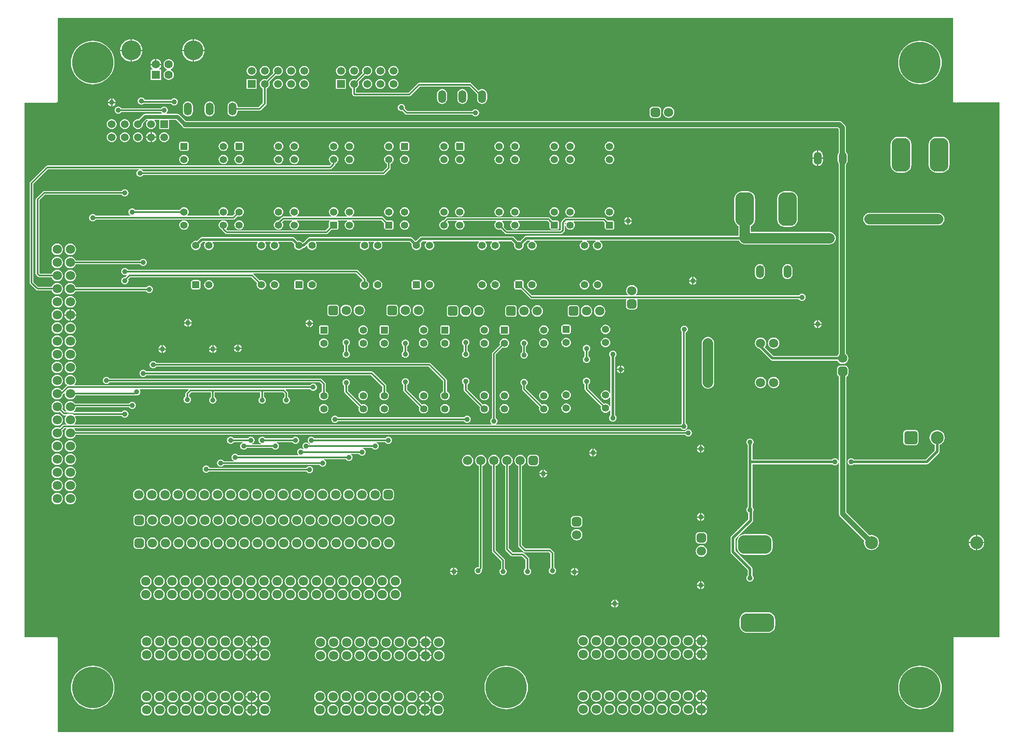
<source format=gbl>
%FSLAX44Y44*%
%MOMM*%
G71*
G01*
G75*
G04 Layer_Physical_Order=2*
G04 Layer_Color=16711680*
G04:AMPARAMS|DCode=10|XSize=1.1mm|YSize=1mm|CornerRadius=0.15mm|HoleSize=0mm|Usage=FLASHONLY|Rotation=0.000|XOffset=0mm|YOffset=0mm|HoleType=Round|Shape=RoundedRectangle|*
%AMROUNDEDRECTD10*
21,1,1.1000,0.7000,0,0,0.0*
21,1,0.8000,1.0000,0,0,0.0*
1,1,0.3000,0.4000,-0.3500*
1,1,0.3000,-0.4000,-0.3500*
1,1,0.3000,-0.4000,0.3500*
1,1,0.3000,0.4000,0.3500*
%
%ADD10ROUNDEDRECTD10*%
G04:AMPARAMS|DCode=11|XSize=1.1mm|YSize=1mm|CornerRadius=0.15mm|HoleSize=0mm|Usage=FLASHONLY|Rotation=270.000|XOffset=0mm|YOffset=0mm|HoleType=Round|Shape=RoundedRectangle|*
%AMROUNDEDRECTD11*
21,1,1.1000,0.7000,0,0,270.0*
21,1,0.8000,1.0000,0,0,270.0*
1,1,0.3000,-0.3500,-0.4000*
1,1,0.3000,-0.3500,0.4000*
1,1,0.3000,0.3500,0.4000*
1,1,0.3000,0.3500,-0.4000*
%
%ADD11ROUNDEDRECTD11*%
G04:AMPARAMS|DCode=12|XSize=1.4mm|YSize=3mm|CornerRadius=0.21mm|HoleSize=0mm|Usage=FLASHONLY|Rotation=270.000|XOffset=0mm|YOffset=0mm|HoleType=Round|Shape=RoundedRectangle|*
%AMROUNDEDRECTD12*
21,1,1.4000,2.5800,0,0,270.0*
21,1,0.9800,3.0000,0,0,270.0*
1,1,0.4200,-1.2900,-0.4900*
1,1,0.4200,-1.2900,0.4900*
1,1,0.4200,1.2900,0.4900*
1,1,0.4200,1.2900,-0.4900*
%
%ADD12ROUNDEDRECTD12*%
%ADD13O,0.8000X1.5000*%
%ADD14R,0.8000X1.5000*%
%ADD15O,1.5000X0.8000*%
%ADD16R,1.5000X0.8000*%
G04:AMPARAMS|DCode=17|XSize=0.35mm|YSize=0.9mm|CornerRadius=0.0525mm|HoleSize=0mm|Usage=FLASHONLY|Rotation=90.000|XOffset=0mm|YOffset=0mm|HoleType=Round|Shape=RoundedRectangle|*
%AMROUNDEDRECTD17*
21,1,0.3500,0.7950,0,0,90.0*
21,1,0.2450,0.9000,0,0,90.0*
1,1,0.1050,0.3975,0.1225*
1,1,0.1050,0.3975,-0.1225*
1,1,0.1050,-0.3975,-0.1225*
1,1,0.1050,-0.3975,0.1225*
%
%ADD17ROUNDEDRECTD17*%
G04:AMPARAMS|DCode=18|XSize=3.3mm|YSize=1.1mm|CornerRadius=0.165mm|HoleSize=0mm|Usage=FLASHONLY|Rotation=270.000|XOffset=0mm|YOffset=0mm|HoleType=Round|Shape=RoundedRectangle|*
%AMROUNDEDRECTD18*
21,1,3.3000,0.7700,0,0,270.0*
21,1,2.9700,1.1000,0,0,270.0*
1,1,0.3300,-0.3850,-1.4850*
1,1,0.3300,-0.3850,1.4850*
1,1,0.3300,0.3850,1.4850*
1,1,0.3300,0.3850,-1.4850*
%
%ADD18ROUNDEDRECTD18*%
G04:AMPARAMS|DCode=19|XSize=0.65mm|YSize=1.4mm|CornerRadius=0.0975mm|HoleSize=0mm|Usage=FLASHONLY|Rotation=0.000|XOffset=0mm|YOffset=0mm|HoleType=Round|Shape=RoundedRectangle|*
%AMROUNDEDRECTD19*
21,1,0.6500,1.2050,0,0,0.0*
21,1,0.4550,1.4000,0,0,0.0*
1,1,0.1950,0.2275,-0.6025*
1,1,0.1950,-0.2275,-0.6025*
1,1,0.1950,-0.2275,0.6025*
1,1,0.1950,0.2275,0.6025*
%
%ADD19ROUNDEDRECTD19*%
G04:AMPARAMS|DCode=20|XSize=2.7mm|YSize=1.6mm|CornerRadius=0.08mm|HoleSize=0mm|Usage=FLASHONLY|Rotation=90.000|XOffset=0mm|YOffset=0mm|HoleType=Round|Shape=RoundedRectangle|*
%AMROUNDEDRECTD20*
21,1,2.7000,1.4400,0,0,90.0*
21,1,2.5400,1.6000,0,0,90.0*
1,1,0.1600,0.7200,1.2700*
1,1,0.1600,0.7200,-1.2700*
1,1,0.1600,-0.7200,-1.2700*
1,1,0.1600,-0.7200,1.2700*
%
%ADD20ROUNDEDRECTD20*%
G04:AMPARAMS|DCode=21|XSize=2.7mm|YSize=1.6mm|CornerRadius=0mm|HoleSize=0mm|Usage=FLASHONLY|Rotation=90.000|XOffset=0mm|YOffset=0mm|HoleType=Round|Shape=Octagon|*
%AMOCTAGOND21*
4,1,8,0.4000,1.3500,-0.4000,1.3500,-0.8000,0.9500,-0.8000,-0.9500,-0.4000,-1.3500,0.4000,-1.3500,0.8000,-0.9500,0.8000,0.9500,0.4000,1.3500,0.0*
%
%ADD21OCTAGOND21*%

G04:AMPARAMS|DCode=22|XSize=0.9mm|YSize=3.05mm|CornerRadius=0.135mm|HoleSize=0mm|Usage=FLASHONLY|Rotation=90.000|XOffset=0mm|YOffset=0mm|HoleType=Round|Shape=RoundedRectangle|*
%AMROUNDEDRECTD22*
21,1,0.9000,2.7800,0,0,90.0*
21,1,0.6300,3.0500,0,0,90.0*
1,1,0.2700,1.3900,0.3150*
1,1,0.2700,1.3900,-0.3150*
1,1,0.2700,-1.3900,-0.3150*
1,1,0.2700,-1.3900,0.3150*
%
%ADD22ROUNDEDRECTD22*%
G04:AMPARAMS|DCode=23|XSize=5.55mm|YSize=6.5mm|CornerRadius=0.2775mm|HoleSize=0mm|Usage=FLASHONLY|Rotation=90.000|XOffset=0mm|YOffset=0mm|HoleType=Round|Shape=RoundedRectangle|*
%AMROUNDEDRECTD23*
21,1,5.5500,5.9450,0,0,90.0*
21,1,4.9950,6.5000,0,0,90.0*
1,1,0.5550,2.9725,2.4975*
1,1,0.5550,2.9725,-2.4975*
1,1,0.5550,-2.9725,-2.4975*
1,1,0.5550,-2.9725,2.4975*
%
%ADD23ROUNDEDRECTD23*%
G04:AMPARAMS|DCode=24|XSize=2.8mm|YSize=3.4mm|CornerRadius=0.42mm|HoleSize=0mm|Usage=FLASHONLY|Rotation=180.000|XOffset=0mm|YOffset=0mm|HoleType=Round|Shape=RoundedRectangle|*
%AMROUNDEDRECTD24*
21,1,2.8000,2.5600,0,0,180.0*
21,1,1.9600,3.4000,0,0,180.0*
1,1,0.8400,-0.9800,1.2800*
1,1,0.8400,0.9800,1.2800*
1,1,0.8400,0.9800,-1.2800*
1,1,0.8400,-0.9800,-1.2800*
%
%ADD24ROUNDEDRECTD24*%
G04:AMPARAMS|DCode=25|XSize=5.6mm|YSize=6.8mm|CornerRadius=0.28mm|HoleSize=0mm|Usage=FLASHONLY|Rotation=270.000|XOffset=0mm|YOffset=0mm|HoleType=Round|Shape=RoundedRectangle|*
%AMROUNDEDRECTD25*
21,1,5.6000,6.2400,0,0,270.0*
21,1,5.0400,6.8000,0,0,270.0*
1,1,0.5600,-3.1200,-2.5200*
1,1,0.5600,-3.1200,2.5200*
1,1,0.5600,3.1200,2.5200*
1,1,0.5600,3.1200,-2.5200*
%
%ADD25ROUNDEDRECTD25*%
G04:AMPARAMS|DCode=26|XSize=1.3mm|YSize=3.35mm|CornerRadius=0.195mm|HoleSize=0mm|Usage=FLASHONLY|Rotation=270.000|XOffset=0mm|YOffset=0mm|HoleType=Round|Shape=RoundedRectangle|*
%AMROUNDEDRECTD26*
21,1,1.3000,2.9600,0,0,270.0*
21,1,0.9100,3.3500,0,0,270.0*
1,1,0.3900,-1.4800,-0.4550*
1,1,0.3900,-1.4800,0.4550*
1,1,0.3900,1.4800,0.4550*
1,1,0.3900,1.4800,-0.4550*
%
%ADD26ROUNDEDRECTD26*%
G04:AMPARAMS|DCode=27|XSize=1.4mm|YSize=4.1mm|CornerRadius=0.21mm|HoleSize=0mm|Usage=FLASHONLY|Rotation=270.000|XOffset=0mm|YOffset=0mm|HoleType=Round|Shape=RoundedRectangle|*
%AMROUNDEDRECTD27*
21,1,1.4000,3.6800,0,0,270.0*
21,1,0.9800,4.1000,0,0,270.0*
1,1,0.4200,-1.8400,-0.4900*
1,1,0.4200,-1.8400,0.4900*
1,1,0.4200,1.8400,0.4900*
1,1,0.4200,1.8400,-0.4900*
%
%ADD27ROUNDEDRECTD27*%
G04:AMPARAMS|DCode=28|XSize=1.3mm|YSize=1mm|CornerRadius=0.15mm|HoleSize=0mm|Usage=FLASHONLY|Rotation=270.000|XOffset=0mm|YOffset=0mm|HoleType=Round|Shape=RoundedRectangle|*
%AMROUNDEDRECTD28*
21,1,1.3000,0.7000,0,0,270.0*
21,1,1.0000,1.0000,0,0,270.0*
1,1,0.3000,-0.3500,-0.5000*
1,1,0.3000,-0.3500,0.5000*
1,1,0.3000,0.3500,0.5000*
1,1,0.3000,0.3500,-0.5000*
%
%ADD28ROUNDEDRECTD28*%
%ADD29C,2.0000*%
%ADD30C,0.3000*%
%ADD31C,0.5000*%
%ADD32C,0.7500*%
%ADD33C,0.4000*%
%ADD34C,0.2000*%
%ADD35C,1.0000*%
%ADD36C,0.3100*%
%ADD37C,1.8000*%
G04:AMPARAMS|DCode=38|XSize=1.8mm|YSize=1.8mm|CornerRadius=0.27mm|HoleSize=0mm|Usage=FLASHONLY|Rotation=0.000|XOffset=0mm|YOffset=0mm|HoleType=Round|Shape=RoundedRectangle|*
%AMROUNDEDRECTD38*
21,1,1.8000,1.2600,0,0,0.0*
21,1,1.2600,1.8000,0,0,0.0*
1,1,0.5400,0.6300,-0.6300*
1,1,0.5400,-0.6300,-0.6300*
1,1,0.5400,-0.6300,0.6300*
1,1,0.5400,0.6300,0.6300*
%
%ADD38ROUNDEDRECTD38*%
%ADD39O,1.5000X2.5000*%
G04:AMPARAMS|DCode=40|XSize=1.8mm|YSize=1.8mm|CornerRadius=0.45mm|HoleSize=0mm|Usage=FLASHONLY|Rotation=90.000|XOffset=0mm|YOffset=0mm|HoleType=Round|Shape=RoundedRectangle|*
%AMROUNDEDRECTD40*
21,1,1.8000,0.9000,0,0,90.0*
21,1,0.9000,1.8000,0,0,90.0*
1,1,0.9000,0.4500,0.4500*
1,1,0.9000,0.4500,-0.4500*
1,1,0.9000,-0.4500,-0.4500*
1,1,0.9000,-0.4500,0.4500*
%
%ADD40ROUNDEDRECTD40*%
%ADD41C,2.5000*%
G04:AMPARAMS|DCode=42|XSize=2.5mm|YSize=2.5mm|CornerRadius=0.375mm|HoleSize=0mm|Usage=FLASHONLY|Rotation=180.000|XOffset=0mm|YOffset=0mm|HoleType=Round|Shape=RoundedRectangle|*
%AMROUNDEDRECTD42*
21,1,2.5000,1.7500,0,0,180.0*
21,1,1.7500,2.5000,0,0,180.0*
1,1,0.7500,-0.8750,0.8750*
1,1,0.7500,0.8750,0.8750*
1,1,0.7500,0.8750,-0.8750*
1,1,0.7500,-0.8750,-0.8750*
%
%ADD42ROUNDEDRECTD42*%
G04:AMPARAMS|DCode=43|XSize=1.8mm|YSize=1.8mm|CornerRadius=0.45mm|HoleSize=0mm|Usage=FLASHONLY|Rotation=180.000|XOffset=0mm|YOffset=0mm|HoleType=Round|Shape=RoundedRectangle|*
%AMROUNDEDRECTD43*
21,1,1.8000,0.9000,0,0,180.0*
21,1,0.9000,1.8000,0,0,180.0*
1,1,0.9000,-0.4500,0.4500*
1,1,0.9000,0.4500,0.4500*
1,1,0.9000,0.4500,-0.4500*
1,1,0.9000,-0.4500,-0.4500*
%
%ADD43ROUNDEDRECTD43*%
G04:AMPARAMS|DCode=44|XSize=6.5mm|YSize=3.6mm|CornerRadius=1.26mm|HoleSize=0mm|Usage=FLASHONLY|Rotation=180.000|XOffset=0mm|YOffset=0mm|HoleType=Round|Shape=RoundedRectangle|*
%AMROUNDEDRECTD44*
21,1,6.5000,1.0800,0,0,180.0*
21,1,3.9800,3.6000,0,0,180.0*
1,1,2.5200,-1.9900,0.5400*
1,1,2.5200,1.9900,0.5400*
1,1,2.5200,1.9900,-0.5400*
1,1,2.5200,-1.9900,-0.5400*
%
%ADD44ROUNDEDRECTD44*%
%ADD45R,1.5000X1.5000*%
%ADD46C,1.5000*%
%ADD47C,3.8000*%
%ADD48C,1.6000*%
%ADD49R,1.6000X1.6000*%
G04:AMPARAMS|DCode=50|XSize=1.4mm|YSize=1.4mm|CornerRadius=0.21mm|HoleSize=0mm|Usage=FLASHONLY|Rotation=0.000|XOffset=0mm|YOffset=0mm|HoleType=Round|Shape=RoundedRectangle|*
%AMROUNDEDRECTD50*
21,1,1.4000,0.9800,0,0,0.0*
21,1,0.9800,1.4000,0,0,0.0*
1,1,0.4200,0.4900,-0.4900*
1,1,0.4200,-0.4900,-0.4900*
1,1,0.4200,-0.4900,0.4900*
1,1,0.4200,0.4900,0.4900*
%
%ADD50ROUNDEDRECTD50*%
%ADD51C,1.4000*%
G04:AMPARAMS|DCode=52|XSize=6.5mm|YSize=3.6mm|CornerRadius=1.26mm|HoleSize=0mm|Usage=FLASHONLY|Rotation=270.000|XOffset=0mm|YOffset=0mm|HoleType=Round|Shape=RoundedRectangle|*
%AMROUNDEDRECTD52*
21,1,6.5000,1.0800,0,0,270.0*
21,1,3.9800,3.6000,0,0,270.0*
1,1,2.5200,-0.5400,-1.9900*
1,1,2.5200,-0.5400,1.9900*
1,1,2.5200,0.5400,1.9900*
1,1,2.5200,0.5400,-1.9900*
%
%ADD52ROUNDEDRECTD52*%
G04:AMPARAMS|DCode=53|XSize=1.4mm|YSize=1.4mm|CornerRadius=0.21mm|HoleSize=0mm|Usage=FLASHONLY|Rotation=90.000|XOffset=0mm|YOffset=0mm|HoleType=Round|Shape=RoundedRectangle|*
%AMROUNDEDRECTD53*
21,1,1.4000,0.9800,0,0,90.0*
21,1,0.9800,1.4000,0,0,90.0*
1,1,0.4200,0.4900,0.4900*
1,1,0.4200,0.4900,-0.4900*
1,1,0.4200,-0.4900,-0.4900*
1,1,0.4200,-0.4900,0.4900*
%
%ADD53ROUNDEDRECTD53*%
%ADD54C,8.0000*%
%ADD55C,1.0000*%
%ADD56C,1.7000*%
G36*
X1802130Y1226820D02*
X1803400Y1225550D01*
X1807744D01*
X1807964Y1225403D01*
X1809330Y1225131D01*
X1810509Y1225366D01*
X1892300D01*
Y190500D01*
X1803400D01*
Y6350D01*
X70899D01*
Y186700D01*
X70627Y188066D01*
X69853Y189223D01*
X69850Y189226D01*
Y190500D01*
X6350D01*
Y1225131D01*
X67330D01*
X68696Y1225403D01*
X68916Y1225550D01*
X69850D01*
Y1226174D01*
X69853Y1226177D01*
X70627Y1227334D01*
X70899Y1228700D01*
Y1389380D01*
X1802130D01*
Y1226820D01*
D02*
G37*
%LPC*%
G36*
X368300Y309545D02*
X365428Y309167D01*
X362752Y308058D01*
X360455Y306295D01*
X358691Y303997D01*
X357583Y301322D01*
X357205Y298450D01*
X357583Y295578D01*
X358691Y292903D01*
X360455Y290605D01*
X362752Y288841D01*
X365428Y287733D01*
X368300Y287355D01*
X371172Y287733D01*
X373848Y288841D01*
X376145Y290605D01*
X377909Y292903D01*
X379017Y295578D01*
X379395Y298450D01*
X379017Y301322D01*
X377909Y303997D01*
X376145Y306295D01*
X373848Y308058D01*
X371172Y309167D01*
X368300Y309545D01*
D02*
G37*
G36*
X393700D02*
X390828Y309167D01*
X388153Y308058D01*
X385855Y306295D01*
X384091Y303997D01*
X382983Y301322D01*
X382605Y298450D01*
X382983Y295578D01*
X384091Y292903D01*
X385855Y290605D01*
X388153Y288841D01*
X390828Y287733D01*
X393700Y287355D01*
X396572Y287733D01*
X399248Y288841D01*
X401545Y290605D01*
X403308Y292903D01*
X404417Y295578D01*
X404795Y298450D01*
X404417Y301322D01*
X403308Y303997D01*
X401545Y306295D01*
X399248Y308058D01*
X396572Y309167D01*
X393700Y309545D01*
D02*
G37*
G36*
X317500D02*
X314628Y309167D01*
X311952Y308058D01*
X309655Y306295D01*
X307892Y303997D01*
X306783Y301322D01*
X306405Y298450D01*
X306783Y295578D01*
X307892Y292903D01*
X309655Y290605D01*
X311952Y288841D01*
X314628Y287733D01*
X317500Y287355D01*
X320372Y287733D01*
X323047Y288841D01*
X325345Y290605D01*
X327108Y292903D01*
X328217Y295578D01*
X328595Y298450D01*
X328217Y301322D01*
X327108Y303997D01*
X325345Y306295D01*
X323047Y308058D01*
X320372Y309167D01*
X317500Y309545D01*
D02*
G37*
G36*
X342900D02*
X340028Y309167D01*
X337352Y308058D01*
X335055Y306295D01*
X333292Y303997D01*
X332183Y301322D01*
X331805Y298450D01*
X332183Y295578D01*
X333292Y292903D01*
X335055Y290605D01*
X337352Y288841D01*
X340028Y287733D01*
X342900Y287355D01*
X345772Y287733D01*
X348447Y288841D01*
X350745Y290605D01*
X352509Y292903D01*
X353617Y295578D01*
X353995Y298450D01*
X353617Y301322D01*
X352509Y303997D01*
X350745Y306295D01*
X348447Y308058D01*
X345772Y309167D01*
X342900Y309545D01*
D02*
G37*
G36*
X469900D02*
X467028Y309167D01*
X464352Y308058D01*
X462055Y306295D01*
X460291Y303997D01*
X459183Y301322D01*
X458805Y298450D01*
X459183Y295578D01*
X460291Y292903D01*
X462055Y290605D01*
X464352Y288841D01*
X467028Y287733D01*
X469900Y287355D01*
X472772Y287733D01*
X475448Y288841D01*
X477745Y290605D01*
X479509Y292903D01*
X480617Y295578D01*
X480995Y298450D01*
X480617Y301322D01*
X479509Y303997D01*
X477745Y306295D01*
X475448Y308058D01*
X472772Y309167D01*
X469900Y309545D01*
D02*
G37*
G36*
X495300D02*
X492428Y309167D01*
X489753Y308058D01*
X487455Y306295D01*
X485691Y303997D01*
X484583Y301322D01*
X484205Y298450D01*
X484583Y295578D01*
X485691Y292903D01*
X487455Y290605D01*
X489753Y288841D01*
X492428Y287733D01*
X495300Y287355D01*
X498172Y287733D01*
X500848Y288841D01*
X503145Y290605D01*
X504908Y292903D01*
X506017Y295578D01*
X506395Y298450D01*
X506017Y301322D01*
X504908Y303997D01*
X503145Y306295D01*
X500848Y308058D01*
X498172Y309167D01*
X495300Y309545D01*
D02*
G37*
G36*
X419100D02*
X416228Y309167D01*
X413553Y308058D01*
X411255Y306295D01*
X409492Y303997D01*
X408383Y301322D01*
X408005Y298450D01*
X408383Y295578D01*
X409492Y292903D01*
X411255Y290605D01*
X413553Y288841D01*
X416228Y287733D01*
X419100Y287355D01*
X421972Y287733D01*
X424647Y288841D01*
X426945Y290605D01*
X428708Y292903D01*
X429817Y295578D01*
X430195Y298450D01*
X429817Y301322D01*
X428708Y303997D01*
X426945Y306295D01*
X424647Y308058D01*
X421972Y309167D01*
X419100Y309545D01*
D02*
G37*
G36*
X444500D02*
X441628Y309167D01*
X438952Y308058D01*
X436655Y306295D01*
X434892Y303997D01*
X433783Y301322D01*
X433405Y298450D01*
X433783Y295578D01*
X434892Y292903D01*
X436655Y290605D01*
X438952Y288841D01*
X441628Y287733D01*
X444500Y287355D01*
X447372Y287733D01*
X450047Y288841D01*
X452345Y290605D01*
X454109Y292903D01*
X455217Y295578D01*
X455595Y298450D01*
X455217Y301322D01*
X454109Y303997D01*
X452345Y306295D01*
X450047Y308058D01*
X447372Y309167D01*
X444500Y309545D01*
D02*
G37*
G36*
X292100D02*
X289228Y309167D01*
X286553Y308058D01*
X284255Y306295D01*
X282491Y303997D01*
X281383Y301322D01*
X281005Y298450D01*
X281383Y295578D01*
X282491Y292903D01*
X284255Y290605D01*
X286553Y288841D01*
X289228Y287733D01*
X292100Y287355D01*
X294972Y287733D01*
X297647Y288841D01*
X299945Y290605D01*
X301709Y292903D01*
X302817Y295578D01*
X303195Y298450D01*
X302817Y301322D01*
X301709Y303997D01*
X299945Y306295D01*
X297647Y308058D01*
X294972Y309167D01*
X292100Y309545D01*
D02*
G37*
G36*
X698500Y284145D02*
X695628Y283767D01*
X692952Y282659D01*
X690655Y280895D01*
X688892Y278598D01*
X687783Y275922D01*
X687405Y273050D01*
X687783Y270178D01*
X688892Y267502D01*
X690655Y265205D01*
X692952Y263442D01*
X695628Y262333D01*
X698500Y261955D01*
X701372Y262333D01*
X704047Y263442D01*
X706345Y265205D01*
X708109Y267502D01*
X709217Y270178D01*
X709595Y273050D01*
X709217Y275922D01*
X708109Y278598D01*
X706345Y280895D01*
X704047Y282659D01*
X701372Y283767D01*
X698500Y284145D01*
D02*
G37*
G36*
X723900D02*
X721028Y283767D01*
X718353Y282659D01*
X716055Y280895D01*
X714292Y278598D01*
X713183Y275922D01*
X712805Y273050D01*
X713183Y270178D01*
X714292Y267502D01*
X716055Y265205D01*
X718353Y263442D01*
X721028Y262333D01*
X723900Y261955D01*
X726772Y262333D01*
X729447Y263442D01*
X731745Y265205D01*
X733509Y267502D01*
X734617Y270178D01*
X734995Y273050D01*
X734617Y275922D01*
X733509Y278598D01*
X731745Y280895D01*
X729447Y282659D01*
X726772Y283767D01*
X723900Y284145D01*
D02*
G37*
G36*
X647700D02*
X644828Y283767D01*
X642152Y282659D01*
X639855Y280895D01*
X638092Y278598D01*
X636983Y275922D01*
X636605Y273050D01*
X636983Y270178D01*
X638092Y267502D01*
X639855Y265205D01*
X642152Y263442D01*
X644828Y262333D01*
X647700Y261955D01*
X650572Y262333D01*
X653248Y263442D01*
X655545Y265205D01*
X657309Y267502D01*
X658417Y270178D01*
X658795Y273050D01*
X658417Y275922D01*
X657309Y278598D01*
X655545Y280895D01*
X653248Y282659D01*
X650572Y283767D01*
X647700Y284145D01*
D02*
G37*
G36*
X673100D02*
X670228Y283767D01*
X667552Y282659D01*
X665255Y280895D01*
X663492Y278598D01*
X662383Y275922D01*
X662005Y273050D01*
X662383Y270178D01*
X663492Y267502D01*
X665255Y265205D01*
X667552Y263442D01*
X670228Y262333D01*
X673100Y261955D01*
X675972Y262333D01*
X678648Y263442D01*
X680945Y265205D01*
X682709Y267502D01*
X683817Y270178D01*
X684195Y273050D01*
X683817Y275922D01*
X682709Y278598D01*
X680945Y280895D01*
X678648Y282659D01*
X675972Y283767D01*
X673100Y284145D01*
D02*
G37*
G36*
X241300Y309545D02*
X238428Y309167D01*
X235753Y308058D01*
X233455Y306295D01*
X231691Y303997D01*
X230583Y301322D01*
X230205Y298450D01*
X230583Y295578D01*
X231691Y292903D01*
X233455Y290605D01*
X235753Y288841D01*
X238428Y287733D01*
X241300Y287355D01*
X244172Y287733D01*
X246847Y288841D01*
X249145Y290605D01*
X250909Y292903D01*
X252017Y295578D01*
X252395Y298450D01*
X252017Y301322D01*
X250909Y303997D01*
X249145Y306295D01*
X246847Y308058D01*
X244172Y309167D01*
X241300Y309545D01*
D02*
G37*
G36*
X266700D02*
X263828Y309167D01*
X261152Y308058D01*
X258855Y306295D01*
X257092Y303997D01*
X255983Y301322D01*
X255605Y298450D01*
X255983Y295578D01*
X257092Y292903D01*
X258855Y290605D01*
X261152Y288841D01*
X263828Y287733D01*
X266700Y287355D01*
X269572Y287733D01*
X272248Y288841D01*
X274545Y290605D01*
X276308Y292903D01*
X277417Y295578D01*
X277795Y298450D01*
X277417Y301322D01*
X276308Y303997D01*
X274545Y306295D01*
X272248Y308058D01*
X269572Y309167D01*
X266700Y309545D01*
D02*
G37*
G36*
X1313180Y289560D02*
X1307012D01*
X1307104Y288862D01*
X1307864Y287027D01*
X1309072Y285452D01*
X1310647Y284244D01*
X1312482Y283484D01*
X1313180Y283392D01*
Y289560D01*
D02*
G37*
G36*
X1321888D02*
X1315720D01*
Y283392D01*
X1316418Y283484D01*
X1318253Y284244D01*
X1319828Y285452D01*
X1321036Y287027D01*
X1321796Y288862D01*
X1321888Y289560D01*
D02*
G37*
G36*
X520700Y309545D02*
X517828Y309167D01*
X515153Y308058D01*
X512855Y306295D01*
X511091Y303997D01*
X509983Y301322D01*
X509605Y298450D01*
X509983Y295578D01*
X511091Y292903D01*
X512855Y290605D01*
X515153Y288841D01*
X517828Y287733D01*
X520700Y287355D01*
X523572Y287733D01*
X526247Y288841D01*
X528545Y290605D01*
X530308Y292903D01*
X531417Y295578D01*
X531795Y298450D01*
X531417Y301322D01*
X530308Y303997D01*
X528545Y306295D01*
X526247Y308058D01*
X523572Y309167D01*
X520700Y309545D01*
D02*
G37*
G36*
X1077668Y315340D02*
X1071500D01*
Y309172D01*
X1072198Y309264D01*
X1074033Y310024D01*
X1075608Y311232D01*
X1076816Y312808D01*
X1077576Y314642D01*
X1077668Y315340D01*
D02*
G37*
G36*
X835660Y316230D02*
X829492D01*
X829584Y315532D01*
X830344Y313697D01*
X831552Y312122D01*
X833128Y310914D01*
X834962Y310154D01*
X835660Y310062D01*
Y316230D01*
D02*
G37*
G36*
X1315720Y298268D02*
Y292100D01*
X1321888D01*
X1321796Y292798D01*
X1321036Y294632D01*
X1319828Y296208D01*
X1318253Y297416D01*
X1316418Y298176D01*
X1315720Y298268D01*
D02*
G37*
G36*
X1068960Y315340D02*
X1062792D01*
X1062884Y314642D01*
X1063644Y312808D01*
X1064852Y311232D01*
X1066428Y310024D01*
X1068262Y309264D01*
X1068960Y309172D01*
Y315340D01*
D02*
G37*
G36*
X939800Y543225D02*
X936928Y542847D01*
X934252Y541739D01*
X931955Y539975D01*
X930191Y537677D01*
X929083Y535002D01*
X928705Y532130D01*
X929083Y529258D01*
X930191Y526582D01*
X931955Y524285D01*
X934252Y522522D01*
X936231Y521702D01*
Y360680D01*
X936503Y359314D01*
X937277Y358157D01*
X947437Y347997D01*
X948594Y347223D01*
X949960Y346951D01*
X968802D01*
X975601Y340152D01*
Y323585D01*
X974178Y322492D01*
X973055Y321030D01*
X972350Y319327D01*
X972110Y317500D01*
X972350Y315673D01*
X973055Y313970D01*
X974178Y312508D01*
X975640Y311385D01*
X977343Y310680D01*
X979170Y310440D01*
X980997Y310680D01*
X982700Y311385D01*
X984162Y312508D01*
X985285Y313970D01*
X985990Y315673D01*
X986230Y317500D01*
X985990Y319327D01*
X985285Y321030D01*
X984162Y322492D01*
X982739Y323585D01*
Y341630D01*
X982467Y342996D01*
X981693Y344153D01*
X972803Y353043D01*
X971646Y353817D01*
X970280Y354089D01*
X951438D01*
X943369Y362158D01*
Y521702D01*
X945348Y522522D01*
X947645Y524285D01*
X949408Y526582D01*
X950517Y529258D01*
X950895Y532130D01*
X950517Y535002D01*
X949408Y537677D01*
X947645Y539975D01*
X945348Y541739D01*
X942672Y542847D01*
X939800Y543225D01*
D02*
G37*
G36*
X965200D02*
X962328Y542847D01*
X959652Y541739D01*
X957355Y539975D01*
X955592Y537677D01*
X954483Y535002D01*
X954105Y532130D01*
X954483Y529258D01*
X955592Y526582D01*
X957355Y524285D01*
X959652Y522522D01*
X961631Y521702D01*
Y367030D01*
X961903Y365664D01*
X962677Y364507D01*
X971567Y355617D01*
X972724Y354843D01*
X974090Y354571D01*
X1020872D01*
X1023861Y351582D01*
Y324855D01*
X1022438Y323762D01*
X1021316Y322300D01*
X1020610Y320597D01*
X1020370Y318770D01*
X1020610Y316943D01*
X1021316Y315240D01*
X1022438Y313778D01*
X1023900Y312656D01*
X1025603Y311950D01*
X1027430Y311710D01*
X1029257Y311950D01*
X1030960Y312656D01*
X1032422Y313778D01*
X1033544Y315240D01*
X1034250Y316943D01*
X1034490Y318770D01*
X1034250Y320597D01*
X1033544Y322300D01*
X1032422Y323762D01*
X1030999Y324855D01*
Y353060D01*
X1030727Y354426D01*
X1029953Y355583D01*
X1024873Y360663D01*
X1023716Y361437D01*
X1022350Y361709D01*
X975568D01*
X968769Y368508D01*
Y521702D01*
X970748Y522522D01*
X973045Y524285D01*
X974809Y526582D01*
X975917Y529258D01*
X976295Y532130D01*
X975917Y535002D01*
X974809Y537677D01*
X973045Y539975D01*
X970748Y541739D01*
X968072Y542847D01*
X965200Y543225D01*
D02*
G37*
G36*
X844368Y316230D02*
X838200D01*
Y310062D01*
X838898Y310154D01*
X840732Y310914D01*
X842308Y312122D01*
X843516Y313697D01*
X844276Y315532D01*
X844368Y316230D01*
D02*
G37*
G36*
X914400Y543225D02*
X911528Y542847D01*
X908852Y541739D01*
X906555Y539975D01*
X904791Y537677D01*
X903683Y535002D01*
X903305Y532130D01*
X903683Y529258D01*
X904791Y526582D01*
X906555Y524285D01*
X908852Y522522D01*
X910831Y521702D01*
Y356870D01*
X911103Y355504D01*
X911877Y354347D01*
X928611Y337612D01*
Y323585D01*
X927188Y322492D01*
X926066Y321030D01*
X925360Y319327D01*
X925120Y317500D01*
X925360Y315673D01*
X926066Y313970D01*
X927188Y312508D01*
X928650Y311385D01*
X930353Y310680D01*
X932180Y310440D01*
X934007Y310680D01*
X935710Y311385D01*
X937172Y312508D01*
X938295Y313970D01*
X939000Y315673D01*
X939240Y317500D01*
X939000Y319327D01*
X938295Y321030D01*
X937172Y322492D01*
X935749Y323585D01*
Y339090D01*
X935477Y340456D01*
X934703Y341613D01*
X917969Y358348D01*
Y521702D01*
X919948Y522522D01*
X922245Y524285D01*
X924008Y526582D01*
X925117Y529258D01*
X925495Y532130D01*
X925117Y535002D01*
X924008Y537677D01*
X922245Y539975D01*
X919948Y541739D01*
X917272Y542847D01*
X914400Y543225D01*
D02*
G37*
G36*
X1313180Y298268D02*
X1312482Y298176D01*
X1310647Y297416D01*
X1309072Y296208D01*
X1307864Y294632D01*
X1307104Y292798D01*
X1307012Y292100D01*
X1313180D01*
Y298268D01*
D02*
G37*
G36*
X596900Y309545D02*
X594028Y309167D01*
X591353Y308058D01*
X589055Y306295D01*
X587291Y303997D01*
X586183Y301322D01*
X585805Y298450D01*
X586183Y295578D01*
X587291Y292903D01*
X589055Y290605D01*
X591353Y288841D01*
X594028Y287733D01*
X596900Y287355D01*
X599772Y287733D01*
X602448Y288841D01*
X604745Y290605D01*
X606508Y292903D01*
X607617Y295578D01*
X607995Y298450D01*
X607617Y301322D01*
X606508Y303997D01*
X604745Y306295D01*
X602448Y308058D01*
X599772Y309167D01*
X596900Y309545D01*
D02*
G37*
G36*
X622300D02*
X619428Y309167D01*
X616753Y308058D01*
X614455Y306295D01*
X612691Y303997D01*
X611583Y301322D01*
X611205Y298450D01*
X611583Y295578D01*
X612691Y292903D01*
X614455Y290605D01*
X616753Y288841D01*
X619428Y287733D01*
X622300Y287355D01*
X625172Y287733D01*
X627848Y288841D01*
X630145Y290605D01*
X631908Y292903D01*
X633017Y295578D01*
X633395Y298450D01*
X633017Y301322D01*
X631908Y303997D01*
X630145Y306295D01*
X627848Y308058D01*
X625172Y309167D01*
X622300Y309545D01*
D02*
G37*
G36*
X546100D02*
X543228Y309167D01*
X540552Y308058D01*
X538255Y306295D01*
X536492Y303997D01*
X535383Y301322D01*
X535005Y298450D01*
X535383Y295578D01*
X536492Y292903D01*
X538255Y290605D01*
X540552Y288841D01*
X543228Y287733D01*
X546100Y287355D01*
X548972Y287733D01*
X551647Y288841D01*
X553945Y290605D01*
X555709Y292903D01*
X556817Y295578D01*
X557195Y298450D01*
X556817Y301322D01*
X555709Y303997D01*
X553945Y306295D01*
X551647Y308058D01*
X548972Y309167D01*
X546100Y309545D01*
D02*
G37*
G36*
X571500D02*
X568628Y309167D01*
X565952Y308058D01*
X563655Y306295D01*
X561892Y303997D01*
X560783Y301322D01*
X560405Y298450D01*
X560783Y295578D01*
X561892Y292903D01*
X563655Y290605D01*
X565952Y288841D01*
X568628Y287733D01*
X571500Y287355D01*
X574372Y287733D01*
X577048Y288841D01*
X579345Y290605D01*
X581109Y292903D01*
X582217Y295578D01*
X582595Y298450D01*
X582217Y301322D01*
X581109Y303997D01*
X579345Y306295D01*
X577048Y308058D01*
X574372Y309167D01*
X571500Y309545D01*
D02*
G37*
G36*
X698500D02*
X695628Y309167D01*
X692952Y308058D01*
X690655Y306295D01*
X688892Y303997D01*
X687783Y301322D01*
X687405Y298450D01*
X687783Y295578D01*
X688892Y292903D01*
X690655Y290605D01*
X692952Y288841D01*
X695628Y287733D01*
X698500Y287355D01*
X701372Y287733D01*
X704047Y288841D01*
X706345Y290605D01*
X708109Y292903D01*
X709217Y295578D01*
X709595Y298450D01*
X709217Y301322D01*
X708109Y303997D01*
X706345Y306295D01*
X704047Y308058D01*
X701372Y309167D01*
X698500Y309545D01*
D02*
G37*
G36*
X723900D02*
X721028Y309167D01*
X718353Y308058D01*
X716055Y306295D01*
X714292Y303997D01*
X713183Y301322D01*
X712805Y298450D01*
X713183Y295578D01*
X714292Y292903D01*
X716055Y290605D01*
X718353Y288841D01*
X721028Y287733D01*
X723900Y287355D01*
X726772Y287733D01*
X729447Y288841D01*
X731745Y290605D01*
X733509Y292903D01*
X734617Y295578D01*
X734995Y298450D01*
X734617Y301322D01*
X733509Y303997D01*
X731745Y306295D01*
X729447Y308058D01*
X726772Y309167D01*
X723900Y309545D01*
D02*
G37*
G36*
X647700D02*
X644828Y309167D01*
X642152Y308058D01*
X639855Y306295D01*
X638092Y303997D01*
X636983Y301322D01*
X636605Y298450D01*
X636983Y295578D01*
X638092Y292903D01*
X639855Y290605D01*
X642152Y288841D01*
X644828Y287733D01*
X647700Y287355D01*
X650572Y287733D01*
X653248Y288841D01*
X655545Y290605D01*
X657309Y292903D01*
X658417Y295578D01*
X658795Y298450D01*
X658417Y301322D01*
X657309Y303997D01*
X655545Y306295D01*
X653248Y308058D01*
X650572Y309167D01*
X647700Y309545D01*
D02*
G37*
G36*
X673100D02*
X670228Y309167D01*
X667552Y308058D01*
X665255Y306295D01*
X663492Y303997D01*
X662383Y301322D01*
X662005Y298450D01*
X662383Y295578D01*
X663492Y292903D01*
X665255Y290605D01*
X667552Y288841D01*
X670228Y287733D01*
X673100Y287355D01*
X675972Y287733D01*
X678648Y288841D01*
X680945Y290605D01*
X682709Y292903D01*
X683817Y295578D01*
X684195Y298450D01*
X683817Y301322D01*
X682709Y303997D01*
X680945Y306295D01*
X678648Y308058D01*
X675972Y309167D01*
X673100Y309545D01*
D02*
G37*
G36*
X622300Y284145D02*
X619428Y283767D01*
X616753Y282659D01*
X614455Y280895D01*
X612691Y278598D01*
X611583Y275922D01*
X611205Y273050D01*
X611583Y270178D01*
X612691Y267502D01*
X614455Y265205D01*
X616753Y263442D01*
X619428Y262333D01*
X622300Y261955D01*
X625172Y262333D01*
X627848Y263442D01*
X630145Y265205D01*
X631908Y267502D01*
X633017Y270178D01*
X633395Y273050D01*
X633017Y275922D01*
X631908Y278598D01*
X630145Y280895D01*
X627848Y282659D01*
X625172Y283767D01*
X622300Y284145D01*
D02*
G37*
G36*
X444500Y193082D02*
X442757Y192853D01*
X439950Y191690D01*
X437540Y189840D01*
X435690Y187430D01*
X434527Y184622D01*
X434298Y182880D01*
X444500D01*
Y193082D01*
D02*
G37*
G36*
X447040D02*
Y182880D01*
X457242D01*
X457013Y184622D01*
X455850Y187430D01*
X454000Y189840D01*
X451590Y191690D01*
X448783Y192853D01*
X447040Y193082D01*
D02*
G37*
G36*
X781050Y191812D02*
X779307Y191583D01*
X776500Y190420D01*
X774090Y188570D01*
X772240Y186160D01*
X771077Y183353D01*
X770848Y181610D01*
X781050D01*
Y191812D01*
D02*
G37*
G36*
X783590D02*
Y181610D01*
X793792D01*
X793563Y183353D01*
X792400Y186160D01*
X790550Y188570D01*
X788140Y190420D01*
X785332Y191583D01*
X783590Y191812D01*
D02*
G37*
G36*
X1443960Y238566D02*
X1404160D01*
X1400349Y238064D01*
X1396797Y236593D01*
X1393747Y234253D01*
X1391407Y231203D01*
X1389936Y227651D01*
X1389434Y223840D01*
Y213040D01*
X1389936Y209229D01*
X1391407Y205677D01*
X1393747Y202627D01*
X1396797Y200287D01*
X1400349Y198816D01*
X1404160Y198314D01*
X1443960D01*
X1447771Y198816D01*
X1451323Y200287D01*
X1454373Y202627D01*
X1456713Y205677D01*
X1458184Y209229D01*
X1458686Y213040D01*
Y223840D01*
X1458184Y227651D01*
X1456713Y231203D01*
X1454373Y234253D01*
X1451323Y236593D01*
X1447771Y238064D01*
X1443960Y238566D01*
D02*
G37*
G36*
X1146810Y254000D02*
X1140642D01*
X1140734Y253302D01*
X1141494Y251467D01*
X1142702Y249892D01*
X1144277Y248684D01*
X1146112Y247924D01*
X1146810Y247832D01*
Y254000D01*
D02*
G37*
G36*
X1314450Y194352D02*
X1312708Y194123D01*
X1309900Y192960D01*
X1307490Y191110D01*
X1305640Y188700D01*
X1304477Y185893D01*
X1304248Y184150D01*
X1314450D01*
Y194352D01*
D02*
G37*
G36*
X1316990D02*
Y184150D01*
X1327192D01*
X1326963Y185893D01*
X1325800Y188700D01*
X1323950Y191110D01*
X1321540Y192960D01*
X1318732Y194123D01*
X1316990Y194352D01*
D02*
G37*
G36*
X1290320Y193975D02*
X1287448Y193597D01*
X1284772Y192488D01*
X1282475Y190725D01*
X1280712Y188428D01*
X1279603Y185752D01*
X1279225Y182880D01*
X1279603Y180008D01*
X1280712Y177332D01*
X1282475Y175035D01*
X1284772Y173272D01*
X1287448Y172163D01*
X1290320Y171785D01*
X1293192Y172163D01*
X1295867Y173272D01*
X1298165Y175035D01*
X1299928Y177332D01*
X1301037Y180008D01*
X1301415Y182880D01*
X1301037Y185752D01*
X1299928Y188428D01*
X1298165Y190725D01*
X1295867Y192488D01*
X1293192Y193597D01*
X1290320Y193975D01*
D02*
G37*
G36*
X1137920D02*
X1135048Y193597D01*
X1132373Y192488D01*
X1130075Y190725D01*
X1128311Y188428D01*
X1127203Y185752D01*
X1126825Y182880D01*
X1127203Y180008D01*
X1128311Y177332D01*
X1130075Y175035D01*
X1132373Y173272D01*
X1135048Y172163D01*
X1137920Y171785D01*
X1140792Y172163D01*
X1143467Y173272D01*
X1145765Y175035D01*
X1147529Y177332D01*
X1148637Y180008D01*
X1149015Y182880D01*
X1148637Y185752D01*
X1147529Y188428D01*
X1145765Y190725D01*
X1143467Y192488D01*
X1140792Y193597D01*
X1137920Y193975D01*
D02*
G37*
G36*
X1163320D02*
X1160448Y193597D01*
X1157773Y192488D01*
X1155475Y190725D01*
X1153711Y188428D01*
X1152603Y185752D01*
X1152225Y182880D01*
X1152603Y180008D01*
X1153711Y177332D01*
X1155475Y175035D01*
X1157773Y173272D01*
X1160448Y172163D01*
X1163320Y171785D01*
X1166192Y172163D01*
X1168867Y173272D01*
X1171165Y175035D01*
X1172928Y177332D01*
X1174037Y180008D01*
X1174415Y182880D01*
X1174037Y185752D01*
X1172928Y188428D01*
X1171165Y190725D01*
X1168867Y192488D01*
X1166192Y193597D01*
X1163320Y193975D01*
D02*
G37*
G36*
X1087120D02*
X1084248Y193597D01*
X1081572Y192488D01*
X1079275Y190725D01*
X1077512Y188428D01*
X1076403Y185752D01*
X1076025Y182880D01*
X1076403Y180008D01*
X1077512Y177332D01*
X1079275Y175035D01*
X1081572Y173272D01*
X1084248Y172163D01*
X1087120Y171785D01*
X1089992Y172163D01*
X1092667Y173272D01*
X1094965Y175035D01*
X1096729Y177332D01*
X1097837Y180008D01*
X1098215Y182880D01*
X1097837Y185752D01*
X1096729Y188428D01*
X1094965Y190725D01*
X1092667Y192488D01*
X1089992Y193597D01*
X1087120Y193975D01*
D02*
G37*
G36*
X1112520D02*
X1109648Y193597D01*
X1106973Y192488D01*
X1104675Y190725D01*
X1102912Y188428D01*
X1101803Y185752D01*
X1101425Y182880D01*
X1101803Y180008D01*
X1102912Y177332D01*
X1104675Y175035D01*
X1106973Y173272D01*
X1109648Y172163D01*
X1112520Y171785D01*
X1115392Y172163D01*
X1118067Y173272D01*
X1120365Y175035D01*
X1122129Y177332D01*
X1123237Y180008D01*
X1123615Y182880D01*
X1123237Y185752D01*
X1122129Y188428D01*
X1120365Y190725D01*
X1118067Y192488D01*
X1115392Y193597D01*
X1112520Y193975D01*
D02*
G37*
G36*
X1239520D02*
X1236648Y193597D01*
X1233972Y192488D01*
X1231675Y190725D01*
X1229911Y188428D01*
X1228803Y185752D01*
X1228425Y182880D01*
X1228803Y180008D01*
X1229911Y177332D01*
X1231675Y175035D01*
X1233972Y173272D01*
X1236648Y172163D01*
X1239520Y171785D01*
X1242392Y172163D01*
X1245068Y173272D01*
X1247365Y175035D01*
X1249128Y177332D01*
X1250237Y180008D01*
X1250615Y182880D01*
X1250237Y185752D01*
X1249128Y188428D01*
X1247365Y190725D01*
X1245068Y192488D01*
X1242392Y193597D01*
X1239520Y193975D01*
D02*
G37*
G36*
X1264920D02*
X1262048Y193597D01*
X1259372Y192488D01*
X1257075Y190725D01*
X1255312Y188428D01*
X1254203Y185752D01*
X1253825Y182880D01*
X1254203Y180008D01*
X1255312Y177332D01*
X1257075Y175035D01*
X1259372Y173272D01*
X1262048Y172163D01*
X1264920Y171785D01*
X1267792Y172163D01*
X1270468Y173272D01*
X1272765Y175035D01*
X1274529Y177332D01*
X1275637Y180008D01*
X1276015Y182880D01*
X1275637Y185752D01*
X1274529Y188428D01*
X1272765Y190725D01*
X1270468Y192488D01*
X1267792Y193597D01*
X1264920Y193975D01*
D02*
G37*
G36*
X1188720D02*
X1185848Y193597D01*
X1183173Y192488D01*
X1180875Y190725D01*
X1179111Y188428D01*
X1178003Y185752D01*
X1177625Y182880D01*
X1178003Y180008D01*
X1179111Y177332D01*
X1180875Y175035D01*
X1183173Y173272D01*
X1185848Y172163D01*
X1188720Y171785D01*
X1191592Y172163D01*
X1194268Y173272D01*
X1196565Y175035D01*
X1198328Y177332D01*
X1199437Y180008D01*
X1199815Y182880D01*
X1199437Y185752D01*
X1198328Y188428D01*
X1196565Y190725D01*
X1194268Y192488D01*
X1191592Y193597D01*
X1188720Y193975D01*
D02*
G37*
G36*
X1214120D02*
X1211248Y193597D01*
X1208572Y192488D01*
X1206275Y190725D01*
X1204511Y188428D01*
X1203403Y185752D01*
X1203025Y182880D01*
X1203403Y180008D01*
X1204511Y177332D01*
X1206275Y175035D01*
X1208572Y173272D01*
X1211248Y172163D01*
X1214120Y171785D01*
X1216992Y172163D01*
X1219668Y173272D01*
X1221965Y175035D01*
X1223728Y177332D01*
X1224837Y180008D01*
X1225215Y182880D01*
X1224837Y185752D01*
X1223728Y188428D01*
X1221965Y190725D01*
X1219668Y192488D01*
X1216992Y193597D01*
X1214120Y193975D01*
D02*
G37*
G36*
X1155518Y254000D02*
X1149350D01*
Y247832D01*
X1150048Y247924D01*
X1151882Y248684D01*
X1153458Y249892D01*
X1154666Y251467D01*
X1155426Y253302D01*
X1155518Y254000D01*
D02*
G37*
G36*
X469900Y284145D02*
X467028Y283767D01*
X464352Y282659D01*
X462055Y280895D01*
X460291Y278598D01*
X459183Y275922D01*
X458805Y273050D01*
X459183Y270178D01*
X460291Y267502D01*
X462055Y265205D01*
X464352Y263442D01*
X467028Y262333D01*
X469900Y261955D01*
X472772Y262333D01*
X475448Y263442D01*
X477745Y265205D01*
X479509Y267502D01*
X480617Y270178D01*
X480995Y273050D01*
X480617Y275922D01*
X479509Y278598D01*
X477745Y280895D01*
X475448Y282659D01*
X472772Y283767D01*
X469900Y284145D01*
D02*
G37*
G36*
X495300D02*
X492428Y283767D01*
X489753Y282659D01*
X487455Y280895D01*
X485691Y278598D01*
X484583Y275922D01*
X484205Y273050D01*
X484583Y270178D01*
X485691Y267502D01*
X487455Y265205D01*
X489753Y263442D01*
X492428Y262333D01*
X495300Y261955D01*
X498172Y262333D01*
X500848Y263442D01*
X503145Y265205D01*
X504908Y267502D01*
X506017Y270178D01*
X506395Y273050D01*
X506017Y275922D01*
X504908Y278598D01*
X503145Y280895D01*
X500848Y282659D01*
X498172Y283767D01*
X495300Y284145D01*
D02*
G37*
G36*
X419100D02*
X416228Y283767D01*
X413553Y282659D01*
X411255Y280895D01*
X409492Y278598D01*
X408383Y275922D01*
X408005Y273050D01*
X408383Y270178D01*
X409492Y267502D01*
X411255Y265205D01*
X413553Y263442D01*
X416228Y262333D01*
X419100Y261955D01*
X421972Y262333D01*
X424647Y263442D01*
X426945Y265205D01*
X428708Y267502D01*
X429817Y270178D01*
X430195Y273050D01*
X429817Y275922D01*
X428708Y278598D01*
X426945Y280895D01*
X424647Y282659D01*
X421972Y283767D01*
X419100Y284145D01*
D02*
G37*
G36*
X444500D02*
X441628Y283767D01*
X438952Y282659D01*
X436655Y280895D01*
X434892Y278598D01*
X433783Y275922D01*
X433405Y273050D01*
X433783Y270178D01*
X434892Y267502D01*
X436655Y265205D01*
X438952Y263442D01*
X441628Y262333D01*
X444500Y261955D01*
X447372Y262333D01*
X450047Y263442D01*
X452345Y265205D01*
X454109Y267502D01*
X455217Y270178D01*
X455595Y273050D01*
X455217Y275922D01*
X454109Y278598D01*
X452345Y280895D01*
X450047Y282659D01*
X447372Y283767D01*
X444500Y284145D01*
D02*
G37*
G36*
X571500D02*
X568628Y283767D01*
X565952Y282659D01*
X563655Y280895D01*
X561892Y278598D01*
X560783Y275922D01*
X560405Y273050D01*
X560783Y270178D01*
X561892Y267502D01*
X563655Y265205D01*
X565952Y263442D01*
X568628Y262333D01*
X571500Y261955D01*
X574372Y262333D01*
X577048Y263442D01*
X579345Y265205D01*
X581109Y267502D01*
X582217Y270178D01*
X582595Y273050D01*
X582217Y275922D01*
X581109Y278598D01*
X579345Y280895D01*
X577048Y282659D01*
X574372Y283767D01*
X571500Y284145D01*
D02*
G37*
G36*
X596900D02*
X594028Y283767D01*
X591353Y282659D01*
X589055Y280895D01*
X587291Y278598D01*
X586183Y275922D01*
X585805Y273050D01*
X586183Y270178D01*
X587291Y267502D01*
X589055Y265205D01*
X591353Y263442D01*
X594028Y262333D01*
X596900Y261955D01*
X599772Y262333D01*
X602448Y263442D01*
X604745Y265205D01*
X606508Y267502D01*
X607617Y270178D01*
X607995Y273050D01*
X607617Y275922D01*
X606508Y278598D01*
X604745Y280895D01*
X602448Y282659D01*
X599772Y283767D01*
X596900Y284145D01*
D02*
G37*
G36*
X520700D02*
X517828Y283767D01*
X515153Y282659D01*
X512855Y280895D01*
X511091Y278598D01*
X509983Y275922D01*
X509605Y273050D01*
X509983Y270178D01*
X511091Y267502D01*
X512855Y265205D01*
X515153Y263442D01*
X517828Y262333D01*
X520700Y261955D01*
X523572Y262333D01*
X526247Y263442D01*
X528545Y265205D01*
X530308Y267502D01*
X531417Y270178D01*
X531795Y273050D01*
X531417Y275922D01*
X530308Y278598D01*
X528545Y280895D01*
X526247Y282659D01*
X523572Y283767D01*
X520700Y284145D01*
D02*
G37*
G36*
X546100D02*
X543228Y283767D01*
X540552Y282659D01*
X538255Y280895D01*
X536492Y278598D01*
X535383Y275922D01*
X535005Y273050D01*
X535383Y270178D01*
X536492Y267502D01*
X538255Y265205D01*
X540552Y263442D01*
X543228Y262333D01*
X546100Y261955D01*
X548972Y262333D01*
X551647Y263442D01*
X553945Y265205D01*
X555709Y267502D01*
X556817Y270178D01*
X557195Y273050D01*
X556817Y275922D01*
X555709Y278598D01*
X553945Y280895D01*
X551647Y282659D01*
X548972Y283767D01*
X546100Y284145D01*
D02*
G37*
G36*
X393700D02*
X390828Y283767D01*
X388153Y282659D01*
X385855Y280895D01*
X384091Y278598D01*
X382983Y275922D01*
X382605Y273050D01*
X382983Y270178D01*
X384091Y267502D01*
X385855Y265205D01*
X388153Y263442D01*
X390828Y262333D01*
X393700Y261955D01*
X396572Y262333D01*
X399248Y263442D01*
X401545Y265205D01*
X403308Y267502D01*
X404417Y270178D01*
X404795Y273050D01*
X404417Y275922D01*
X403308Y278598D01*
X401545Y280895D01*
X399248Y282659D01*
X396572Y283767D01*
X393700Y284145D01*
D02*
G37*
G36*
X241300D02*
X238428Y283767D01*
X235753Y282659D01*
X233455Y280895D01*
X231691Y278598D01*
X230583Y275922D01*
X230205Y273050D01*
X230583Y270178D01*
X231691Y267502D01*
X233455Y265205D01*
X235753Y263442D01*
X238428Y262333D01*
X241300Y261955D01*
X244172Y262333D01*
X246847Y263442D01*
X249145Y265205D01*
X250909Y267502D01*
X252017Y270178D01*
X252395Y273050D01*
X252017Y275922D01*
X250909Y278598D01*
X249145Y280895D01*
X246847Y282659D01*
X244172Y283767D01*
X241300Y284145D01*
D02*
G37*
G36*
X266700D02*
X263828Y283767D01*
X261152Y282659D01*
X258855Y280895D01*
X257092Y278598D01*
X255983Y275922D01*
X255605Y273050D01*
X255983Y270178D01*
X257092Y267502D01*
X258855Y265205D01*
X261152Y263442D01*
X263828Y262333D01*
X266700Y261955D01*
X269572Y262333D01*
X272248Y263442D01*
X274545Y265205D01*
X276308Y267502D01*
X277417Y270178D01*
X277795Y273050D01*
X277417Y275922D01*
X276308Y278598D01*
X274545Y280895D01*
X272248Y282659D01*
X269572Y283767D01*
X266700Y284145D01*
D02*
G37*
G36*
X1146810Y262708D02*
X1146112Y262616D01*
X1144277Y261856D01*
X1142702Y260648D01*
X1141494Y259072D01*
X1140734Y257238D01*
X1140642Y256540D01*
X1146810D01*
Y262708D01*
D02*
G37*
G36*
X1149350D02*
Y256540D01*
X1155518D01*
X1155426Y257238D01*
X1154666Y259072D01*
X1153458Y260648D01*
X1151882Y261856D01*
X1150048Y262616D01*
X1149350Y262708D01*
D02*
G37*
G36*
X342900Y284145D02*
X340028Y283767D01*
X337352Y282659D01*
X335055Y280895D01*
X333292Y278598D01*
X332183Y275922D01*
X331805Y273050D01*
X332183Y270178D01*
X333292Y267502D01*
X335055Y265205D01*
X337352Y263442D01*
X340028Y262333D01*
X342900Y261955D01*
X345772Y262333D01*
X348447Y263442D01*
X350745Y265205D01*
X352509Y267502D01*
X353617Y270178D01*
X353995Y273050D01*
X353617Y275922D01*
X352509Y278598D01*
X350745Y280895D01*
X348447Y282659D01*
X345772Y283767D01*
X342900Y284145D01*
D02*
G37*
G36*
X368300D02*
X365428Y283767D01*
X362752Y282659D01*
X360455Y280895D01*
X358691Y278598D01*
X357583Y275922D01*
X357205Y273050D01*
X357583Y270178D01*
X358691Y267502D01*
X360455Y265205D01*
X362752Y263442D01*
X365428Y262333D01*
X368300Y261955D01*
X371172Y262333D01*
X373848Y263442D01*
X376145Y265205D01*
X377909Y267502D01*
X379017Y270178D01*
X379395Y273050D01*
X379017Y275922D01*
X377909Y278598D01*
X376145Y280895D01*
X373848Y282659D01*
X371172Y283767D01*
X368300Y284145D01*
D02*
G37*
G36*
X292100D02*
X289228Y283767D01*
X286553Y282659D01*
X284255Y280895D01*
X282491Y278598D01*
X281383Y275922D01*
X281005Y273050D01*
X281383Y270178D01*
X282491Y267502D01*
X284255Y265205D01*
X286553Y263442D01*
X289228Y262333D01*
X292100Y261955D01*
X294972Y262333D01*
X297647Y263442D01*
X299945Y265205D01*
X301709Y267502D01*
X302817Y270178D01*
X303195Y273050D01*
X302817Y275922D01*
X301709Y278598D01*
X299945Y280895D01*
X297647Y282659D01*
X294972Y283767D01*
X292100Y284145D01*
D02*
G37*
G36*
X317500D02*
X314628Y283767D01*
X311952Y282659D01*
X309655Y280895D01*
X307892Y278598D01*
X306783Y275922D01*
X306405Y273050D01*
X306783Y270178D01*
X307892Y267502D01*
X309655Y265205D01*
X311952Y263442D01*
X314628Y262333D01*
X317500Y261955D01*
X320372Y262333D01*
X323047Y263442D01*
X325345Y265205D01*
X327108Y267502D01*
X328217Y270178D01*
X328595Y273050D01*
X328217Y275922D01*
X327108Y278598D01*
X325345Y280895D01*
X323047Y282659D01*
X320372Y283767D01*
X317500Y284145D01*
D02*
G37*
G36*
X1068960Y324048D02*
X1068262Y323956D01*
X1066428Y323196D01*
X1064852Y321988D01*
X1063644Y320412D01*
X1062884Y318578D01*
X1062792Y317880D01*
X1068960D01*
Y324048D01*
D02*
G37*
G36*
X609600Y427655D02*
X606728Y427277D01*
X604053Y426169D01*
X601755Y424405D01*
X599991Y422108D01*
X598883Y419432D01*
X598505Y416560D01*
X598883Y413688D01*
X599991Y411012D01*
X601755Y408715D01*
X604053Y406951D01*
X606728Y405843D01*
X609600Y405465D01*
X612472Y405843D01*
X615148Y406951D01*
X617445Y408715D01*
X619208Y411012D01*
X620317Y413688D01*
X620695Y416560D01*
X620317Y419432D01*
X619208Y422108D01*
X617445Y424405D01*
X615148Y426169D01*
X612472Y427277D01*
X609600Y427655D01*
D02*
G37*
G36*
X635000D02*
X632128Y427277D01*
X629453Y426169D01*
X627155Y424405D01*
X625392Y422108D01*
X624283Y419432D01*
X623905Y416560D01*
X624283Y413688D01*
X625392Y411012D01*
X627155Y408715D01*
X629453Y406951D01*
X632128Y405843D01*
X635000Y405465D01*
X637872Y405843D01*
X640547Y406951D01*
X642845Y408715D01*
X644609Y411012D01*
X645717Y413688D01*
X646095Y416560D01*
X645717Y419432D01*
X644609Y422108D01*
X642845Y424405D01*
X640547Y426169D01*
X637872Y427277D01*
X635000Y427655D01*
D02*
G37*
G36*
X558800D02*
X555928Y427277D01*
X553252Y426169D01*
X550955Y424405D01*
X549192Y422108D01*
X548083Y419432D01*
X547705Y416560D01*
X548083Y413688D01*
X549192Y411012D01*
X550955Y408715D01*
X553252Y406951D01*
X555928Y405843D01*
X558800Y405465D01*
X561672Y405843D01*
X564347Y406951D01*
X566645Y408715D01*
X568409Y411012D01*
X569517Y413688D01*
X569895Y416560D01*
X569517Y419432D01*
X568409Y422108D01*
X566645Y424405D01*
X564347Y426169D01*
X561672Y427277D01*
X558800Y427655D01*
D02*
G37*
G36*
X584200D02*
X581328Y427277D01*
X578652Y426169D01*
X576355Y424405D01*
X574591Y422108D01*
X573483Y419432D01*
X573105Y416560D01*
X573483Y413688D01*
X574591Y411012D01*
X576355Y408715D01*
X578652Y406951D01*
X581328Y405843D01*
X584200Y405465D01*
X587072Y405843D01*
X589748Y406951D01*
X592045Y408715D01*
X593809Y411012D01*
X594917Y413688D01*
X595295Y416560D01*
X594917Y419432D01*
X593809Y422108D01*
X592045Y424405D01*
X589748Y426169D01*
X587072Y427277D01*
X584200Y427655D01*
D02*
G37*
G36*
X711200D02*
X708328Y427277D01*
X705652Y426169D01*
X703355Y424405D01*
X701591Y422108D01*
X700483Y419432D01*
X700105Y416560D01*
X700483Y413688D01*
X701591Y411012D01*
X703355Y408715D01*
X705652Y406951D01*
X708328Y405843D01*
X711200Y405465D01*
X714072Y405843D01*
X716748Y406951D01*
X719045Y408715D01*
X720808Y411012D01*
X721917Y413688D01*
X722295Y416560D01*
X721917Y419432D01*
X720808Y422108D01*
X719045Y424405D01*
X716748Y426169D01*
X714072Y427277D01*
X711200Y427655D01*
D02*
G37*
G36*
X233100Y427616D02*
X224100D01*
X222403Y427393D01*
X220822Y426738D01*
X219464Y425696D01*
X218422Y424338D01*
X217767Y422757D01*
X217544Y421060D01*
Y412060D01*
X217767Y410363D01*
X218422Y408782D01*
X219464Y407424D01*
X220822Y406382D01*
X222403Y405727D01*
X224100Y405504D01*
X233100D01*
X234797Y405727D01*
X236378Y406382D01*
X237736Y407424D01*
X238778Y408782D01*
X239433Y410363D01*
X239656Y412060D01*
Y421060D01*
X239433Y422757D01*
X238778Y424338D01*
X237736Y425696D01*
X236378Y426738D01*
X234797Y427393D01*
X233100Y427616D01*
D02*
G37*
G36*
X660400Y427655D02*
X657528Y427277D01*
X654853Y426169D01*
X652555Y424405D01*
X650791Y422108D01*
X649683Y419432D01*
X649305Y416560D01*
X649683Y413688D01*
X650791Y411012D01*
X652555Y408715D01*
X654853Y406951D01*
X657528Y405843D01*
X660400Y405465D01*
X663272Y405843D01*
X665947Y406951D01*
X668245Y408715D01*
X670008Y411012D01*
X671117Y413688D01*
X671495Y416560D01*
X671117Y419432D01*
X670008Y422108D01*
X668245Y424405D01*
X665947Y426169D01*
X663272Y427277D01*
X660400Y427655D01*
D02*
G37*
G36*
X685800D02*
X682928Y427277D01*
X680253Y426169D01*
X677955Y424405D01*
X676191Y422108D01*
X675083Y419432D01*
X674705Y416560D01*
X675083Y413688D01*
X676191Y411012D01*
X677955Y408715D01*
X680253Y406951D01*
X682928Y405843D01*
X685800Y405465D01*
X688672Y405843D01*
X691348Y406951D01*
X693645Y408715D01*
X695408Y411012D01*
X696517Y413688D01*
X696895Y416560D01*
X696517Y419432D01*
X695408Y422108D01*
X693645Y424405D01*
X691348Y426169D01*
X688672Y427277D01*
X685800Y427655D01*
D02*
G37*
G36*
X533400D02*
X530528Y427277D01*
X527853Y426169D01*
X525555Y424405D01*
X523792Y422108D01*
X522683Y419432D01*
X522305Y416560D01*
X522683Y413688D01*
X523792Y411012D01*
X525555Y408715D01*
X527853Y406951D01*
X530528Y405843D01*
X533400Y405465D01*
X536272Y405843D01*
X538947Y406951D01*
X541245Y408715D01*
X543008Y411012D01*
X544117Y413688D01*
X544495Y416560D01*
X544117Y419432D01*
X543008Y422108D01*
X541245Y424405D01*
X538947Y426169D01*
X536272Y427277D01*
X533400Y427655D01*
D02*
G37*
G36*
X381000D02*
X378128Y427277D01*
X375452Y426169D01*
X373155Y424405D01*
X371391Y422108D01*
X370283Y419432D01*
X369905Y416560D01*
X370283Y413688D01*
X371391Y411012D01*
X373155Y408715D01*
X375452Y406951D01*
X378128Y405843D01*
X381000Y405465D01*
X383872Y405843D01*
X386548Y406951D01*
X388845Y408715D01*
X390608Y411012D01*
X391717Y413688D01*
X392095Y416560D01*
X391717Y419432D01*
X390608Y422108D01*
X388845Y424405D01*
X386548Y426169D01*
X383872Y427277D01*
X381000Y427655D01*
D02*
G37*
G36*
X406400D02*
X403528Y427277D01*
X400853Y426169D01*
X398555Y424405D01*
X396791Y422108D01*
X395683Y419432D01*
X395305Y416560D01*
X395683Y413688D01*
X396791Y411012D01*
X398555Y408715D01*
X400853Y406951D01*
X403528Y405843D01*
X406400Y405465D01*
X409272Y405843D01*
X411948Y406951D01*
X414245Y408715D01*
X416008Y411012D01*
X417117Y413688D01*
X417495Y416560D01*
X417117Y419432D01*
X416008Y422108D01*
X414245Y424405D01*
X411948Y426169D01*
X409272Y427277D01*
X406400Y427655D01*
D02*
G37*
G36*
X330200D02*
X327328Y427277D01*
X324652Y426169D01*
X322355Y424405D01*
X320592Y422108D01*
X319483Y419432D01*
X319105Y416560D01*
X319483Y413688D01*
X320592Y411012D01*
X322355Y408715D01*
X324652Y406951D01*
X327328Y405843D01*
X330200Y405465D01*
X333072Y405843D01*
X335747Y406951D01*
X338045Y408715D01*
X339809Y411012D01*
X340917Y413688D01*
X341295Y416560D01*
X340917Y419432D01*
X339809Y422108D01*
X338045Y424405D01*
X335747Y426169D01*
X333072Y427277D01*
X330200Y427655D01*
D02*
G37*
G36*
X355600D02*
X352728Y427277D01*
X350052Y426169D01*
X347755Y424405D01*
X345992Y422108D01*
X344883Y419432D01*
X344505Y416560D01*
X344883Y413688D01*
X345992Y411012D01*
X347755Y408715D01*
X350052Y406951D01*
X352728Y405843D01*
X355600Y405465D01*
X358472Y405843D01*
X361147Y406951D01*
X363445Y408715D01*
X365209Y411012D01*
X366317Y413688D01*
X366695Y416560D01*
X366317Y419432D01*
X365209Y422108D01*
X363445Y424405D01*
X361147Y426169D01*
X358472Y427277D01*
X355600Y427655D01*
D02*
G37*
G36*
X482600D02*
X479728Y427277D01*
X477052Y426169D01*
X474755Y424405D01*
X472991Y422108D01*
X471883Y419432D01*
X471505Y416560D01*
X471883Y413688D01*
X472991Y411012D01*
X474755Y408715D01*
X477052Y406951D01*
X479728Y405843D01*
X482600Y405465D01*
X485472Y405843D01*
X488148Y406951D01*
X490445Y408715D01*
X492209Y411012D01*
X493317Y413688D01*
X493695Y416560D01*
X493317Y419432D01*
X492209Y422108D01*
X490445Y424405D01*
X488148Y426169D01*
X485472Y427277D01*
X482600Y427655D01*
D02*
G37*
G36*
X508000D02*
X505128Y427277D01*
X502453Y426169D01*
X500155Y424405D01*
X498391Y422108D01*
X497283Y419432D01*
X496905Y416560D01*
X497283Y413688D01*
X498391Y411012D01*
X500155Y408715D01*
X502453Y406951D01*
X505128Y405843D01*
X508000Y405465D01*
X510872Y405843D01*
X513548Y406951D01*
X515845Y408715D01*
X517608Y411012D01*
X518717Y413688D01*
X519095Y416560D01*
X518717Y419432D01*
X517608Y422108D01*
X515845Y424405D01*
X513548Y426169D01*
X510872Y427277D01*
X508000Y427655D01*
D02*
G37*
G36*
X431800D02*
X428928Y427277D01*
X426253Y426169D01*
X423955Y424405D01*
X422192Y422108D01*
X421083Y419432D01*
X420705Y416560D01*
X421083Y413688D01*
X422192Y411012D01*
X423955Y408715D01*
X426253Y406951D01*
X428928Y405843D01*
X431800Y405465D01*
X434672Y405843D01*
X437347Y406951D01*
X439645Y408715D01*
X441409Y411012D01*
X442517Y413688D01*
X442895Y416560D01*
X442517Y419432D01*
X441409Y422108D01*
X439645Y424405D01*
X437347Y426169D01*
X434672Y427277D01*
X431800Y427655D01*
D02*
G37*
G36*
X457200D02*
X454328Y427277D01*
X451652Y426169D01*
X449355Y424405D01*
X447592Y422108D01*
X446483Y419432D01*
X446105Y416560D01*
X446483Y413688D01*
X447592Y411012D01*
X449355Y408715D01*
X451652Y406951D01*
X454328Y405843D01*
X457200Y405465D01*
X460072Y405843D01*
X462747Y406951D01*
X465045Y408715D01*
X466809Y411012D01*
X467917Y413688D01*
X468295Y416560D01*
X467917Y419432D01*
X466809Y422108D01*
X465045Y424405D01*
X462747Y426169D01*
X460072Y427277D01*
X457200Y427655D01*
D02*
G37*
G36*
X1313180Y421640D02*
X1307012D01*
X1307104Y420942D01*
X1307864Y419108D01*
X1309072Y417532D01*
X1310647Y416324D01*
X1312482Y415564D01*
X1313180Y415472D01*
Y421640D01*
D02*
G37*
G36*
X379730Y477185D02*
X376858Y476807D01*
X374183Y475699D01*
X371885Y473935D01*
X370121Y471637D01*
X369013Y468962D01*
X368635Y466090D01*
X369013Y463218D01*
X370121Y460542D01*
X371885Y458245D01*
X374183Y456482D01*
X376858Y455373D01*
X379730Y454995D01*
X382602Y455373D01*
X385277Y456482D01*
X387575Y458245D01*
X389338Y460542D01*
X390447Y463218D01*
X390825Y466090D01*
X390447Y468962D01*
X389338Y471637D01*
X387575Y473935D01*
X385277Y475699D01*
X382602Y476807D01*
X379730Y477185D01*
D02*
G37*
G36*
X405130D02*
X402258Y476807D01*
X399582Y475699D01*
X397285Y473935D01*
X395522Y471637D01*
X394413Y468962D01*
X394035Y466090D01*
X394413Y463218D01*
X395522Y460542D01*
X397285Y458245D01*
X399582Y456482D01*
X402258Y455373D01*
X405130Y454995D01*
X408002Y455373D01*
X410677Y456482D01*
X412975Y458245D01*
X414739Y460542D01*
X415847Y463218D01*
X416225Y466090D01*
X415847Y468962D01*
X414739Y471637D01*
X412975Y473935D01*
X410677Y475699D01*
X408002Y476807D01*
X405130Y477185D01*
D02*
G37*
G36*
X328930D02*
X326058Y476807D01*
X323382Y475699D01*
X321085Y473935D01*
X319321Y471637D01*
X318213Y468962D01*
X317835Y466090D01*
X318213Y463218D01*
X319321Y460542D01*
X321085Y458245D01*
X323382Y456482D01*
X326058Y455373D01*
X328930Y454995D01*
X331802Y455373D01*
X334478Y456482D01*
X336775Y458245D01*
X338539Y460542D01*
X339647Y463218D01*
X340025Y466090D01*
X339647Y468962D01*
X338539Y471637D01*
X336775Y473935D01*
X334478Y475699D01*
X331802Y476807D01*
X328930Y477185D01*
D02*
G37*
G36*
X354330D02*
X351458Y476807D01*
X348783Y475699D01*
X346485Y473935D01*
X344721Y471637D01*
X343613Y468962D01*
X343235Y466090D01*
X343613Y463218D01*
X344721Y460542D01*
X346485Y458245D01*
X348783Y456482D01*
X351458Y455373D01*
X354330Y454995D01*
X357202Y455373D01*
X359878Y456482D01*
X362175Y458245D01*
X363938Y460542D01*
X365047Y463218D01*
X365425Y466090D01*
X365047Y468962D01*
X363938Y471637D01*
X362175Y473935D01*
X359878Y475699D01*
X357202Y476807D01*
X354330Y477185D01*
D02*
G37*
G36*
X481330D02*
X478458Y476807D01*
X475783Y475699D01*
X473485Y473935D01*
X471721Y471637D01*
X470613Y468962D01*
X470235Y466090D01*
X470613Y463218D01*
X471721Y460542D01*
X473485Y458245D01*
X475783Y456482D01*
X478458Y455373D01*
X481330Y454995D01*
X484202Y455373D01*
X486878Y456482D01*
X489175Y458245D01*
X490938Y460542D01*
X492047Y463218D01*
X492425Y466090D01*
X492047Y468962D01*
X490938Y471637D01*
X489175Y473935D01*
X486878Y475699D01*
X484202Y476807D01*
X481330Y477185D01*
D02*
G37*
G36*
X506730D02*
X503858Y476807D01*
X501183Y475699D01*
X498885Y473935D01*
X497122Y471637D01*
X496013Y468962D01*
X495635Y466090D01*
X496013Y463218D01*
X497122Y460542D01*
X498885Y458245D01*
X501183Y456482D01*
X503858Y455373D01*
X506730Y454995D01*
X509602Y455373D01*
X512277Y456482D01*
X514575Y458245D01*
X516339Y460542D01*
X517447Y463218D01*
X517825Y466090D01*
X517447Y468962D01*
X516339Y471637D01*
X514575Y473935D01*
X512277Y475699D01*
X509602Y476807D01*
X506730Y477185D01*
D02*
G37*
G36*
X430530D02*
X427658Y476807D01*
X424982Y475699D01*
X422685Y473935D01*
X420922Y471637D01*
X419813Y468962D01*
X419435Y466090D01*
X419813Y463218D01*
X420922Y460542D01*
X422685Y458245D01*
X424982Y456482D01*
X427658Y455373D01*
X430530Y454995D01*
X433402Y455373D01*
X436077Y456482D01*
X438375Y458245D01*
X440139Y460542D01*
X441247Y463218D01*
X441625Y466090D01*
X441247Y468962D01*
X440139Y471637D01*
X438375Y473935D01*
X436077Y475699D01*
X433402Y476807D01*
X430530Y477185D01*
D02*
G37*
G36*
X455930D02*
X453058Y476807D01*
X450382Y475699D01*
X448085Y473935D01*
X446321Y471637D01*
X445213Y468962D01*
X444835Y466090D01*
X445213Y463218D01*
X446321Y460542D01*
X448085Y458245D01*
X450382Y456482D01*
X453058Y455373D01*
X455930Y454995D01*
X458802Y455373D01*
X461478Y456482D01*
X463775Y458245D01*
X465538Y460542D01*
X466647Y463218D01*
X467025Y466090D01*
X466647Y468962D01*
X465538Y471637D01*
X463775Y473935D01*
X461478Y475699D01*
X458802Y476807D01*
X455930Y477185D01*
D02*
G37*
G36*
X303530D02*
X300658Y476807D01*
X297983Y475699D01*
X295685Y473935D01*
X293922Y471637D01*
X292813Y468962D01*
X292435Y466090D01*
X292813Y463218D01*
X293922Y460542D01*
X295685Y458245D01*
X297983Y456482D01*
X300658Y455373D01*
X303530Y454995D01*
X306402Y455373D01*
X309077Y456482D01*
X311375Y458245D01*
X313139Y460542D01*
X314247Y463218D01*
X314625Y466090D01*
X314247Y468962D01*
X313139Y471637D01*
X311375Y473935D01*
X309077Y475699D01*
X306402Y476807D01*
X303530Y477185D01*
D02*
G37*
G36*
X1315720Y430348D02*
Y424180D01*
X1321888D01*
X1321796Y424878D01*
X1321036Y426712D01*
X1319828Y428288D01*
X1318253Y429496D01*
X1316418Y430256D01*
X1315720Y430348D01*
D02*
G37*
G36*
X69850Y469565D02*
X66978Y469187D01*
X64303Y468078D01*
X62005Y466315D01*
X60241Y464017D01*
X59133Y461342D01*
X58755Y458470D01*
X59133Y455598D01*
X60241Y452923D01*
X62005Y450625D01*
X64303Y448862D01*
X66978Y447753D01*
X69850Y447375D01*
X72722Y447753D01*
X75398Y448862D01*
X77695Y450625D01*
X79458Y452923D01*
X80567Y455598D01*
X80945Y458470D01*
X80567Y461342D01*
X79458Y464017D01*
X77695Y466315D01*
X75398Y468078D01*
X72722Y469187D01*
X69850Y469565D01*
D02*
G37*
G36*
X1321888Y421640D02*
X1315720D01*
Y415472D01*
X1316418Y415564D01*
X1318253Y416324D01*
X1319828Y417532D01*
X1321036Y419108D01*
X1321796Y420942D01*
X1321888Y421640D01*
D02*
G37*
G36*
X1313180Y430348D02*
X1312482Y430256D01*
X1310647Y429496D01*
X1309072Y428288D01*
X1307864Y426712D01*
X1307104Y424878D01*
X1307012Y424180D01*
X1313180D01*
Y430348D01*
D02*
G37*
G36*
X252730Y477185D02*
X249858Y476807D01*
X247183Y475699D01*
X244885Y473935D01*
X243121Y471637D01*
X242013Y468962D01*
X241635Y466090D01*
X242013Y463218D01*
X243121Y460542D01*
X244885Y458245D01*
X247183Y456482D01*
X249858Y455373D01*
X252730Y454995D01*
X255602Y455373D01*
X258277Y456482D01*
X260575Y458245D01*
X262339Y460542D01*
X263447Y463218D01*
X263825Y466090D01*
X263447Y468962D01*
X262339Y471637D01*
X260575Y473935D01*
X258277Y475699D01*
X255602Y476807D01*
X252730Y477185D01*
D02*
G37*
G36*
X278130D02*
X275258Y476807D01*
X272582Y475699D01*
X270285Y473935D01*
X268521Y471637D01*
X267413Y468962D01*
X267035Y466090D01*
X267413Y463218D01*
X268521Y460542D01*
X270285Y458245D01*
X272582Y456482D01*
X275258Y455373D01*
X278130Y454995D01*
X281002Y455373D01*
X283678Y456482D01*
X285975Y458245D01*
X287738Y460542D01*
X288847Y463218D01*
X289225Y466090D01*
X288847Y468962D01*
X287738Y471637D01*
X285975Y473935D01*
X283678Y475699D01*
X281002Y476807D01*
X278130Y477185D01*
D02*
G37*
G36*
X95250Y469565D02*
X92378Y469187D01*
X89703Y468078D01*
X87405Y466315D01*
X85641Y464017D01*
X84533Y461342D01*
X84155Y458470D01*
X84533Y455598D01*
X85641Y452923D01*
X87405Y450625D01*
X89703Y448862D01*
X92378Y447753D01*
X95250Y447375D01*
X98122Y447753D01*
X100798Y448862D01*
X103095Y450625D01*
X104859Y452923D01*
X105967Y455598D01*
X106345Y458470D01*
X105967Y461342D01*
X104859Y464017D01*
X103095Y466315D01*
X100798Y468078D01*
X98122Y469187D01*
X95250Y469565D01*
D02*
G37*
G36*
X227330Y477185D02*
X224458Y476807D01*
X221782Y475699D01*
X219485Y473935D01*
X217722Y471637D01*
X216613Y468962D01*
X216235Y466090D01*
X216613Y463218D01*
X217722Y460542D01*
X219485Y458245D01*
X221782Y456482D01*
X224458Y455373D01*
X227330Y454995D01*
X230202Y455373D01*
X232878Y456482D01*
X235175Y458245D01*
X236938Y460542D01*
X238047Y463218D01*
X238425Y466090D01*
X238047Y468962D01*
X236938Y471637D01*
X235175Y473935D01*
X232878Y475699D01*
X230202Y476807D01*
X227330Y477185D01*
D02*
G37*
G36*
X304800Y427655D02*
X301928Y427277D01*
X299252Y426169D01*
X296955Y424405D01*
X295191Y422108D01*
X294083Y419432D01*
X293705Y416560D01*
X294083Y413688D01*
X295191Y411012D01*
X296955Y408715D01*
X299252Y406951D01*
X301928Y405843D01*
X304800Y405465D01*
X307672Y405843D01*
X310347Y406951D01*
X312645Y408715D01*
X314408Y411012D01*
X315517Y413688D01*
X315895Y416560D01*
X315517Y419432D01*
X314408Y422108D01*
X312645Y424405D01*
X310347Y426169D01*
X307672Y427277D01*
X304800Y427655D01*
D02*
G37*
G36*
X330200Y383205D02*
X327328Y382827D01*
X324652Y381718D01*
X322355Y379955D01*
X320592Y377658D01*
X319483Y374982D01*
X319105Y372110D01*
X319483Y369238D01*
X320592Y366562D01*
X322355Y364265D01*
X324652Y362501D01*
X327328Y361393D01*
X330200Y361015D01*
X333072Y361393D01*
X335747Y362501D01*
X338045Y364265D01*
X339809Y366562D01*
X340917Y369238D01*
X341295Y372110D01*
X340917Y374982D01*
X339809Y377658D01*
X338045Y379955D01*
X335747Y381718D01*
X333072Y382827D01*
X330200Y383205D01*
D02*
G37*
G36*
X355600D02*
X352728Y382827D01*
X350052Y381718D01*
X347755Y379955D01*
X345992Y377658D01*
X344883Y374982D01*
X344505Y372110D01*
X344883Y369238D01*
X345992Y366562D01*
X347755Y364265D01*
X350052Y362501D01*
X352728Y361393D01*
X355600Y361015D01*
X358472Y361393D01*
X361147Y362501D01*
X363445Y364265D01*
X365209Y366562D01*
X366317Y369238D01*
X366695Y372110D01*
X366317Y374982D01*
X365209Y377658D01*
X363445Y379955D01*
X361147Y381718D01*
X358472Y382827D01*
X355600Y383205D01*
D02*
G37*
G36*
X279400D02*
X276528Y382827D01*
X273853Y381718D01*
X271555Y379955D01*
X269792Y377658D01*
X268683Y374982D01*
X268305Y372110D01*
X268683Y369238D01*
X269792Y366562D01*
X271555Y364265D01*
X273853Y362501D01*
X276528Y361393D01*
X279400Y361015D01*
X282272Y361393D01*
X284947Y362501D01*
X287245Y364265D01*
X289009Y366562D01*
X290117Y369238D01*
X290495Y372110D01*
X290117Y374982D01*
X289009Y377658D01*
X287245Y379955D01*
X284947Y381718D01*
X282272Y382827D01*
X279400Y383205D01*
D02*
G37*
G36*
X304800D02*
X301928Y382827D01*
X299252Y381718D01*
X296955Y379955D01*
X295191Y377658D01*
X294083Y374982D01*
X293705Y372110D01*
X294083Y369238D01*
X295191Y366562D01*
X296955Y364265D01*
X299252Y362501D01*
X301928Y361393D01*
X304800Y361015D01*
X307672Y361393D01*
X310347Y362501D01*
X312645Y364265D01*
X314408Y366562D01*
X315517Y369238D01*
X315895Y372110D01*
X315517Y374982D01*
X314408Y377658D01*
X312645Y379955D01*
X310347Y381718D01*
X307672Y382827D01*
X304800Y383205D01*
D02*
G37*
G36*
X431800D02*
X428928Y382827D01*
X426253Y381718D01*
X423955Y379955D01*
X422192Y377658D01*
X421083Y374982D01*
X420705Y372110D01*
X421083Y369238D01*
X422192Y366562D01*
X423955Y364265D01*
X426253Y362501D01*
X428928Y361393D01*
X431800Y361015D01*
X434672Y361393D01*
X437347Y362501D01*
X439645Y364265D01*
X441409Y366562D01*
X442517Y369238D01*
X442895Y372110D01*
X442517Y374982D01*
X441409Y377658D01*
X439645Y379955D01*
X437347Y381718D01*
X434672Y382827D01*
X431800Y383205D01*
D02*
G37*
G36*
X457200D02*
X454328Y382827D01*
X451652Y381718D01*
X449355Y379955D01*
X447592Y377658D01*
X446483Y374982D01*
X446105Y372110D01*
X446483Y369238D01*
X447592Y366562D01*
X449355Y364265D01*
X451652Y362501D01*
X454328Y361393D01*
X457200Y361015D01*
X460072Y361393D01*
X462747Y362501D01*
X465045Y364265D01*
X466809Y366562D01*
X467917Y369238D01*
X468295Y372110D01*
X467917Y374982D01*
X466809Y377658D01*
X465045Y379955D01*
X462747Y381718D01*
X460072Y382827D01*
X457200Y383205D01*
D02*
G37*
G36*
X381000D02*
X378128Y382827D01*
X375452Y381718D01*
X373155Y379955D01*
X371391Y377658D01*
X370283Y374982D01*
X369905Y372110D01*
X370283Y369238D01*
X371391Y366562D01*
X373155Y364265D01*
X375452Y362501D01*
X378128Y361393D01*
X381000Y361015D01*
X383872Y361393D01*
X386548Y362501D01*
X388845Y364265D01*
X390608Y366562D01*
X391717Y369238D01*
X392095Y372110D01*
X391717Y374982D01*
X390608Y377658D01*
X388845Y379955D01*
X386548Y381718D01*
X383872Y382827D01*
X381000Y383205D01*
D02*
G37*
G36*
X406400D02*
X403528Y382827D01*
X400853Y381718D01*
X398555Y379955D01*
X396791Y377658D01*
X395683Y374982D01*
X395305Y372110D01*
X395683Y369238D01*
X396791Y366562D01*
X398555Y364265D01*
X400853Y362501D01*
X403528Y361393D01*
X406400Y361015D01*
X409272Y361393D01*
X411948Y362501D01*
X414245Y364265D01*
X416008Y366562D01*
X417117Y369238D01*
X417495Y372110D01*
X417117Y374982D01*
X416008Y377658D01*
X414245Y379955D01*
X411948Y381718D01*
X409272Y382827D01*
X406400Y383205D01*
D02*
G37*
G36*
X254000D02*
X251128Y382827D01*
X248452Y381718D01*
X246155Y379955D01*
X244391Y377658D01*
X243283Y374982D01*
X242905Y372110D01*
X243283Y369238D01*
X244391Y366562D01*
X246155Y364265D01*
X248452Y362501D01*
X251128Y361393D01*
X254000Y361015D01*
X256872Y361393D01*
X259548Y362501D01*
X261845Y364265D01*
X263608Y366562D01*
X264717Y369238D01*
X265095Y372110D01*
X264717Y374982D01*
X263608Y377658D01*
X261845Y379955D01*
X259548Y381718D01*
X256872Y382827D01*
X254000Y383205D01*
D02*
G37*
G36*
X838200Y324938D02*
Y318770D01*
X844368D01*
X844276Y319468D01*
X843516Y321302D01*
X842308Y322878D01*
X840732Y324086D01*
X838898Y324846D01*
X838200Y324938D01*
D02*
G37*
G36*
X889000Y543225D02*
X886128Y542847D01*
X883453Y541739D01*
X881155Y539975D01*
X879391Y537677D01*
X878283Y535002D01*
X877905Y532130D01*
X878283Y529258D01*
X879391Y526582D01*
X881155Y524285D01*
X883453Y522522D01*
X885431Y521702D01*
Y326595D01*
X884477Y325757D01*
X883920Y325830D01*
X882093Y325590D01*
X880390Y324884D01*
X878928Y323762D01*
X877805Y322300D01*
X877100Y320597D01*
X876860Y318770D01*
X877100Y316943D01*
X877805Y315240D01*
X878928Y313778D01*
X880390Y312656D01*
X882093Y311950D01*
X883920Y311710D01*
X885747Y311950D01*
X887450Y312656D01*
X888912Y313778D01*
X890034Y315240D01*
X890740Y316943D01*
X890980Y318770D01*
X890746Y320549D01*
X891523Y321327D01*
X892297Y322484D01*
X892569Y323850D01*
Y521702D01*
X894548Y522522D01*
X896845Y524285D01*
X898608Y526582D01*
X899717Y529258D01*
X900095Y532130D01*
X899717Y535002D01*
X898608Y537677D01*
X896845Y539975D01*
X894548Y541739D01*
X891872Y542847D01*
X889000Y543225D01*
D02*
G37*
G36*
X1071500Y324048D02*
Y317880D01*
X1077668D01*
X1077576Y318578D01*
X1076816Y320412D01*
X1075608Y321988D01*
X1074033Y323196D01*
X1072198Y323956D01*
X1071500Y324048D01*
D02*
G37*
G36*
X835660Y324938D02*
X834962Y324846D01*
X833128Y324086D01*
X831552Y322878D01*
X830344Y321302D01*
X829584Y319468D01*
X829492Y318770D01*
X835660D01*
Y324938D01*
D02*
G37*
G36*
X1846580Y372110D02*
X1832862D01*
X1833028Y370432D01*
X1833888Y367597D01*
X1835284Y364984D01*
X1837164Y362694D01*
X1839454Y360814D01*
X1842067Y359418D01*
X1844902Y358558D01*
X1846580Y358392D01*
Y372110D01*
D02*
G37*
G36*
X1862838D02*
X1849120D01*
Y358392D01*
X1850798Y358558D01*
X1853633Y359418D01*
X1856246Y360814D01*
X1858536Y362694D01*
X1860416Y364984D01*
X1861812Y367597D01*
X1862672Y370432D01*
X1862838Y372110D01*
D02*
G37*
G36*
X1315720Y367965D02*
X1312848Y367587D01*
X1310172Y366479D01*
X1307875Y364715D01*
X1306111Y362417D01*
X1305003Y359742D01*
X1304625Y356870D01*
X1305003Y353998D01*
X1306111Y351323D01*
X1307875Y349025D01*
X1310172Y347262D01*
X1312848Y346153D01*
X1315720Y345775D01*
X1318592Y346153D01*
X1321268Y347262D01*
X1323565Y349025D01*
X1325329Y351323D01*
X1326437Y353998D01*
X1326815Y356870D01*
X1326437Y359742D01*
X1325329Y362417D01*
X1323565Y364715D01*
X1321268Y366479D01*
X1318592Y367587D01*
X1315720Y367965D01*
D02*
G37*
G36*
X1438880Y389696D02*
X1399080D01*
X1395269Y389194D01*
X1391717Y387723D01*
X1388667Y385383D01*
X1386327Y382333D01*
X1384856Y378781D01*
X1384354Y374970D01*
Y364170D01*
X1384856Y360359D01*
X1386327Y356807D01*
X1388667Y353757D01*
X1391717Y351417D01*
X1395269Y349946D01*
X1399080Y349444D01*
X1438880D01*
X1442691Y349946D01*
X1446243Y351417D01*
X1449293Y353757D01*
X1451633Y356807D01*
X1453104Y360359D01*
X1453606Y364170D01*
Y374970D01*
X1453104Y378781D01*
X1451633Y382333D01*
X1449293Y385383D01*
X1446243Y387723D01*
X1442691Y389194D01*
X1438880Y389696D01*
D02*
G37*
G36*
X482600Y383205D02*
X479728Y382827D01*
X477052Y381718D01*
X474755Y379955D01*
X472991Y377658D01*
X471883Y374982D01*
X471505Y372110D01*
X471883Y369238D01*
X472991Y366562D01*
X474755Y364265D01*
X477052Y362501D01*
X479728Y361393D01*
X482600Y361015D01*
X485472Y361393D01*
X488148Y362501D01*
X490445Y364265D01*
X492209Y366562D01*
X493317Y369238D01*
X493695Y372110D01*
X493317Y374982D01*
X492209Y377658D01*
X490445Y379955D01*
X488148Y381718D01*
X485472Y382827D01*
X482600Y383205D01*
D02*
G37*
G36*
X1846580Y388368D02*
X1844902Y388202D01*
X1842067Y387342D01*
X1839454Y385946D01*
X1837164Y384066D01*
X1835284Y381776D01*
X1833888Y379163D01*
X1833028Y376328D01*
X1832862Y374650D01*
X1846580D01*
Y388368D01*
D02*
G37*
G36*
X1849120D02*
Y374650D01*
X1862838D01*
X1862672Y376328D01*
X1861812Y379163D01*
X1860416Y381776D01*
X1858536Y384066D01*
X1856246Y385946D01*
X1853633Y387342D01*
X1850798Y388202D01*
X1849120Y388368D01*
D02*
G37*
G36*
X233100Y383166D02*
X224100D01*
X222403Y382943D01*
X220822Y382288D01*
X219464Y381246D01*
X218422Y379888D01*
X217767Y378307D01*
X217544Y376610D01*
Y367610D01*
X217767Y365913D01*
X218422Y364332D01*
X219464Y362974D01*
X220822Y361932D01*
X222403Y361277D01*
X224100Y361054D01*
X233100D01*
X234797Y361277D01*
X236378Y361932D01*
X237736Y362974D01*
X238778Y364332D01*
X239433Y365913D01*
X239656Y367610D01*
Y376610D01*
X239433Y378307D01*
X238778Y379888D01*
X237736Y381246D01*
X236378Y382288D01*
X234797Y382943D01*
X233100Y383166D01*
D02*
G37*
G36*
X1320220Y393326D02*
X1311220D01*
X1309523Y393103D01*
X1307942Y392448D01*
X1306584Y391406D01*
X1305542Y390048D01*
X1304887Y388467D01*
X1304664Y386770D01*
Y377770D01*
X1304887Y376073D01*
X1305542Y374492D01*
X1306584Y373134D01*
X1307942Y372092D01*
X1309523Y371437D01*
X1311220Y371214D01*
X1320220D01*
X1321917Y371437D01*
X1323498Y372092D01*
X1324856Y373134D01*
X1325898Y374492D01*
X1326553Y376073D01*
X1326776Y377770D01*
Y386770D01*
X1326553Y388467D01*
X1325898Y390048D01*
X1324856Y391406D01*
X1323498Y392448D01*
X1321917Y393103D01*
X1320220Y393326D01*
D02*
G37*
G36*
X254000Y427655D02*
X251128Y427277D01*
X248452Y426169D01*
X246155Y424405D01*
X244391Y422108D01*
X243283Y419432D01*
X242905Y416560D01*
X243283Y413688D01*
X244391Y411012D01*
X246155Y408715D01*
X248452Y406951D01*
X251128Y405843D01*
X254000Y405465D01*
X256872Y405843D01*
X259548Y406951D01*
X261845Y408715D01*
X263608Y411012D01*
X264717Y413688D01*
X265095Y416560D01*
X264717Y419432D01*
X263608Y422108D01*
X261845Y424405D01*
X259548Y426169D01*
X256872Y427277D01*
X254000Y427655D01*
D02*
G37*
G36*
X279400D02*
X276528Y427277D01*
X273853Y426169D01*
X271555Y424405D01*
X269792Y422108D01*
X268683Y419432D01*
X268305Y416560D01*
X268683Y413688D01*
X269792Y411012D01*
X271555Y408715D01*
X273853Y406951D01*
X276528Y405843D01*
X279400Y405465D01*
X282272Y405843D01*
X284947Y406951D01*
X287245Y408715D01*
X289009Y411012D01*
X290117Y413688D01*
X290495Y416560D01*
X290117Y419432D01*
X289009Y422108D01*
X287245Y424405D01*
X284947Y426169D01*
X282272Y427277D01*
X279400Y427655D01*
D02*
G37*
G36*
X1074420Y399715D02*
X1071548Y399337D01*
X1068873Y398228D01*
X1066575Y396465D01*
X1064811Y394168D01*
X1063703Y391492D01*
X1063325Y388620D01*
X1063703Y385748D01*
X1064811Y383073D01*
X1066575Y380775D01*
X1068873Y379011D01*
X1071548Y377903D01*
X1074420Y377525D01*
X1077292Y377903D01*
X1079967Y379011D01*
X1082265Y380775D01*
X1084028Y383073D01*
X1085137Y385748D01*
X1085515Y388620D01*
X1085137Y391492D01*
X1084028Y394168D01*
X1082265Y396465D01*
X1079967Y398228D01*
X1077292Y399337D01*
X1074420Y399715D01*
D02*
G37*
G36*
X1078920Y425076D02*
X1069920D01*
X1068223Y424853D01*
X1066642Y424198D01*
X1065284Y423156D01*
X1064242Y421798D01*
X1063587Y420217D01*
X1063364Y418520D01*
Y409520D01*
X1063587Y407823D01*
X1064242Y406242D01*
X1065284Y404884D01*
X1066642Y403842D01*
X1068223Y403187D01*
X1069920Y402964D01*
X1078920D01*
X1080617Y403187D01*
X1082198Y403842D01*
X1083556Y404884D01*
X1084598Y406242D01*
X1085253Y407823D01*
X1085476Y409520D01*
Y418520D01*
X1085253Y420217D01*
X1084598Y421798D01*
X1083556Y423156D01*
X1082198Y424198D01*
X1080617Y424853D01*
X1078920Y425076D01*
D02*
G37*
G36*
X711200Y383205D02*
X708328Y382827D01*
X705652Y381718D01*
X703355Y379955D01*
X701591Y377658D01*
X700483Y374982D01*
X700105Y372110D01*
X700483Y369238D01*
X701591Y366562D01*
X703355Y364265D01*
X705652Y362501D01*
X708328Y361393D01*
X711200Y361015D01*
X714072Y361393D01*
X716748Y362501D01*
X719045Y364265D01*
X720808Y366562D01*
X721917Y369238D01*
X722295Y372110D01*
X721917Y374982D01*
X720808Y377658D01*
X719045Y379955D01*
X716748Y381718D01*
X714072Y382827D01*
X711200Y383205D01*
D02*
G37*
G36*
X558800D02*
X555928Y382827D01*
X553252Y381718D01*
X550955Y379955D01*
X549192Y377658D01*
X548083Y374982D01*
X547705Y372110D01*
X548083Y369238D01*
X549192Y366562D01*
X550955Y364265D01*
X553252Y362501D01*
X555928Y361393D01*
X558800Y361015D01*
X561672Y361393D01*
X564347Y362501D01*
X566645Y364265D01*
X568409Y366562D01*
X569517Y369238D01*
X569895Y372110D01*
X569517Y374982D01*
X568409Y377658D01*
X566645Y379955D01*
X564347Y381718D01*
X561672Y382827D01*
X558800Y383205D01*
D02*
G37*
G36*
X584200D02*
X581328Y382827D01*
X578652Y381718D01*
X576355Y379955D01*
X574591Y377658D01*
X573483Y374982D01*
X573105Y372110D01*
X573483Y369238D01*
X574591Y366562D01*
X576355Y364265D01*
X578652Y362501D01*
X581328Y361393D01*
X584200Y361015D01*
X587072Y361393D01*
X589748Y362501D01*
X592045Y364265D01*
X593809Y366562D01*
X594917Y369238D01*
X595295Y372110D01*
X594917Y374982D01*
X593809Y377658D01*
X592045Y379955D01*
X589748Y381718D01*
X587072Y382827D01*
X584200Y383205D01*
D02*
G37*
G36*
X508000D02*
X505128Y382827D01*
X502453Y381718D01*
X500155Y379955D01*
X498391Y377658D01*
X497283Y374982D01*
X496905Y372110D01*
X497283Y369238D01*
X498391Y366562D01*
X500155Y364265D01*
X502453Y362501D01*
X505128Y361393D01*
X508000Y361015D01*
X510872Y361393D01*
X513548Y362501D01*
X515845Y364265D01*
X517608Y366562D01*
X518717Y369238D01*
X519095Y372110D01*
X518717Y374982D01*
X517608Y377658D01*
X515845Y379955D01*
X513548Y381718D01*
X510872Y382827D01*
X508000Y383205D01*
D02*
G37*
G36*
X533400D02*
X530528Y382827D01*
X527853Y381718D01*
X525555Y379955D01*
X523792Y377658D01*
X522683Y374982D01*
X522305Y372110D01*
X522683Y369238D01*
X523792Y366562D01*
X525555Y364265D01*
X527853Y362501D01*
X530528Y361393D01*
X533400Y361015D01*
X536272Y361393D01*
X538947Y362501D01*
X541245Y364265D01*
X543008Y366562D01*
X544117Y369238D01*
X544495Y372110D01*
X544117Y374982D01*
X543008Y377658D01*
X541245Y379955D01*
X538947Y381718D01*
X536272Y382827D01*
X533400Y383205D01*
D02*
G37*
G36*
X660400D02*
X657528Y382827D01*
X654853Y381718D01*
X652555Y379955D01*
X650791Y377658D01*
X649683Y374982D01*
X649305Y372110D01*
X649683Y369238D01*
X650791Y366562D01*
X652555Y364265D01*
X654853Y362501D01*
X657528Y361393D01*
X660400Y361015D01*
X663272Y361393D01*
X665947Y362501D01*
X668245Y364265D01*
X670008Y366562D01*
X671117Y369238D01*
X671495Y372110D01*
X671117Y374982D01*
X670008Y377658D01*
X668245Y379955D01*
X665947Y381718D01*
X663272Y382827D01*
X660400Y383205D01*
D02*
G37*
G36*
X685800D02*
X682928Y382827D01*
X680253Y381718D01*
X677955Y379955D01*
X676191Y377658D01*
X675083Y374982D01*
X674705Y372110D01*
X675083Y369238D01*
X676191Y366562D01*
X677955Y364265D01*
X680253Y362501D01*
X682928Y361393D01*
X685800Y361015D01*
X688672Y361393D01*
X691348Y362501D01*
X693645Y364265D01*
X695408Y366562D01*
X696517Y369238D01*
X696895Y372110D01*
X696517Y374982D01*
X695408Y377658D01*
X693645Y379955D01*
X691348Y381718D01*
X688672Y382827D01*
X685800Y383205D01*
D02*
G37*
G36*
X609600D02*
X606728Y382827D01*
X604053Y381718D01*
X601755Y379955D01*
X599991Y377658D01*
X598883Y374982D01*
X598505Y372110D01*
X598883Y369238D01*
X599991Y366562D01*
X601755Y364265D01*
X604053Y362501D01*
X606728Y361393D01*
X609600Y361015D01*
X612472Y361393D01*
X615148Y362501D01*
X617445Y364265D01*
X619208Y366562D01*
X620317Y369238D01*
X620695Y372110D01*
X620317Y374982D01*
X619208Y377658D01*
X617445Y379955D01*
X615148Y381718D01*
X612472Y382827D01*
X609600Y383205D01*
D02*
G37*
G36*
X635000D02*
X632128Y382827D01*
X629453Y381718D01*
X627155Y379955D01*
X625392Y377658D01*
X624283Y374982D01*
X623905Y372110D01*
X624283Y369238D01*
X625392Y366562D01*
X627155Y364265D01*
X629453Y362501D01*
X632128Y361393D01*
X635000Y361015D01*
X637872Y361393D01*
X640547Y362501D01*
X642845Y364265D01*
X644609Y366562D01*
X645717Y369238D01*
X646095Y372110D01*
X645717Y374982D01*
X644609Y377658D01*
X642845Y379955D01*
X640547Y381718D01*
X637872Y382827D01*
X635000Y383205D01*
D02*
G37*
G36*
X1327192Y181610D02*
X1316990D01*
Y171408D01*
X1318732Y171637D01*
X1321540Y172800D01*
X1323950Y174650D01*
X1325800Y177060D01*
X1326963Y179867D01*
X1327192Y181610D01*
D02*
G37*
G36*
X267970Y86025D02*
X265098Y85647D01*
X262423Y84538D01*
X260125Y82775D01*
X258361Y80478D01*
X257253Y77802D01*
X256875Y74930D01*
X257253Y72058D01*
X258361Y69383D01*
X260125Y67085D01*
X262423Y65321D01*
X265098Y64213D01*
X267970Y63835D01*
X270842Y64213D01*
X273517Y65321D01*
X275815Y67085D01*
X277579Y69383D01*
X278687Y72058D01*
X279065Y74930D01*
X278687Y77802D01*
X277579Y80478D01*
X275815Y82775D01*
X273517Y84538D01*
X270842Y85647D01*
X267970Y86025D01*
D02*
G37*
G36*
X293370D02*
X290498Y85647D01*
X287822Y84538D01*
X285525Y82775D01*
X283762Y80478D01*
X282653Y77802D01*
X282275Y74930D01*
X282653Y72058D01*
X283762Y69383D01*
X285525Y67085D01*
X287822Y65321D01*
X290498Y64213D01*
X293370Y63835D01*
X296242Y64213D01*
X298918Y65321D01*
X301215Y67085D01*
X302978Y69383D01*
X304087Y72058D01*
X304465Y74930D01*
X304087Y77802D01*
X302978Y80478D01*
X301215Y82775D01*
X298918Y84538D01*
X296242Y85647D01*
X293370Y86025D01*
D02*
G37*
G36*
X792522Y73660D02*
X782320D01*
Y63458D01*
X784062Y63687D01*
X786870Y64850D01*
X789280Y66700D01*
X791130Y69110D01*
X792293Y71918D01*
X792522Y73660D01*
D02*
G37*
G36*
X242570Y86025D02*
X239698Y85647D01*
X237022Y84538D01*
X234725Y82775D01*
X232962Y80478D01*
X231853Y77802D01*
X231475Y74930D01*
X231853Y72058D01*
X232962Y69383D01*
X234725Y67085D01*
X237022Y65321D01*
X239698Y64213D01*
X242570Y63835D01*
X245442Y64213D01*
X248118Y65321D01*
X250415Y67085D01*
X252178Y69383D01*
X253287Y72058D01*
X253665Y74930D01*
X253287Y77802D01*
X252178Y80478D01*
X250415Y82775D01*
X248118Y84538D01*
X245442Y85647D01*
X242570Y86025D01*
D02*
G37*
G36*
X369570D02*
X366698Y85647D01*
X364022Y84538D01*
X361725Y82775D01*
X359962Y80478D01*
X358853Y77802D01*
X358475Y74930D01*
X358853Y72058D01*
X359962Y69383D01*
X361725Y67085D01*
X364022Y65321D01*
X366698Y64213D01*
X369570Y63835D01*
X372442Y64213D01*
X375117Y65321D01*
X377415Y67085D01*
X379179Y69383D01*
X380287Y72058D01*
X380665Y74930D01*
X380287Y77802D01*
X379179Y80478D01*
X377415Y82775D01*
X375117Y84538D01*
X372442Y85647D01*
X369570Y86025D01*
D02*
G37*
G36*
X394970D02*
X392098Y85647D01*
X389422Y84538D01*
X387125Y82775D01*
X385362Y80478D01*
X384253Y77802D01*
X383875Y74930D01*
X384253Y72058D01*
X385362Y69383D01*
X387125Y67085D01*
X389422Y65321D01*
X392098Y64213D01*
X394970Y63835D01*
X397842Y64213D01*
X400518Y65321D01*
X402815Y67085D01*
X404579Y69383D01*
X405687Y72058D01*
X406065Y74930D01*
X405687Y77802D01*
X404579Y80478D01*
X402815Y82775D01*
X400518Y84538D01*
X397842Y85647D01*
X394970Y86025D01*
D02*
G37*
G36*
X318770D02*
X315898Y85647D01*
X313223Y84538D01*
X310925Y82775D01*
X309161Y80478D01*
X308053Y77802D01*
X307675Y74930D01*
X308053Y72058D01*
X309161Y69383D01*
X310925Y67085D01*
X313223Y65321D01*
X315898Y64213D01*
X318770Y63835D01*
X321642Y64213D01*
X324318Y65321D01*
X326615Y67085D01*
X328378Y69383D01*
X329487Y72058D01*
X329865Y74930D01*
X329487Y77802D01*
X328378Y80478D01*
X326615Y82775D01*
X324318Y84538D01*
X321642Y85647D01*
X318770Y86025D01*
D02*
G37*
G36*
X344170D02*
X341298Y85647D01*
X338623Y84538D01*
X336325Y82775D01*
X334562Y80478D01*
X333453Y77802D01*
X333075Y74930D01*
X333453Y72058D01*
X334562Y69383D01*
X336325Y67085D01*
X338623Y65321D01*
X341298Y64213D01*
X344170Y63835D01*
X347042Y64213D01*
X349717Y65321D01*
X352015Y67085D01*
X353778Y69383D01*
X354887Y72058D01*
X355265Y74930D01*
X354887Y77802D01*
X353778Y80478D01*
X352015Y82775D01*
X349717Y84538D01*
X347042Y85647D01*
X344170Y86025D01*
D02*
G37*
G36*
X779780Y73660D02*
X769578D01*
X769807Y71918D01*
X770970Y69110D01*
X772820Y66700D01*
X775230Y64850D01*
X778037Y63687D01*
X779780Y63458D01*
Y73660D01*
D02*
G37*
G36*
Y61002D02*
X778037Y60773D01*
X775230Y59610D01*
X772820Y57760D01*
X770970Y55350D01*
X769807Y52543D01*
X769578Y50800D01*
X779780D01*
Y61002D01*
D02*
G37*
G36*
X782320D02*
Y50800D01*
X792522D01*
X792293Y52543D01*
X791130Y55350D01*
X789280Y57760D01*
X786870Y59610D01*
X784062Y60773D01*
X782320Y61002D01*
D02*
G37*
G36*
X444500D02*
X442757Y60773D01*
X439950Y59610D01*
X437540Y57760D01*
X435690Y55350D01*
X434527Y52543D01*
X434298Y50800D01*
X444500D01*
Y61002D01*
D02*
G37*
G36*
X447040D02*
Y50800D01*
X457242D01*
X457013Y52543D01*
X455850Y55350D01*
X454000Y57760D01*
X451590Y59610D01*
X448783Y60773D01*
X447040Y61002D01*
D02*
G37*
G36*
X444500Y73660D02*
X434298D01*
X434527Y71918D01*
X435690Y69110D01*
X437540Y66700D01*
X439950Y64850D01*
X442757Y63687D01*
X444500Y63458D01*
Y73660D01*
D02*
G37*
G36*
X457242D02*
X447040D01*
Y63458D01*
X448783Y63687D01*
X451590Y64850D01*
X454000Y66700D01*
X455850Y69110D01*
X457013Y71918D01*
X457242Y73660D01*
D02*
G37*
G36*
X1314450Y62272D02*
X1312708Y62043D01*
X1309900Y60880D01*
X1307490Y59030D01*
X1305640Y56620D01*
X1304477Y53812D01*
X1304248Y52070D01*
X1314450D01*
Y62272D01*
D02*
G37*
G36*
X1316990D02*
Y52070D01*
X1327192D01*
X1326963Y53812D01*
X1325800Y56620D01*
X1323950Y59030D01*
X1321540Y60880D01*
X1318732Y62043D01*
X1316990Y62272D01*
D02*
G37*
G36*
X420370Y86025D02*
X417498Y85647D01*
X414823Y84538D01*
X412525Y82775D01*
X410761Y80478D01*
X409653Y77802D01*
X409275Y74930D01*
X409653Y72058D01*
X410761Y69383D01*
X412525Y67085D01*
X414823Y65321D01*
X417498Y64213D01*
X420370Y63835D01*
X423242Y64213D01*
X425918Y65321D01*
X428215Y67085D01*
X429978Y69383D01*
X431087Y72058D01*
X431465Y74930D01*
X431087Y77802D01*
X429978Y80478D01*
X428215Y82775D01*
X425918Y84538D01*
X423242Y85647D01*
X420370Y86025D01*
D02*
G37*
G36*
X1327192Y74930D02*
X1316990D01*
Y64728D01*
X1318732Y64957D01*
X1321540Y66120D01*
X1323950Y67970D01*
X1325800Y70380D01*
X1326963Y73187D01*
X1327192Y74930D01*
D02*
G37*
G36*
X1087120Y87295D02*
X1084248Y86917D01*
X1081572Y85808D01*
X1079275Y84045D01*
X1077512Y81748D01*
X1076403Y79072D01*
X1076025Y76200D01*
X1076403Y73328D01*
X1077512Y70652D01*
X1079275Y68355D01*
X1081572Y66592D01*
X1084248Y65483D01*
X1087120Y65105D01*
X1089992Y65483D01*
X1092667Y66592D01*
X1094965Y68355D01*
X1096729Y70652D01*
X1097837Y73328D01*
X1098215Y76200D01*
X1097837Y79072D01*
X1096729Y81748D01*
X1094965Y84045D01*
X1092667Y85808D01*
X1089992Y86917D01*
X1087120Y87295D01*
D02*
G37*
G36*
X806450Y86025D02*
X803578Y85647D01*
X800902Y84538D01*
X798605Y82775D01*
X796842Y80478D01*
X795733Y77802D01*
X795355Y74930D01*
X795733Y72058D01*
X796842Y69383D01*
X798605Y67085D01*
X800902Y65321D01*
X803578Y64213D01*
X806450Y63835D01*
X809322Y64213D01*
X811998Y65321D01*
X814295Y67085D01*
X816059Y69383D01*
X817167Y72058D01*
X817545Y74930D01*
X817167Y77802D01*
X816059Y80478D01*
X814295Y82775D01*
X811998Y84538D01*
X809322Y85647D01*
X806450Y86025D01*
D02*
G37*
G36*
X1314450Y74930D02*
X1304248D01*
X1304477Y73187D01*
X1305640Y70380D01*
X1307490Y67970D01*
X1309900Y66120D01*
X1312708Y64957D01*
X1314450Y64728D01*
Y74930D01*
D02*
G37*
G36*
X1163320Y87295D02*
X1160448Y86917D01*
X1157773Y85808D01*
X1155475Y84045D01*
X1153711Y81748D01*
X1152603Y79072D01*
X1152225Y76200D01*
X1152603Y73328D01*
X1153711Y70652D01*
X1155475Y68355D01*
X1157773Y66592D01*
X1160448Y65483D01*
X1163320Y65105D01*
X1166192Y65483D01*
X1168867Y66592D01*
X1171165Y68355D01*
X1172928Y70652D01*
X1174037Y73328D01*
X1174415Y76200D01*
X1174037Y79072D01*
X1172928Y81748D01*
X1171165Y84045D01*
X1168867Y85808D01*
X1166192Y86917D01*
X1163320Y87295D01*
D02*
G37*
G36*
X1188720D02*
X1185848Y86917D01*
X1183173Y85808D01*
X1180875Y84045D01*
X1179111Y81748D01*
X1178003Y79072D01*
X1177625Y76200D01*
X1178003Y73328D01*
X1179111Y70652D01*
X1180875Y68355D01*
X1183173Y66592D01*
X1185848Y65483D01*
X1188720Y65105D01*
X1191592Y65483D01*
X1194268Y66592D01*
X1196565Y68355D01*
X1198328Y70652D01*
X1199437Y73328D01*
X1199815Y76200D01*
X1199437Y79072D01*
X1198328Y81748D01*
X1196565Y84045D01*
X1194268Y85808D01*
X1191592Y86917D01*
X1188720Y87295D01*
D02*
G37*
G36*
X1112520D02*
X1109648Y86917D01*
X1106973Y85808D01*
X1104675Y84045D01*
X1102912Y81748D01*
X1101803Y79072D01*
X1101425Y76200D01*
X1101803Y73328D01*
X1102912Y70652D01*
X1104675Y68355D01*
X1106973Y66592D01*
X1109648Y65483D01*
X1112520Y65105D01*
X1115392Y65483D01*
X1118067Y66592D01*
X1120365Y68355D01*
X1122129Y70652D01*
X1123237Y73328D01*
X1123615Y76200D01*
X1123237Y79072D01*
X1122129Y81748D01*
X1120365Y84045D01*
X1118067Y85808D01*
X1115392Y86917D01*
X1112520Y87295D01*
D02*
G37*
G36*
X1137920D02*
X1135048Y86917D01*
X1132373Y85808D01*
X1130075Y84045D01*
X1128311Y81748D01*
X1127203Y79072D01*
X1126825Y76200D01*
X1127203Y73328D01*
X1128311Y70652D01*
X1130075Y68355D01*
X1132373Y66592D01*
X1135048Y65483D01*
X1137920Y65105D01*
X1140792Y65483D01*
X1143467Y66592D01*
X1145765Y68355D01*
X1147529Y70652D01*
X1148637Y73328D01*
X1149015Y76200D01*
X1148637Y79072D01*
X1147529Y81748D01*
X1145765Y84045D01*
X1143467Y85808D01*
X1140792Y86917D01*
X1137920Y87295D01*
D02*
G37*
G36*
X755650Y86025D02*
X752778Y85647D01*
X750102Y84538D01*
X747805Y82775D01*
X746041Y80478D01*
X744933Y77802D01*
X744555Y74930D01*
X744933Y72058D01*
X746041Y69383D01*
X747805Y67085D01*
X750102Y65321D01*
X752778Y64213D01*
X755650Y63835D01*
X758522Y64213D01*
X761198Y65321D01*
X763495Y67085D01*
X765258Y69383D01*
X766367Y72058D01*
X766745Y74930D01*
X766367Y77802D01*
X765258Y80478D01*
X763495Y82775D01*
X761198Y84538D01*
X758522Y85647D01*
X755650Y86025D01*
D02*
G37*
G36*
X603250D02*
X600378Y85647D01*
X597702Y84538D01*
X595405Y82775D01*
X593642Y80478D01*
X592533Y77802D01*
X592155Y74930D01*
X592533Y72058D01*
X593642Y69383D01*
X595405Y67085D01*
X597702Y65321D01*
X600378Y64213D01*
X603250Y63835D01*
X606122Y64213D01*
X608797Y65321D01*
X611095Y67085D01*
X612859Y69383D01*
X613967Y72058D01*
X614345Y74930D01*
X613967Y77802D01*
X612859Y80478D01*
X611095Y82775D01*
X608797Y84538D01*
X606122Y85647D01*
X603250Y86025D01*
D02*
G37*
G36*
X628650D02*
X625778Y85647D01*
X623102Y84538D01*
X620805Y82775D01*
X619041Y80478D01*
X617933Y77802D01*
X617555Y74930D01*
X617933Y72058D01*
X619041Y69383D01*
X620805Y67085D01*
X623102Y65321D01*
X625778Y64213D01*
X628650Y63835D01*
X631522Y64213D01*
X634198Y65321D01*
X636495Y67085D01*
X638259Y69383D01*
X639367Y72058D01*
X639745Y74930D01*
X639367Y77802D01*
X638259Y80478D01*
X636495Y82775D01*
X634198Y84538D01*
X631522Y85647D01*
X628650Y86025D01*
D02*
G37*
G36*
X471170D02*
X468298Y85647D01*
X465622Y84538D01*
X463325Y82775D01*
X461562Y80478D01*
X460453Y77802D01*
X460075Y74930D01*
X460453Y72058D01*
X461562Y69383D01*
X463325Y67085D01*
X465622Y65321D01*
X468298Y64213D01*
X471170Y63835D01*
X474042Y64213D01*
X476717Y65321D01*
X479015Y67085D01*
X480779Y69383D01*
X481887Y72058D01*
X482265Y74930D01*
X481887Y77802D01*
X480779Y80478D01*
X479015Y82775D01*
X476717Y84538D01*
X474042Y85647D01*
X471170Y86025D01*
D02*
G37*
G36*
X577850D02*
X574978Y85647D01*
X572303Y84538D01*
X570005Y82775D01*
X568242Y80478D01*
X567133Y77802D01*
X566755Y74930D01*
X567133Y72058D01*
X568242Y69383D01*
X570005Y67085D01*
X572303Y65321D01*
X574978Y64213D01*
X577850Y63835D01*
X580722Y64213D01*
X583397Y65321D01*
X585695Y67085D01*
X587458Y69383D01*
X588567Y72058D01*
X588945Y74930D01*
X588567Y77802D01*
X587458Y80478D01*
X585695Y82775D01*
X583397Y84538D01*
X580722Y85647D01*
X577850Y86025D01*
D02*
G37*
G36*
X704850D02*
X701978Y85647D01*
X699303Y84538D01*
X697005Y82775D01*
X695241Y80478D01*
X694133Y77802D01*
X693755Y74930D01*
X694133Y72058D01*
X695241Y69383D01*
X697005Y67085D01*
X699303Y65321D01*
X701978Y64213D01*
X704850Y63835D01*
X707722Y64213D01*
X710397Y65321D01*
X712695Y67085D01*
X714458Y69383D01*
X715567Y72058D01*
X715945Y74930D01*
X715567Y77802D01*
X714458Y80478D01*
X712695Y82775D01*
X710397Y84538D01*
X707722Y85647D01*
X704850Y86025D01*
D02*
G37*
G36*
X730250D02*
X727378Y85647D01*
X724703Y84538D01*
X722405Y82775D01*
X720641Y80478D01*
X719533Y77802D01*
X719155Y74930D01*
X719533Y72058D01*
X720641Y69383D01*
X722405Y67085D01*
X724703Y65321D01*
X727378Y64213D01*
X730250Y63835D01*
X733122Y64213D01*
X735798Y65321D01*
X738095Y67085D01*
X739858Y69383D01*
X740967Y72058D01*
X741345Y74930D01*
X740967Y77802D01*
X739858Y80478D01*
X738095Y82775D01*
X735798Y84538D01*
X733122Y85647D01*
X730250Y86025D01*
D02*
G37*
G36*
X654050D02*
X651178Y85647D01*
X648503Y84538D01*
X646205Y82775D01*
X644442Y80478D01*
X643333Y77802D01*
X642955Y74930D01*
X643333Y72058D01*
X644442Y69383D01*
X646205Y67085D01*
X648503Y65321D01*
X651178Y64213D01*
X654050Y63835D01*
X656922Y64213D01*
X659597Y65321D01*
X661895Y67085D01*
X663659Y69383D01*
X664767Y72058D01*
X665145Y74930D01*
X664767Y77802D01*
X663659Y80478D01*
X661895Y82775D01*
X659597Y84538D01*
X656922Y85647D01*
X654050Y86025D01*
D02*
G37*
G36*
X679450D02*
X676578Y85647D01*
X673903Y84538D01*
X671605Y82775D01*
X669842Y80478D01*
X668733Y77802D01*
X668355Y74930D01*
X668733Y72058D01*
X669842Y69383D01*
X671605Y67085D01*
X673903Y65321D01*
X676578Y64213D01*
X679450Y63835D01*
X682322Y64213D01*
X684997Y65321D01*
X687295Y67085D01*
X689059Y69383D01*
X690167Y72058D01*
X690545Y74930D01*
X690167Y77802D01*
X689059Y80478D01*
X687295Y82775D01*
X684997Y84538D01*
X682322Y85647D01*
X679450Y86025D01*
D02*
G37*
G36*
X1738330Y134790D02*
X1732836Y134430D01*
X1727436Y133356D01*
X1722223Y131586D01*
X1717285Y129151D01*
X1712707Y126092D01*
X1708568Y122462D01*
X1704938Y118323D01*
X1701879Y113745D01*
X1699444Y108807D01*
X1697674Y103594D01*
X1696600Y98194D01*
X1696240Y92700D01*
X1696600Y87206D01*
X1697674Y81806D01*
X1699444Y76593D01*
X1701879Y71655D01*
X1704938Y67077D01*
X1708568Y62938D01*
X1712707Y59308D01*
X1717285Y56249D01*
X1722223Y53814D01*
X1727436Y52044D01*
X1732836Y50970D01*
X1738330Y50610D01*
X1743824Y50970D01*
X1749224Y52044D01*
X1754437Y53814D01*
X1759375Y56249D01*
X1763953Y59308D01*
X1768092Y62938D01*
X1771722Y67077D01*
X1774781Y71655D01*
X1777216Y76593D01*
X1778986Y81806D01*
X1780060Y87206D01*
X1780420Y92700D01*
X1780060Y98194D01*
X1778986Y103594D01*
X1777216Y108807D01*
X1774781Y113745D01*
X1771722Y118323D01*
X1768092Y122462D01*
X1763953Y126092D01*
X1759375Y129151D01*
X1754437Y131586D01*
X1749224Y133356D01*
X1743824Y134430D01*
X1738330Y134790D01*
D02*
G37*
G36*
X420370Y60625D02*
X417498Y60247D01*
X414823Y59138D01*
X412525Y57375D01*
X410761Y55078D01*
X409653Y52402D01*
X409275Y49530D01*
X409653Y46658D01*
X410761Y43983D01*
X412525Y41685D01*
X414823Y39922D01*
X417498Y38813D01*
X420370Y38435D01*
X423242Y38813D01*
X425918Y39922D01*
X428215Y41685D01*
X429978Y43983D01*
X431087Y46658D01*
X431465Y49530D01*
X431087Y52402D01*
X429978Y55078D01*
X428215Y57375D01*
X425918Y59138D01*
X423242Y60247D01*
X420370Y60625D01*
D02*
G37*
G36*
X471170D02*
X468298Y60247D01*
X465622Y59138D01*
X463325Y57375D01*
X461562Y55078D01*
X460453Y52402D01*
X460075Y49530D01*
X460453Y46658D01*
X461562Y43983D01*
X463325Y41685D01*
X465622Y39922D01*
X468298Y38813D01*
X471170Y38435D01*
X474042Y38813D01*
X476717Y39922D01*
X479015Y41685D01*
X480779Y43983D01*
X481887Y46658D01*
X482265Y49530D01*
X481887Y52402D01*
X480779Y55078D01*
X479015Y57375D01*
X476717Y59138D01*
X474042Y60247D01*
X471170Y60625D01*
D02*
G37*
G36*
X369570D02*
X366698Y60247D01*
X364022Y59138D01*
X361725Y57375D01*
X359962Y55078D01*
X358853Y52402D01*
X358475Y49530D01*
X358853Y46658D01*
X359962Y43983D01*
X361725Y41685D01*
X364022Y39922D01*
X366698Y38813D01*
X369570Y38435D01*
X372442Y38813D01*
X375117Y39922D01*
X377415Y41685D01*
X379179Y43983D01*
X380287Y46658D01*
X380665Y49530D01*
X380287Y52402D01*
X379179Y55078D01*
X377415Y57375D01*
X375117Y59138D01*
X372442Y60247D01*
X369570Y60625D01*
D02*
G37*
G36*
X394970D02*
X392098Y60247D01*
X389422Y59138D01*
X387125Y57375D01*
X385362Y55078D01*
X384253Y52402D01*
X383875Y49530D01*
X384253Y46658D01*
X385362Y43983D01*
X387125Y41685D01*
X389422Y39922D01*
X392098Y38813D01*
X394970Y38435D01*
X397842Y38813D01*
X400518Y39922D01*
X402815Y41685D01*
X404579Y43983D01*
X405687Y46658D01*
X406065Y49530D01*
X405687Y52402D01*
X404579Y55078D01*
X402815Y57375D01*
X400518Y59138D01*
X397842Y60247D01*
X394970Y60625D01*
D02*
G37*
G36*
X628650D02*
X625778Y60247D01*
X623102Y59138D01*
X620805Y57375D01*
X619041Y55078D01*
X617933Y52402D01*
X617555Y49530D01*
X617933Y46658D01*
X619041Y43983D01*
X620805Y41685D01*
X623102Y39922D01*
X625778Y38813D01*
X628650Y38435D01*
X631522Y38813D01*
X634198Y39922D01*
X636495Y41685D01*
X638259Y43983D01*
X639367Y46658D01*
X639745Y49530D01*
X639367Y52402D01*
X638259Y55078D01*
X636495Y57375D01*
X634198Y59138D01*
X631522Y60247D01*
X628650Y60625D01*
D02*
G37*
G36*
X654050D02*
X651178Y60247D01*
X648503Y59138D01*
X646205Y57375D01*
X644442Y55078D01*
X643333Y52402D01*
X642955Y49530D01*
X643333Y46658D01*
X644442Y43983D01*
X646205Y41685D01*
X648503Y39922D01*
X651178Y38813D01*
X654050Y38435D01*
X656922Y38813D01*
X659597Y39922D01*
X661895Y41685D01*
X663659Y43983D01*
X664767Y46658D01*
X665145Y49530D01*
X664767Y52402D01*
X663659Y55078D01*
X661895Y57375D01*
X659597Y59138D01*
X656922Y60247D01*
X654050Y60625D01*
D02*
G37*
G36*
X577850D02*
X574978Y60247D01*
X572303Y59138D01*
X570005Y57375D01*
X568242Y55078D01*
X567133Y52402D01*
X566755Y49530D01*
X567133Y46658D01*
X568242Y43983D01*
X570005Y41685D01*
X572303Y39922D01*
X574978Y38813D01*
X577850Y38435D01*
X580722Y38813D01*
X583397Y39922D01*
X585695Y41685D01*
X587458Y43983D01*
X588567Y46658D01*
X588945Y49530D01*
X588567Y52402D01*
X587458Y55078D01*
X585695Y57375D01*
X583397Y59138D01*
X580722Y60247D01*
X577850Y60625D01*
D02*
G37*
G36*
X603250D02*
X600378Y60247D01*
X597702Y59138D01*
X595405Y57375D01*
X593642Y55078D01*
X592533Y52402D01*
X592155Y49530D01*
X592533Y46658D01*
X593642Y43983D01*
X595405Y41685D01*
X597702Y39922D01*
X600378Y38813D01*
X603250Y38435D01*
X606122Y38813D01*
X608797Y39922D01*
X611095Y41685D01*
X612859Y43983D01*
X613967Y46658D01*
X614345Y49530D01*
X613967Y52402D01*
X612859Y55078D01*
X611095Y57375D01*
X608797Y59138D01*
X606122Y60247D01*
X603250Y60625D01*
D02*
G37*
G36*
X344170D02*
X341298Y60247D01*
X338623Y59138D01*
X336325Y57375D01*
X334562Y55078D01*
X333453Y52402D01*
X333075Y49530D01*
X333453Y46658D01*
X334562Y43983D01*
X336325Y41685D01*
X338623Y39922D01*
X341298Y38813D01*
X344170Y38435D01*
X347042Y38813D01*
X349717Y39922D01*
X352015Y41685D01*
X353778Y43983D01*
X354887Y46658D01*
X355265Y49530D01*
X354887Y52402D01*
X353778Y55078D01*
X352015Y57375D01*
X349717Y59138D01*
X347042Y60247D01*
X344170Y60625D01*
D02*
G37*
G36*
X779780Y48260D02*
X769578D01*
X769807Y46518D01*
X770970Y43710D01*
X772820Y41300D01*
X775230Y39450D01*
X778037Y38287D01*
X779780Y38058D01*
Y48260D01*
D02*
G37*
G36*
X792522D02*
X782320D01*
Y38058D01*
X784062Y38287D01*
X786870Y39450D01*
X789280Y41300D01*
X791130Y43710D01*
X792293Y46518D01*
X792522Y48260D01*
D02*
G37*
G36*
X444500D02*
X434298D01*
X434527Y46518D01*
X435690Y43710D01*
X437540Y41300D01*
X439950Y39450D01*
X442757Y38287D01*
X444500Y38058D01*
Y48260D01*
D02*
G37*
G36*
X457242D02*
X447040D01*
Y38058D01*
X448783Y38287D01*
X451590Y39450D01*
X454000Y41300D01*
X455850Y43710D01*
X457013Y46518D01*
X457242Y48260D01*
D02*
G37*
G36*
X293370Y60625D02*
X290498Y60247D01*
X287822Y59138D01*
X285525Y57375D01*
X283762Y55078D01*
X282653Y52402D01*
X282275Y49530D01*
X282653Y46658D01*
X283762Y43983D01*
X285525Y41685D01*
X287822Y39922D01*
X290498Y38813D01*
X293370Y38435D01*
X296242Y38813D01*
X298918Y39922D01*
X301215Y41685D01*
X302978Y43983D01*
X304087Y46658D01*
X304465Y49530D01*
X304087Y52402D01*
X302978Y55078D01*
X301215Y57375D01*
X298918Y59138D01*
X296242Y60247D01*
X293370Y60625D01*
D02*
G37*
G36*
X318770D02*
X315898Y60247D01*
X313223Y59138D01*
X310925Y57375D01*
X309161Y55078D01*
X308053Y52402D01*
X307675Y49530D01*
X308053Y46658D01*
X309161Y43983D01*
X310925Y41685D01*
X313223Y39922D01*
X315898Y38813D01*
X318770Y38435D01*
X321642Y38813D01*
X324318Y39922D01*
X326615Y41685D01*
X328378Y43983D01*
X329487Y46658D01*
X329865Y49530D01*
X329487Y52402D01*
X328378Y55078D01*
X326615Y57375D01*
X324318Y59138D01*
X321642Y60247D01*
X318770Y60625D01*
D02*
G37*
G36*
X242570D02*
X239698Y60247D01*
X237022Y59138D01*
X234725Y57375D01*
X232962Y55078D01*
X231853Y52402D01*
X231475Y49530D01*
X231853Y46658D01*
X232962Y43983D01*
X234725Y41685D01*
X237022Y39922D01*
X239698Y38813D01*
X242570Y38435D01*
X245442Y38813D01*
X248118Y39922D01*
X250415Y41685D01*
X252178Y43983D01*
X253287Y46658D01*
X253665Y49530D01*
X253287Y52402D01*
X252178Y55078D01*
X250415Y57375D01*
X248118Y59138D01*
X245442Y60247D01*
X242570Y60625D01*
D02*
G37*
G36*
X267970D02*
X265098Y60247D01*
X262423Y59138D01*
X260125Y57375D01*
X258361Y55078D01*
X257253Y52402D01*
X256875Y49530D01*
X257253Y46658D01*
X258361Y43983D01*
X260125Y41685D01*
X262423Y39922D01*
X265098Y38813D01*
X267970Y38435D01*
X270842Y38813D01*
X273517Y39922D01*
X275815Y41685D01*
X277579Y43983D01*
X278687Y46658D01*
X279065Y49530D01*
X278687Y52402D01*
X277579Y55078D01*
X275815Y57375D01*
X273517Y59138D01*
X270842Y60247D01*
X267970Y60625D01*
D02*
G37*
G36*
X679450D02*
X676578Y60247D01*
X673903Y59138D01*
X671605Y57375D01*
X669842Y55078D01*
X668733Y52402D01*
X668355Y49530D01*
X668733Y46658D01*
X669842Y43983D01*
X671605Y41685D01*
X673903Y39922D01*
X676578Y38813D01*
X679450Y38435D01*
X682322Y38813D01*
X684997Y39922D01*
X687295Y41685D01*
X689059Y43983D01*
X690167Y46658D01*
X690545Y49530D01*
X690167Y52402D01*
X689059Y55078D01*
X687295Y57375D01*
X684997Y59138D01*
X682322Y60247D01*
X679450Y60625D01*
D02*
G37*
G36*
X1214120Y61895D02*
X1211248Y61517D01*
X1208572Y60409D01*
X1206275Y58645D01*
X1204511Y56347D01*
X1203403Y53672D01*
X1203025Y50800D01*
X1203403Y47928D01*
X1204511Y45252D01*
X1206275Y42955D01*
X1208572Y41192D01*
X1211248Y40083D01*
X1214120Y39705D01*
X1216992Y40083D01*
X1219668Y41192D01*
X1221965Y42955D01*
X1223728Y45252D01*
X1224837Y47928D01*
X1225215Y50800D01*
X1224837Y53672D01*
X1223728Y56347D01*
X1221965Y58645D01*
X1219668Y60409D01*
X1216992Y61517D01*
X1214120Y61895D01*
D02*
G37*
G36*
X1239520D02*
X1236648Y61517D01*
X1233972Y60409D01*
X1231675Y58645D01*
X1229911Y56347D01*
X1228803Y53672D01*
X1228425Y50800D01*
X1228803Y47928D01*
X1229911Y45252D01*
X1231675Y42955D01*
X1233972Y41192D01*
X1236648Y40083D01*
X1239520Y39705D01*
X1242392Y40083D01*
X1245068Y41192D01*
X1247365Y42955D01*
X1249128Y45252D01*
X1250237Y47928D01*
X1250615Y50800D01*
X1250237Y53672D01*
X1249128Y56347D01*
X1247365Y58645D01*
X1245068Y60409D01*
X1242392Y61517D01*
X1239520Y61895D01*
D02*
G37*
G36*
X1163320D02*
X1160448Y61517D01*
X1157773Y60409D01*
X1155475Y58645D01*
X1153711Y56347D01*
X1152603Y53672D01*
X1152225Y50800D01*
X1152603Y47928D01*
X1153711Y45252D01*
X1155475Y42955D01*
X1157773Y41192D01*
X1160448Y40083D01*
X1163320Y39705D01*
X1166192Y40083D01*
X1168867Y41192D01*
X1171165Y42955D01*
X1172928Y45252D01*
X1174037Y47928D01*
X1174415Y50800D01*
X1174037Y53672D01*
X1172928Y56347D01*
X1171165Y58645D01*
X1168867Y60409D01*
X1166192Y61517D01*
X1163320Y61895D01*
D02*
G37*
G36*
X1188720D02*
X1185848Y61517D01*
X1183173Y60409D01*
X1180875Y58645D01*
X1179111Y56347D01*
X1178003Y53672D01*
X1177625Y50800D01*
X1178003Y47928D01*
X1179111Y45252D01*
X1180875Y42955D01*
X1183173Y41192D01*
X1185848Y40083D01*
X1188720Y39705D01*
X1191592Y40083D01*
X1194268Y41192D01*
X1196565Y42955D01*
X1198328Y45252D01*
X1199437Y47928D01*
X1199815Y50800D01*
X1199437Y53672D01*
X1198328Y56347D01*
X1196565Y58645D01*
X1194268Y60409D01*
X1191592Y61517D01*
X1188720Y61895D01*
D02*
G37*
G36*
X138330Y134790D02*
X132836Y134430D01*
X127436Y133356D01*
X122223Y131586D01*
X117285Y129151D01*
X112707Y126092D01*
X108568Y122462D01*
X104938Y118323D01*
X101879Y113745D01*
X99444Y108807D01*
X97674Y103594D01*
X96600Y98194D01*
X96240Y92700D01*
X96600Y87206D01*
X97674Y81806D01*
X99444Y76593D01*
X101879Y71655D01*
X104938Y67077D01*
X108568Y62938D01*
X112707Y59308D01*
X117285Y56249D01*
X122223Y53814D01*
X127436Y52044D01*
X132836Y50970D01*
X138330Y50610D01*
X143824Y50970D01*
X149224Y52044D01*
X154437Y53814D01*
X159375Y56249D01*
X163953Y59308D01*
X168092Y62938D01*
X171722Y67077D01*
X174781Y71655D01*
X177216Y76593D01*
X178986Y81806D01*
X180060Y87206D01*
X180420Y92700D01*
X180060Y98194D01*
X178986Y103594D01*
X177216Y108807D01*
X174781Y113745D01*
X171722Y118323D01*
X168092Y122462D01*
X163953Y126092D01*
X159375Y129151D01*
X154437Y131586D01*
X149224Y133356D01*
X143824Y134430D01*
X138330Y134790D01*
D02*
G37*
G36*
X938330D02*
X932836Y134430D01*
X927436Y133356D01*
X922223Y131586D01*
X917285Y129151D01*
X912707Y126092D01*
X908568Y122462D01*
X904938Y118323D01*
X901879Y113745D01*
X899444Y108807D01*
X897674Y103594D01*
X896600Y98194D01*
X896240Y92700D01*
X896600Y87206D01*
X897674Y81806D01*
X899444Y76593D01*
X901879Y71655D01*
X904938Y67077D01*
X908568Y62938D01*
X912707Y59308D01*
X917285Y56249D01*
X922223Y53814D01*
X927436Y52044D01*
X932836Y50970D01*
X938330Y50610D01*
X943824Y50970D01*
X949224Y52044D01*
X954437Y53814D01*
X959375Y56249D01*
X963953Y59308D01*
X968092Y62938D01*
X971722Y67077D01*
X974781Y71655D01*
X977216Y76593D01*
X978986Y81806D01*
X980060Y87206D01*
X980420Y92700D01*
X980060Y98194D01*
X978986Y103594D01*
X977216Y108807D01*
X974781Y113745D01*
X971722Y118323D01*
X968092Y122462D01*
X963953Y126092D01*
X959375Y129151D01*
X954437Y131586D01*
X949224Y133356D01*
X943824Y134430D01*
X938330Y134790D01*
D02*
G37*
G36*
X1264920Y61895D02*
X1262048Y61517D01*
X1259372Y60409D01*
X1257075Y58645D01*
X1255312Y56347D01*
X1254203Y53672D01*
X1253825Y50800D01*
X1254203Y47928D01*
X1255312Y45252D01*
X1257075Y42955D01*
X1259372Y41192D01*
X1262048Y40083D01*
X1264920Y39705D01*
X1267792Y40083D01*
X1270468Y41192D01*
X1272765Y42955D01*
X1274529Y45252D01*
X1275637Y47928D01*
X1276015Y50800D01*
X1275637Y53672D01*
X1274529Y56347D01*
X1272765Y58645D01*
X1270468Y60409D01*
X1267792Y61517D01*
X1264920Y61895D01*
D02*
G37*
G36*
X1290320D02*
X1287448Y61517D01*
X1284772Y60409D01*
X1282475Y58645D01*
X1280712Y56347D01*
X1279603Y53672D01*
X1279225Y50800D01*
X1279603Y47928D01*
X1280712Y45252D01*
X1282475Y42955D01*
X1284772Y41192D01*
X1287448Y40083D01*
X1290320Y39705D01*
X1293192Y40083D01*
X1295867Y41192D01*
X1298165Y42955D01*
X1299928Y45252D01*
X1301037Y47928D01*
X1301415Y50800D01*
X1301037Y53672D01*
X1299928Y56347D01*
X1298165Y58645D01*
X1295867Y60409D01*
X1293192Y61517D01*
X1290320Y61895D01*
D02*
G37*
G36*
X1137920D02*
X1135048Y61517D01*
X1132373Y60409D01*
X1130075Y58645D01*
X1128311Y56347D01*
X1127203Y53672D01*
X1126825Y50800D01*
X1127203Y47928D01*
X1128311Y45252D01*
X1130075Y42955D01*
X1132373Y41192D01*
X1135048Y40083D01*
X1137920Y39705D01*
X1140792Y40083D01*
X1143467Y41192D01*
X1145765Y42955D01*
X1147529Y45252D01*
X1148637Y47928D01*
X1149015Y50800D01*
X1148637Y53672D01*
X1147529Y56347D01*
X1145765Y58645D01*
X1143467Y60409D01*
X1140792Y61517D01*
X1137920Y61895D01*
D02*
G37*
G36*
X755650Y60625D02*
X752778Y60247D01*
X750102Y59138D01*
X747805Y57375D01*
X746041Y55078D01*
X744933Y52402D01*
X744555Y49530D01*
X744933Y46658D01*
X746041Y43983D01*
X747805Y41685D01*
X750102Y39922D01*
X752778Y38813D01*
X755650Y38435D01*
X758522Y38813D01*
X761198Y39922D01*
X763495Y41685D01*
X765258Y43983D01*
X766367Y46658D01*
X766745Y49530D01*
X766367Y52402D01*
X765258Y55078D01*
X763495Y57375D01*
X761198Y59138D01*
X758522Y60247D01*
X755650Y60625D01*
D02*
G37*
G36*
X806450D02*
X803578Y60247D01*
X800902Y59138D01*
X798605Y57375D01*
X796842Y55078D01*
X795733Y52402D01*
X795355Y49530D01*
X795733Y46658D01*
X796842Y43983D01*
X798605Y41685D01*
X800902Y39922D01*
X803578Y38813D01*
X806450Y38435D01*
X809322Y38813D01*
X811998Y39922D01*
X814295Y41685D01*
X816059Y43983D01*
X817167Y46658D01*
X817545Y49530D01*
X817167Y52402D01*
X816059Y55078D01*
X814295Y57375D01*
X811998Y59138D01*
X809322Y60247D01*
X806450Y60625D01*
D02*
G37*
G36*
X704850D02*
X701978Y60247D01*
X699303Y59138D01*
X697005Y57375D01*
X695241Y55078D01*
X694133Y52402D01*
X693755Y49530D01*
X694133Y46658D01*
X695241Y43983D01*
X697005Y41685D01*
X699303Y39922D01*
X701978Y38813D01*
X704850Y38435D01*
X707722Y38813D01*
X710397Y39922D01*
X712695Y41685D01*
X714458Y43983D01*
X715567Y46658D01*
X715945Y49530D01*
X715567Y52402D01*
X714458Y55078D01*
X712695Y57375D01*
X710397Y59138D01*
X707722Y60247D01*
X704850Y60625D01*
D02*
G37*
G36*
X730250D02*
X727378Y60247D01*
X724703Y59138D01*
X722405Y57375D01*
X720641Y55078D01*
X719533Y52402D01*
X719155Y49530D01*
X719533Y46658D01*
X720641Y43983D01*
X722405Y41685D01*
X724703Y39922D01*
X727378Y38813D01*
X730250Y38435D01*
X733122Y38813D01*
X735798Y39922D01*
X738095Y41685D01*
X739858Y43983D01*
X740967Y46658D01*
X741345Y49530D01*
X740967Y52402D01*
X739858Y55078D01*
X738095Y57375D01*
X735798Y59138D01*
X733122Y60247D01*
X730250Y60625D01*
D02*
G37*
G36*
X1087120Y61895D02*
X1084248Y61517D01*
X1081572Y60409D01*
X1079275Y58645D01*
X1077512Y56347D01*
X1076403Y53672D01*
X1076025Y50800D01*
X1076403Y47928D01*
X1077512Y45252D01*
X1079275Y42955D01*
X1081572Y41192D01*
X1084248Y40083D01*
X1087120Y39705D01*
X1089992Y40083D01*
X1092667Y41192D01*
X1094965Y42955D01*
X1096729Y45252D01*
X1097837Y47928D01*
X1098215Y50800D01*
X1097837Y53672D01*
X1096729Y56347D01*
X1094965Y58645D01*
X1092667Y60409D01*
X1089992Y61517D01*
X1087120Y61895D01*
D02*
G37*
G36*
X1112520D02*
X1109648Y61517D01*
X1106973Y60409D01*
X1104675Y58645D01*
X1102912Y56347D01*
X1101803Y53672D01*
X1101425Y50800D01*
X1101803Y47928D01*
X1102912Y45252D01*
X1104675Y42955D01*
X1106973Y41192D01*
X1109648Y40083D01*
X1112520Y39705D01*
X1115392Y40083D01*
X1118067Y41192D01*
X1120365Y42955D01*
X1122129Y45252D01*
X1123237Y47928D01*
X1123615Y50800D01*
X1123237Y53672D01*
X1122129Y56347D01*
X1120365Y58645D01*
X1118067Y60409D01*
X1115392Y61517D01*
X1112520Y61895D01*
D02*
G37*
G36*
X1314450Y49530D02*
X1304248D01*
X1304477Y47787D01*
X1305640Y44980D01*
X1307490Y42570D01*
X1309900Y40720D01*
X1312708Y39557D01*
X1314450Y39328D01*
Y49530D01*
D02*
G37*
G36*
X1327192D02*
X1316990D01*
Y39328D01*
X1318732Y39557D01*
X1321540Y40720D01*
X1323950Y42570D01*
X1325800Y44980D01*
X1326963Y47787D01*
X1327192Y49530D01*
D02*
G37*
G36*
X1214120Y87295D02*
X1211248Y86917D01*
X1208572Y85808D01*
X1206275Y84045D01*
X1204511Y81748D01*
X1203403Y79072D01*
X1203025Y76200D01*
X1203403Y73328D01*
X1204511Y70652D01*
X1206275Y68355D01*
X1208572Y66592D01*
X1211248Y65483D01*
X1214120Y65105D01*
X1216992Y65483D01*
X1219668Y66592D01*
X1221965Y68355D01*
X1223728Y70652D01*
X1224837Y73328D01*
X1225215Y76200D01*
X1224837Y79072D01*
X1223728Y81748D01*
X1221965Y84045D01*
X1219668Y85808D01*
X1216992Y86917D01*
X1214120Y87295D01*
D02*
G37*
G36*
X1316990Y168952D02*
Y158750D01*
X1327192D01*
X1326963Y160492D01*
X1325800Y163300D01*
X1323950Y165710D01*
X1321540Y167560D01*
X1318732Y168723D01*
X1316990Y168952D01*
D02*
G37*
G36*
X781050Y179070D02*
X770848D01*
X771077Y177327D01*
X772240Y174520D01*
X774090Y172110D01*
X776500Y170260D01*
X779307Y169097D01*
X781050Y168868D01*
Y179070D01*
D02*
G37*
G36*
X447040Y167682D02*
Y157480D01*
X457242D01*
X457013Y159222D01*
X455850Y162030D01*
X454000Y164440D01*
X451590Y166290D01*
X448783Y167453D01*
X447040Y167682D01*
D02*
G37*
G36*
X1314450Y168952D02*
X1312708Y168723D01*
X1309900Y167560D01*
X1307490Y165710D01*
X1305640Y163300D01*
X1304477Y160492D01*
X1304248Y158750D01*
X1314450D01*
Y168952D01*
D02*
G37*
G36*
X604520Y191435D02*
X601648Y191057D01*
X598973Y189949D01*
X596675Y188185D01*
X594911Y185888D01*
X593803Y183212D01*
X593425Y180340D01*
X593803Y177468D01*
X594911Y174792D01*
X596675Y172495D01*
X598973Y170732D01*
X601648Y169623D01*
X604520Y169245D01*
X607392Y169623D01*
X610067Y170732D01*
X612365Y172495D01*
X614128Y174792D01*
X615237Y177468D01*
X615615Y180340D01*
X615237Y183212D01*
X614128Y185888D01*
X612365Y188185D01*
X610067Y189949D01*
X607392Y191057D01*
X604520Y191435D01*
D02*
G37*
G36*
X629920D02*
X627048Y191057D01*
X624372Y189949D01*
X622075Y188185D01*
X620312Y185888D01*
X619203Y183212D01*
X618825Y180340D01*
X619203Y177468D01*
X620312Y174792D01*
X622075Y172495D01*
X624372Y170732D01*
X627048Y169623D01*
X629920Y169245D01*
X632792Y169623D01*
X635467Y170732D01*
X637765Y172495D01*
X639529Y174792D01*
X640637Y177468D01*
X641015Y180340D01*
X640637Y183212D01*
X639529Y185888D01*
X637765Y188185D01*
X635467Y189949D01*
X632792Y191057D01*
X629920Y191435D01*
D02*
G37*
G36*
X793792Y179070D02*
X783590D01*
Y168868D01*
X785332Y169097D01*
X788140Y170260D01*
X790550Y172110D01*
X792400Y174520D01*
X793563Y177327D01*
X793792Y179070D01*
D02*
G37*
G36*
X579120Y191435D02*
X576248Y191057D01*
X573573Y189949D01*
X571275Y188185D01*
X569511Y185888D01*
X568403Y183212D01*
X568025Y180340D01*
X568403Y177468D01*
X569511Y174792D01*
X571275Y172495D01*
X573573Y170732D01*
X576248Y169623D01*
X579120Y169245D01*
X581992Y169623D01*
X584668Y170732D01*
X586965Y172495D01*
X588728Y174792D01*
X589837Y177468D01*
X590215Y180340D01*
X589837Y183212D01*
X588728Y185888D01*
X586965Y188185D01*
X584668Y189949D01*
X581992Y191057D01*
X579120Y191435D01*
D02*
G37*
G36*
X444500Y167682D02*
X442757Y167453D01*
X439950Y166290D01*
X437540Y164440D01*
X435690Y162030D01*
X434527Y159222D01*
X434298Y157480D01*
X444500D01*
Y167682D01*
D02*
G37*
G36*
X1214120Y168575D02*
X1211248Y168197D01*
X1208572Y167089D01*
X1206275Y165325D01*
X1204511Y163027D01*
X1203403Y160352D01*
X1203025Y157480D01*
X1203403Y154608D01*
X1204511Y151932D01*
X1206275Y149635D01*
X1208572Y147872D01*
X1211248Y146763D01*
X1214120Y146385D01*
X1216992Y146763D01*
X1219668Y147872D01*
X1221965Y149635D01*
X1223728Y151932D01*
X1224837Y154608D01*
X1225215Y157480D01*
X1224837Y160352D01*
X1223728Y163027D01*
X1221965Y165325D01*
X1219668Y167089D01*
X1216992Y168197D01*
X1214120Y168575D01*
D02*
G37*
G36*
X1239520D02*
X1236648Y168197D01*
X1233972Y167089D01*
X1231675Y165325D01*
X1229911Y163027D01*
X1228803Y160352D01*
X1228425Y157480D01*
X1228803Y154608D01*
X1229911Y151932D01*
X1231675Y149635D01*
X1233972Y147872D01*
X1236648Y146763D01*
X1239520Y146385D01*
X1242392Y146763D01*
X1245068Y147872D01*
X1247365Y149635D01*
X1249128Y151932D01*
X1250237Y154608D01*
X1250615Y157480D01*
X1250237Y160352D01*
X1249128Y163027D01*
X1247365Y165325D01*
X1245068Y167089D01*
X1242392Y168197D01*
X1239520Y168575D01*
D02*
G37*
G36*
X1163320D02*
X1160448Y168197D01*
X1157773Y167089D01*
X1155475Y165325D01*
X1153711Y163027D01*
X1152603Y160352D01*
X1152225Y157480D01*
X1152603Y154608D01*
X1153711Y151932D01*
X1155475Y149635D01*
X1157773Y147872D01*
X1160448Y146763D01*
X1163320Y146385D01*
X1166192Y146763D01*
X1168867Y147872D01*
X1171165Y149635D01*
X1172928Y151932D01*
X1174037Y154608D01*
X1174415Y157480D01*
X1174037Y160352D01*
X1172928Y163027D01*
X1171165Y165325D01*
X1168867Y167089D01*
X1166192Y168197D01*
X1163320Y168575D01*
D02*
G37*
G36*
X1188720D02*
X1185848Y168197D01*
X1183173Y167089D01*
X1180875Y165325D01*
X1179111Y163027D01*
X1178003Y160352D01*
X1177625Y157480D01*
X1178003Y154608D01*
X1179111Y151932D01*
X1180875Y149635D01*
X1183173Y147872D01*
X1185848Y146763D01*
X1188720Y146385D01*
X1191592Y146763D01*
X1194268Y147872D01*
X1196565Y149635D01*
X1198328Y151932D01*
X1199437Y154608D01*
X1199815Y157480D01*
X1199437Y160352D01*
X1198328Y163027D01*
X1196565Y165325D01*
X1194268Y167089D01*
X1191592Y168197D01*
X1188720Y168575D01*
D02*
G37*
G36*
X781050Y166412D02*
X779307Y166183D01*
X776500Y165020D01*
X774090Y163170D01*
X772240Y160760D01*
X771077Y157952D01*
X770848Y156210D01*
X781050D01*
Y166412D01*
D02*
G37*
G36*
X783590D02*
Y156210D01*
X793792D01*
X793563Y157952D01*
X792400Y160760D01*
X790550Y163170D01*
X788140Y165020D01*
X785332Y166183D01*
X783590Y166412D01*
D02*
G37*
G36*
X1264920Y168575D02*
X1262048Y168197D01*
X1259372Y167089D01*
X1257075Y165325D01*
X1255312Y163027D01*
X1254203Y160352D01*
X1253825Y157480D01*
X1254203Y154608D01*
X1255312Y151932D01*
X1257075Y149635D01*
X1259372Y147872D01*
X1262048Y146763D01*
X1264920Y146385D01*
X1267792Y146763D01*
X1270468Y147872D01*
X1272765Y149635D01*
X1274529Y151932D01*
X1275637Y154608D01*
X1276015Y157480D01*
X1275637Y160352D01*
X1274529Y163027D01*
X1272765Y165325D01*
X1270468Y167089D01*
X1267792Y168197D01*
X1264920Y168575D01*
D02*
G37*
G36*
X1290320D02*
X1287448Y168197D01*
X1284772Y167089D01*
X1282475Y165325D01*
X1280712Y163027D01*
X1279603Y160352D01*
X1279225Y157480D01*
X1279603Y154608D01*
X1280712Y151932D01*
X1282475Y149635D01*
X1284772Y147872D01*
X1287448Y146763D01*
X1290320Y146385D01*
X1293192Y146763D01*
X1295867Y147872D01*
X1298165Y149635D01*
X1299928Y151932D01*
X1301037Y154608D01*
X1301415Y157480D01*
X1301037Y160352D01*
X1299928Y163027D01*
X1298165Y165325D01*
X1295867Y167089D01*
X1293192Y168197D01*
X1290320Y168575D01*
D02*
G37*
G36*
X655320Y191435D02*
X652448Y191057D01*
X649772Y189949D01*
X647475Y188185D01*
X645712Y185888D01*
X644603Y183212D01*
X644225Y180340D01*
X644603Y177468D01*
X645712Y174792D01*
X647475Y172495D01*
X649772Y170732D01*
X652448Y169623D01*
X655320Y169245D01*
X658192Y169623D01*
X660867Y170732D01*
X663165Y172495D01*
X664929Y174792D01*
X666037Y177468D01*
X666415Y180340D01*
X666037Y183212D01*
X664929Y185888D01*
X663165Y188185D01*
X660867Y189949D01*
X658192Y191057D01*
X655320Y191435D01*
D02*
G37*
G36*
X344170Y192705D02*
X341298Y192327D01*
X338623Y191218D01*
X336325Y189455D01*
X334562Y187157D01*
X333453Y184482D01*
X333075Y181610D01*
X333453Y178738D01*
X334562Y176063D01*
X336325Y173765D01*
X338623Y172001D01*
X341298Y170893D01*
X344170Y170515D01*
X347042Y170893D01*
X349717Y172001D01*
X352015Y173765D01*
X353778Y176063D01*
X354887Y178738D01*
X355265Y181610D01*
X354887Y184482D01*
X353778Y187157D01*
X352015Y189455D01*
X349717Y191218D01*
X347042Y192327D01*
X344170Y192705D01*
D02*
G37*
G36*
X369570D02*
X366698Y192327D01*
X364022Y191218D01*
X361725Y189455D01*
X359962Y187157D01*
X358853Y184482D01*
X358475Y181610D01*
X358853Y178738D01*
X359962Y176063D01*
X361725Y173765D01*
X364022Y172001D01*
X366698Y170893D01*
X369570Y170515D01*
X372442Y170893D01*
X375117Y172001D01*
X377415Y173765D01*
X379179Y176063D01*
X380287Y178738D01*
X380665Y181610D01*
X380287Y184482D01*
X379179Y187157D01*
X377415Y189455D01*
X375117Y191218D01*
X372442Y192327D01*
X369570Y192705D01*
D02*
G37*
G36*
X293370D02*
X290498Y192327D01*
X287822Y191218D01*
X285525Y189455D01*
X283762Y187157D01*
X282653Y184482D01*
X282275Y181610D01*
X282653Y178738D01*
X283762Y176063D01*
X285525Y173765D01*
X287822Y172001D01*
X290498Y170893D01*
X293370Y170515D01*
X296242Y170893D01*
X298918Y172001D01*
X301215Y173765D01*
X302978Y176063D01*
X304087Y178738D01*
X304465Y181610D01*
X304087Y184482D01*
X302978Y187157D01*
X301215Y189455D01*
X298918Y191218D01*
X296242Y192327D01*
X293370Y192705D01*
D02*
G37*
G36*
X318770D02*
X315898Y192327D01*
X313223Y191218D01*
X310925Y189455D01*
X309161Y187157D01*
X308053Y184482D01*
X307675Y181610D01*
X308053Y178738D01*
X309161Y176063D01*
X310925Y173765D01*
X313223Y172001D01*
X315898Y170893D01*
X318770Y170515D01*
X321642Y170893D01*
X324318Y172001D01*
X326615Y173765D01*
X328378Y176063D01*
X329487Y178738D01*
X329865Y181610D01*
X329487Y184482D01*
X328378Y187157D01*
X326615Y189455D01*
X324318Y191218D01*
X321642Y192327D01*
X318770Y192705D01*
D02*
G37*
G36*
X471170D02*
X468298Y192327D01*
X465622Y191218D01*
X463325Y189455D01*
X461562Y187157D01*
X460453Y184482D01*
X460075Y181610D01*
X460453Y178738D01*
X461562Y176063D01*
X463325Y173765D01*
X465622Y172001D01*
X468298Y170893D01*
X471170Y170515D01*
X474042Y170893D01*
X476717Y172001D01*
X479015Y173765D01*
X480779Y176063D01*
X481887Y178738D01*
X482265Y181610D01*
X481887Y184482D01*
X480779Y187157D01*
X479015Y189455D01*
X476717Y191218D01*
X474042Y192327D01*
X471170Y192705D01*
D02*
G37*
G36*
X1314450Y181610D02*
X1304248D01*
X1304477Y179867D01*
X1305640Y177060D01*
X1307490Y174650D01*
X1309900Y172800D01*
X1312708Y171637D01*
X1314450Y171408D01*
Y181610D01*
D02*
G37*
G36*
X394970Y192705D02*
X392098Y192327D01*
X389422Y191218D01*
X387125Y189455D01*
X385362Y187157D01*
X384253Y184482D01*
X383875Y181610D01*
X384253Y178738D01*
X385362Y176063D01*
X387125Y173765D01*
X389422Y172001D01*
X392098Y170893D01*
X394970Y170515D01*
X397842Y170893D01*
X400518Y172001D01*
X402815Y173765D01*
X404579Y176063D01*
X405687Y178738D01*
X406065Y181610D01*
X405687Y184482D01*
X404579Y187157D01*
X402815Y189455D01*
X400518Y191218D01*
X397842Y192327D01*
X394970Y192705D01*
D02*
G37*
G36*
X420370D02*
X417498Y192327D01*
X414823Y191218D01*
X412525Y189455D01*
X410761Y187157D01*
X409653Y184482D01*
X409275Y181610D01*
X409653Y178738D01*
X410761Y176063D01*
X412525Y173765D01*
X414823Y172001D01*
X417498Y170893D01*
X420370Y170515D01*
X423242Y170893D01*
X425918Y172001D01*
X428215Y173765D01*
X429978Y176063D01*
X431087Y178738D01*
X431465Y181610D01*
X431087Y184482D01*
X429978Y187157D01*
X428215Y189455D01*
X425918Y191218D01*
X423242Y192327D01*
X420370Y192705D01*
D02*
G37*
G36*
X267970D02*
X265098Y192327D01*
X262423Y191218D01*
X260125Y189455D01*
X258361Y187157D01*
X257253Y184482D01*
X256875Y181610D01*
X257253Y178738D01*
X258361Y176063D01*
X260125Y173765D01*
X262423Y172001D01*
X265098Y170893D01*
X267970Y170515D01*
X270842Y170893D01*
X273517Y172001D01*
X275815Y173765D01*
X277579Y176063D01*
X278687Y178738D01*
X279065Y181610D01*
X278687Y184482D01*
X277579Y187157D01*
X275815Y189455D01*
X273517Y191218D01*
X270842Y192327D01*
X267970Y192705D01*
D02*
G37*
G36*
X731520Y191435D02*
X728648Y191057D01*
X725973Y189949D01*
X723675Y188185D01*
X721911Y185888D01*
X720803Y183212D01*
X720425Y180340D01*
X720803Y177468D01*
X721911Y174792D01*
X723675Y172495D01*
X725973Y170732D01*
X728648Y169623D01*
X731520Y169245D01*
X734392Y169623D01*
X737067Y170732D01*
X739365Y172495D01*
X741128Y174792D01*
X742237Y177468D01*
X742615Y180340D01*
X742237Y183212D01*
X741128Y185888D01*
X739365Y188185D01*
X737067Y189949D01*
X734392Y191057D01*
X731520Y191435D01*
D02*
G37*
G36*
X756920D02*
X754048Y191057D01*
X751373Y189949D01*
X749075Y188185D01*
X747311Y185888D01*
X746203Y183212D01*
X745825Y180340D01*
X746203Y177468D01*
X747311Y174792D01*
X749075Y172495D01*
X751373Y170732D01*
X754048Y169623D01*
X756920Y169245D01*
X759792Y169623D01*
X762467Y170732D01*
X764765Y172495D01*
X766528Y174792D01*
X767637Y177468D01*
X768015Y180340D01*
X767637Y183212D01*
X766528Y185888D01*
X764765Y188185D01*
X762467Y189949D01*
X759792Y191057D01*
X756920Y191435D01*
D02*
G37*
G36*
X680720D02*
X677848Y191057D01*
X675173Y189949D01*
X672875Y188185D01*
X671112Y185888D01*
X670003Y183212D01*
X669625Y180340D01*
X670003Y177468D01*
X671112Y174792D01*
X672875Y172495D01*
X675173Y170732D01*
X677848Y169623D01*
X680720Y169245D01*
X683592Y169623D01*
X686267Y170732D01*
X688565Y172495D01*
X690329Y174792D01*
X691437Y177468D01*
X691815Y180340D01*
X691437Y183212D01*
X690329Y185888D01*
X688565Y188185D01*
X686267Y189949D01*
X683592Y191057D01*
X680720Y191435D01*
D02*
G37*
G36*
X706120D02*
X703248Y191057D01*
X700573Y189949D01*
X698275Y188185D01*
X696512Y185888D01*
X695403Y183212D01*
X695025Y180340D01*
X695403Y177468D01*
X696512Y174792D01*
X698275Y172495D01*
X700573Y170732D01*
X703248Y169623D01*
X706120Y169245D01*
X708992Y169623D01*
X711667Y170732D01*
X713965Y172495D01*
X715729Y174792D01*
X716837Y177468D01*
X717215Y180340D01*
X716837Y183212D01*
X715729Y185888D01*
X713965Y188185D01*
X711667Y189949D01*
X708992Y191057D01*
X706120Y191435D01*
D02*
G37*
G36*
X457242Y180340D02*
X447040D01*
Y170138D01*
X448783Y170367D01*
X451590Y171530D01*
X454000Y173380D01*
X455850Y175790D01*
X457013Y178598D01*
X457242Y180340D01*
D02*
G37*
G36*
X242570Y192705D02*
X239698Y192327D01*
X237022Y191218D01*
X234725Y189455D01*
X232962Y187157D01*
X231853Y184482D01*
X231475Y181610D01*
X231853Y178738D01*
X232962Y176063D01*
X234725Y173765D01*
X237022Y172001D01*
X239698Y170893D01*
X242570Y170515D01*
X245442Y170893D01*
X248118Y172001D01*
X250415Y173765D01*
X252178Y176063D01*
X253287Y178738D01*
X253665Y181610D01*
X253287Y184482D01*
X252178Y187157D01*
X250415Y189455D01*
X248118Y191218D01*
X245442Y192327D01*
X242570Y192705D01*
D02*
G37*
G36*
X807720Y191435D02*
X804848Y191057D01*
X802172Y189949D01*
X799875Y188185D01*
X798111Y185888D01*
X797003Y183212D01*
X796625Y180340D01*
X797003Y177468D01*
X798111Y174792D01*
X799875Y172495D01*
X802172Y170732D01*
X804848Y169623D01*
X807720Y169245D01*
X810592Y169623D01*
X813268Y170732D01*
X815565Y172495D01*
X817328Y174792D01*
X818437Y177468D01*
X818815Y180340D01*
X818437Y183212D01*
X817328Y185888D01*
X815565Y188185D01*
X813268Y189949D01*
X810592Y191057D01*
X807720Y191435D01*
D02*
G37*
G36*
X444500Y180340D02*
X434298D01*
X434527Y178598D01*
X435690Y175790D01*
X437540Y173380D01*
X439950Y171530D01*
X442757Y170367D01*
X444500Y170138D01*
Y180340D01*
D02*
G37*
G36*
X1137920Y168575D02*
X1135048Y168197D01*
X1132373Y167089D01*
X1130075Y165325D01*
X1128311Y163027D01*
X1127203Y160352D01*
X1126825Y157480D01*
X1127203Y154608D01*
X1128311Y151932D01*
X1130075Y149635D01*
X1132373Y147872D01*
X1135048Y146763D01*
X1137920Y146385D01*
X1140792Y146763D01*
X1143467Y147872D01*
X1145765Y149635D01*
X1147529Y151932D01*
X1148637Y154608D01*
X1149015Y157480D01*
X1148637Y160352D01*
X1147529Y163027D01*
X1145765Y165325D01*
X1143467Y167089D01*
X1140792Y168197D01*
X1137920Y168575D01*
D02*
G37*
G36*
X579120Y166035D02*
X576248Y165657D01*
X573573Y164548D01*
X571275Y162785D01*
X569511Y160487D01*
X568403Y157812D01*
X568025Y154940D01*
X568403Y152068D01*
X569511Y149392D01*
X571275Y147095D01*
X573573Y145331D01*
X576248Y144223D01*
X579120Y143845D01*
X581992Y144223D01*
X584668Y145331D01*
X586965Y147095D01*
X588728Y149392D01*
X589837Y152068D01*
X590215Y154940D01*
X589837Y157812D01*
X588728Y160487D01*
X586965Y162785D01*
X584668Y164548D01*
X581992Y165657D01*
X579120Y166035D01*
D02*
G37*
G36*
X604520D02*
X601648Y165657D01*
X598973Y164548D01*
X596675Y162785D01*
X594911Y160487D01*
X593803Y157812D01*
X593425Y154940D01*
X593803Y152068D01*
X594911Y149392D01*
X596675Y147095D01*
X598973Y145331D01*
X601648Y144223D01*
X604520Y143845D01*
X607392Y144223D01*
X610067Y145331D01*
X612365Y147095D01*
X614128Y149392D01*
X615237Y152068D01*
X615615Y154940D01*
X615237Y157812D01*
X614128Y160487D01*
X612365Y162785D01*
X610067Y164548D01*
X607392Y165657D01*
X604520Y166035D01*
D02*
G37*
G36*
X781050Y153670D02*
X770848D01*
X771077Y151927D01*
X772240Y149120D01*
X774090Y146710D01*
X776500Y144860D01*
X779307Y143697D01*
X781050Y143468D01*
Y153670D01*
D02*
G37*
G36*
X793792D02*
X783590D01*
Y143468D01*
X785332Y143697D01*
X788140Y144860D01*
X790550Y146710D01*
X792400Y149120D01*
X793563Y151927D01*
X793792Y153670D01*
D02*
G37*
G36*
X680720Y166035D02*
X677848Y165657D01*
X675173Y164548D01*
X672875Y162785D01*
X671112Y160487D01*
X670003Y157812D01*
X669625Y154940D01*
X670003Y152068D01*
X671112Y149392D01*
X672875Y147095D01*
X675173Y145331D01*
X677848Y144223D01*
X680720Y143845D01*
X683592Y144223D01*
X686267Y145331D01*
X688565Y147095D01*
X690329Y149392D01*
X691437Y152068D01*
X691815Y154940D01*
X691437Y157812D01*
X690329Y160487D01*
X688565Y162785D01*
X686267Y164548D01*
X683592Y165657D01*
X680720Y166035D01*
D02*
G37*
G36*
X706120D02*
X703248Y165657D01*
X700573Y164548D01*
X698275Y162785D01*
X696512Y160487D01*
X695403Y157812D01*
X695025Y154940D01*
X695403Y152068D01*
X696512Y149392D01*
X698275Y147095D01*
X700573Y145331D01*
X703248Y144223D01*
X706120Y143845D01*
X708992Y144223D01*
X711667Y145331D01*
X713965Y147095D01*
X715729Y149392D01*
X716837Y152068D01*
X717215Y154940D01*
X716837Y157812D01*
X715729Y160487D01*
X713965Y162785D01*
X711667Y164548D01*
X708992Y165657D01*
X706120Y166035D01*
D02*
G37*
G36*
X629920D02*
X627048Y165657D01*
X624372Y164548D01*
X622075Y162785D01*
X620312Y160487D01*
X619203Y157812D01*
X618825Y154940D01*
X619203Y152068D01*
X620312Y149392D01*
X622075Y147095D01*
X624372Y145331D01*
X627048Y144223D01*
X629920Y143845D01*
X632792Y144223D01*
X635467Y145331D01*
X637765Y147095D01*
X639529Y149392D01*
X640637Y152068D01*
X641015Y154940D01*
X640637Y157812D01*
X639529Y160487D01*
X637765Y162785D01*
X635467Y164548D01*
X632792Y165657D01*
X629920Y166035D01*
D02*
G37*
G36*
X655320D02*
X652448Y165657D01*
X649772Y164548D01*
X647475Y162785D01*
X645712Y160487D01*
X644603Y157812D01*
X644225Y154940D01*
X644603Y152068D01*
X645712Y149392D01*
X647475Y147095D01*
X649772Y145331D01*
X652448Y144223D01*
X655320Y143845D01*
X658192Y144223D01*
X660867Y145331D01*
X663165Y147095D01*
X664929Y149392D01*
X666037Y152068D01*
X666415Y154940D01*
X666037Y157812D01*
X664929Y160487D01*
X663165Y162785D01*
X660867Y164548D01*
X658192Y165657D01*
X655320Y166035D01*
D02*
G37*
G36*
X1316990Y87672D02*
Y77470D01*
X1327192D01*
X1326963Y79212D01*
X1325800Y82020D01*
X1323950Y84430D01*
X1321540Y86280D01*
X1318732Y87443D01*
X1316990Y87672D01*
D02*
G37*
G36*
X1290320Y87295D02*
X1287448Y86917D01*
X1284772Y85808D01*
X1282475Y84045D01*
X1280712Y81748D01*
X1279603Y79072D01*
X1279225Y76200D01*
X1279603Y73328D01*
X1280712Y70652D01*
X1282475Y68355D01*
X1284772Y66592D01*
X1287448Y65483D01*
X1290320Y65105D01*
X1293192Y65483D01*
X1295867Y66592D01*
X1298165Y68355D01*
X1299928Y70652D01*
X1301037Y73328D01*
X1301415Y76200D01*
X1301037Y79072D01*
X1299928Y81748D01*
X1298165Y84045D01*
X1295867Y85808D01*
X1293192Y86917D01*
X1290320Y87295D01*
D02*
G37*
G36*
X444500Y86402D02*
X442757Y86173D01*
X439950Y85010D01*
X437540Y83160D01*
X435690Y80750D01*
X434527Y77943D01*
X434298Y76200D01*
X444500D01*
Y86402D01*
D02*
G37*
G36*
X1239520Y87295D02*
X1236648Y86917D01*
X1233972Y85808D01*
X1231675Y84045D01*
X1229911Y81748D01*
X1228803Y79072D01*
X1228425Y76200D01*
X1228803Y73328D01*
X1229911Y70652D01*
X1231675Y68355D01*
X1233972Y66592D01*
X1236648Y65483D01*
X1239520Y65105D01*
X1242392Y65483D01*
X1245068Y66592D01*
X1247365Y68355D01*
X1249128Y70652D01*
X1250237Y73328D01*
X1250615Y76200D01*
X1250237Y79072D01*
X1249128Y81748D01*
X1247365Y84045D01*
X1245068Y85808D01*
X1242392Y86917D01*
X1239520Y87295D01*
D02*
G37*
G36*
X1264920D02*
X1262048Y86917D01*
X1259372Y85808D01*
X1257075Y84045D01*
X1255312Y81748D01*
X1254203Y79072D01*
X1253825Y76200D01*
X1254203Y73328D01*
X1255312Y70652D01*
X1257075Y68355D01*
X1259372Y66592D01*
X1262048Y65483D01*
X1264920Y65105D01*
X1267792Y65483D01*
X1270468Y66592D01*
X1272765Y68355D01*
X1274529Y70652D01*
X1275637Y73328D01*
X1276015Y76200D01*
X1275637Y79072D01*
X1274529Y81748D01*
X1272765Y84045D01*
X1270468Y85808D01*
X1267792Y86917D01*
X1264920Y87295D01*
D02*
G37*
G36*
X782320Y86402D02*
Y76200D01*
X792522D01*
X792293Y77943D01*
X791130Y80750D01*
X789280Y83160D01*
X786870Y85010D01*
X784062Y86173D01*
X782320Y86402D01*
D02*
G37*
G36*
X1314450Y87672D02*
X1312708Y87443D01*
X1309900Y86280D01*
X1307490Y84430D01*
X1305640Y82020D01*
X1304477Y79212D01*
X1304248Y77470D01*
X1314450D01*
Y87672D01*
D02*
G37*
G36*
X447040Y86402D02*
Y76200D01*
X457242D01*
X457013Y77943D01*
X455850Y80750D01*
X454000Y83160D01*
X451590Y85010D01*
X448783Y86173D01*
X447040Y86402D01*
D02*
G37*
G36*
X779780D02*
X778037Y86173D01*
X775230Y85010D01*
X772820Y83160D01*
X770970Y80750D01*
X769807Y77943D01*
X769578Y76200D01*
X779780D01*
Y86402D01*
D02*
G37*
G36*
X731520Y166035D02*
X728648Y165657D01*
X725973Y164548D01*
X723675Y162785D01*
X721911Y160487D01*
X720803Y157812D01*
X720425Y154940D01*
X720803Y152068D01*
X721911Y149392D01*
X723675Y147095D01*
X725973Y145331D01*
X728648Y144223D01*
X731520Y143845D01*
X734392Y144223D01*
X737067Y145331D01*
X739365Y147095D01*
X741128Y149392D01*
X742237Y152068D01*
X742615Y154940D01*
X742237Y157812D01*
X741128Y160487D01*
X739365Y162785D01*
X737067Y164548D01*
X734392Y165657D01*
X731520Y166035D01*
D02*
G37*
G36*
X420370Y167305D02*
X417498Y166927D01*
X414823Y165819D01*
X412525Y164055D01*
X410761Y161758D01*
X409653Y159082D01*
X409275Y156210D01*
X409653Y153338D01*
X410761Y150662D01*
X412525Y148365D01*
X414823Y146601D01*
X417498Y145493D01*
X420370Y145115D01*
X423242Y145493D01*
X425918Y146601D01*
X428215Y148365D01*
X429978Y150662D01*
X431087Y153338D01*
X431465Y156210D01*
X431087Y159082D01*
X429978Y161758D01*
X428215Y164055D01*
X425918Y165819D01*
X423242Y166927D01*
X420370Y167305D01*
D02*
G37*
G36*
X471170D02*
X468298Y166927D01*
X465622Y165819D01*
X463325Y164055D01*
X461562Y161758D01*
X460453Y159082D01*
X460075Y156210D01*
X460453Y153338D01*
X461562Y150662D01*
X463325Y148365D01*
X465622Y146601D01*
X468298Y145493D01*
X471170Y145115D01*
X474042Y145493D01*
X476717Y146601D01*
X479015Y148365D01*
X480779Y150662D01*
X481887Y153338D01*
X482265Y156210D01*
X481887Y159082D01*
X480779Y161758D01*
X479015Y164055D01*
X476717Y165819D01*
X474042Y166927D01*
X471170Y167305D01*
D02*
G37*
G36*
X369570D02*
X366698Y166927D01*
X364022Y165819D01*
X361725Y164055D01*
X359962Y161758D01*
X358853Y159082D01*
X358475Y156210D01*
X358853Y153338D01*
X359962Y150662D01*
X361725Y148365D01*
X364022Y146601D01*
X366698Y145493D01*
X369570Y145115D01*
X372442Y145493D01*
X375117Y146601D01*
X377415Y148365D01*
X379179Y150662D01*
X380287Y153338D01*
X380665Y156210D01*
X380287Y159082D01*
X379179Y161758D01*
X377415Y164055D01*
X375117Y165819D01*
X372442Y166927D01*
X369570Y167305D01*
D02*
G37*
G36*
X394970D02*
X392098Y166927D01*
X389422Y165819D01*
X387125Y164055D01*
X385362Y161758D01*
X384253Y159082D01*
X383875Y156210D01*
X384253Y153338D01*
X385362Y150662D01*
X387125Y148365D01*
X389422Y146601D01*
X392098Y145493D01*
X394970Y145115D01*
X397842Y145493D01*
X400518Y146601D01*
X402815Y148365D01*
X404579Y150662D01*
X405687Y153338D01*
X406065Y156210D01*
X405687Y159082D01*
X404579Y161758D01*
X402815Y164055D01*
X400518Y165819D01*
X397842Y166927D01*
X394970Y167305D01*
D02*
G37*
G36*
X1087120Y168575D02*
X1084248Y168197D01*
X1081572Y167089D01*
X1079275Y165325D01*
X1077512Y163027D01*
X1076403Y160352D01*
X1076025Y157480D01*
X1076403Y154608D01*
X1077512Y151932D01*
X1079275Y149635D01*
X1081572Y147872D01*
X1084248Y146763D01*
X1087120Y146385D01*
X1089992Y146763D01*
X1092667Y147872D01*
X1094965Y149635D01*
X1096729Y151932D01*
X1097837Y154608D01*
X1098215Y157480D01*
X1097837Y160352D01*
X1096729Y163027D01*
X1094965Y165325D01*
X1092667Y167089D01*
X1089992Y168197D01*
X1087120Y168575D01*
D02*
G37*
G36*
X1112520D02*
X1109648Y168197D01*
X1106973Y167089D01*
X1104675Y165325D01*
X1102912Y163027D01*
X1101803Y160352D01*
X1101425Y157480D01*
X1101803Y154608D01*
X1102912Y151932D01*
X1104675Y149635D01*
X1106973Y147872D01*
X1109648Y146763D01*
X1112520Y146385D01*
X1115392Y146763D01*
X1118067Y147872D01*
X1120365Y149635D01*
X1122129Y151932D01*
X1123237Y154608D01*
X1123615Y157480D01*
X1123237Y160352D01*
X1122129Y163027D01*
X1120365Y165325D01*
X1118067Y167089D01*
X1115392Y168197D01*
X1112520Y168575D01*
D02*
G37*
G36*
X1314450Y156210D02*
X1304248D01*
X1304477Y154467D01*
X1305640Y151660D01*
X1307490Y149250D01*
X1309900Y147400D01*
X1312708Y146237D01*
X1314450Y146008D01*
Y156210D01*
D02*
G37*
G36*
X1327192D02*
X1316990D01*
Y146008D01*
X1318732Y146237D01*
X1321540Y147400D01*
X1323950Y149250D01*
X1325800Y151660D01*
X1326963Y154467D01*
X1327192Y156210D01*
D02*
G37*
G36*
X344170Y167305D02*
X341298Y166927D01*
X338623Y165819D01*
X336325Y164055D01*
X334562Y161758D01*
X333453Y159082D01*
X333075Y156210D01*
X333453Y153338D01*
X334562Y150662D01*
X336325Y148365D01*
X338623Y146601D01*
X341298Y145493D01*
X344170Y145115D01*
X347042Y145493D01*
X349717Y146601D01*
X352015Y148365D01*
X353778Y150662D01*
X354887Y153338D01*
X355265Y156210D01*
X354887Y159082D01*
X353778Y161758D01*
X352015Y164055D01*
X349717Y165819D01*
X347042Y166927D01*
X344170Y167305D01*
D02*
G37*
G36*
X444500Y154940D02*
X434298D01*
X434527Y153197D01*
X435690Y150390D01*
X437540Y147980D01*
X439950Y146130D01*
X442757Y144967D01*
X444500Y144738D01*
Y154940D01*
D02*
G37*
G36*
X457242D02*
X447040D01*
Y144738D01*
X448783Y144967D01*
X451590Y146130D01*
X454000Y147980D01*
X455850Y150390D01*
X457013Y153197D01*
X457242Y154940D01*
D02*
G37*
G36*
X756920Y166035D02*
X754048Y165657D01*
X751373Y164548D01*
X749075Y162785D01*
X747311Y160487D01*
X746203Y157812D01*
X745825Y154940D01*
X746203Y152068D01*
X747311Y149392D01*
X749075Y147095D01*
X751373Y145331D01*
X754048Y144223D01*
X756920Y143845D01*
X759792Y144223D01*
X762467Y145331D01*
X764765Y147095D01*
X766528Y149392D01*
X767637Y152068D01*
X768015Y154940D01*
X767637Y157812D01*
X766528Y160487D01*
X764765Y162785D01*
X762467Y164548D01*
X759792Y165657D01*
X756920Y166035D01*
D02*
G37*
G36*
X807720D02*
X804848Y165657D01*
X802172Y164548D01*
X799875Y162785D01*
X798111Y160487D01*
X797003Y157812D01*
X796625Y154940D01*
X797003Y152068D01*
X798111Y149392D01*
X799875Y147095D01*
X802172Y145331D01*
X804848Y144223D01*
X807720Y143845D01*
X810592Y144223D01*
X813268Y145331D01*
X815565Y147095D01*
X817328Y149392D01*
X818437Y152068D01*
X818815Y154940D01*
X818437Y157812D01*
X817328Y160487D01*
X815565Y162785D01*
X813268Y164548D01*
X810592Y165657D01*
X807720Y166035D01*
D02*
G37*
G36*
X293370Y167305D02*
X290498Y166927D01*
X287822Y165819D01*
X285525Y164055D01*
X283762Y161758D01*
X282653Y159082D01*
X282275Y156210D01*
X282653Y153338D01*
X283762Y150662D01*
X285525Y148365D01*
X287822Y146601D01*
X290498Y145493D01*
X293370Y145115D01*
X296242Y145493D01*
X298918Y146601D01*
X301215Y148365D01*
X302978Y150662D01*
X304087Y153338D01*
X304465Y156210D01*
X304087Y159082D01*
X302978Y161758D01*
X301215Y164055D01*
X298918Y165819D01*
X296242Y166927D01*
X293370Y167305D01*
D02*
G37*
G36*
X318770D02*
X315898Y166927D01*
X313223Y165819D01*
X310925Y164055D01*
X309161Y161758D01*
X308053Y159082D01*
X307675Y156210D01*
X308053Y153338D01*
X309161Y150662D01*
X310925Y148365D01*
X313223Y146601D01*
X315898Y145493D01*
X318770Y145115D01*
X321642Y145493D01*
X324318Y146601D01*
X326615Y148365D01*
X328378Y150662D01*
X329487Y153338D01*
X329865Y156210D01*
X329487Y159082D01*
X328378Y161758D01*
X326615Y164055D01*
X324318Y165819D01*
X321642Y166927D01*
X318770Y167305D01*
D02*
G37*
G36*
X242570D02*
X239698Y166927D01*
X237022Y165819D01*
X234725Y164055D01*
X232962Y161758D01*
X231853Y159082D01*
X231475Y156210D01*
X231853Y153338D01*
X232962Y150662D01*
X234725Y148365D01*
X237022Y146601D01*
X239698Y145493D01*
X242570Y145115D01*
X245442Y145493D01*
X248118Y146601D01*
X250415Y148365D01*
X252178Y150662D01*
X253287Y153338D01*
X253665Y156210D01*
X253287Y159082D01*
X252178Y161758D01*
X250415Y164055D01*
X248118Y165819D01*
X245442Y166927D01*
X242570Y167305D01*
D02*
G37*
G36*
X267970D02*
X265098Y166927D01*
X262423Y165819D01*
X260125Y164055D01*
X258361Y161758D01*
X257253Y159082D01*
X256875Y156210D01*
X257253Y153338D01*
X258361Y150662D01*
X260125Y148365D01*
X262423Y146601D01*
X265098Y145493D01*
X267970Y145115D01*
X270842Y145493D01*
X273517Y146601D01*
X275815Y148365D01*
X277579Y150662D01*
X278687Y153338D01*
X279065Y156210D01*
X278687Y159082D01*
X277579Y161758D01*
X275815Y164055D01*
X273517Y165819D01*
X270842Y166927D01*
X267970Y167305D01*
D02*
G37*
G36*
X532130Y477185D02*
X529258Y476807D01*
X526582Y475699D01*
X524285Y473935D01*
X522522Y471637D01*
X521413Y468962D01*
X521035Y466090D01*
X521413Y463218D01*
X522522Y460542D01*
X524285Y458245D01*
X526582Y456482D01*
X529258Y455373D01*
X532130Y454995D01*
X535002Y455373D01*
X537677Y456482D01*
X539975Y458245D01*
X541739Y460542D01*
X542847Y463218D01*
X543225Y466090D01*
X542847Y468962D01*
X541739Y471637D01*
X539975Y473935D01*
X537677Y475699D01*
X535002Y476807D01*
X532130Y477185D01*
D02*
G37*
G36*
X1031240Y1022538D02*
X1028891Y1022228D01*
X1026701Y1021321D01*
X1024821Y1019879D01*
X1023379Y1017999D01*
X1022472Y1015809D01*
X1022162Y1013460D01*
X1022472Y1011111D01*
X1023379Y1008921D01*
X1024821Y1007041D01*
X1026701Y1005599D01*
X1028891Y1004692D01*
X1031240Y1004382D01*
X1033589Y1004692D01*
X1035779Y1005599D01*
X1037659Y1007041D01*
X1039101Y1008921D01*
X1040008Y1011111D01*
X1040318Y1013460D01*
X1040008Y1015809D01*
X1039101Y1017999D01*
X1037659Y1019879D01*
X1035779Y1021321D01*
X1033589Y1022228D01*
X1031240Y1022538D01*
D02*
G37*
G36*
X1061720D02*
X1059370Y1022228D01*
X1057181Y1021321D01*
X1055301Y1019879D01*
X1053858Y1017999D01*
X1052952Y1015809D01*
X1052642Y1013460D01*
X1052952Y1011111D01*
X1053858Y1008921D01*
X1055301Y1007041D01*
X1057181Y1005599D01*
X1059370Y1004692D01*
X1061720Y1004382D01*
X1064070Y1004692D01*
X1066259Y1005599D01*
X1068139Y1007041D01*
X1069582Y1008921D01*
X1070488Y1011111D01*
X1070798Y1013460D01*
X1070488Y1015809D01*
X1069582Y1017999D01*
X1068139Y1019879D01*
X1066259Y1021321D01*
X1064070Y1022228D01*
X1061720Y1022538D01*
D02*
G37*
G36*
X924560D02*
X922210Y1022228D01*
X920021Y1021321D01*
X918141Y1019879D01*
X916699Y1017999D01*
X915792Y1015809D01*
X915482Y1013460D01*
X915792Y1011111D01*
X916699Y1008921D01*
X918141Y1007041D01*
X920021Y1005599D01*
X922210Y1004692D01*
X924560Y1004382D01*
X926909Y1004692D01*
X929099Y1005599D01*
X930979Y1007041D01*
X932421Y1008921D01*
X933328Y1011111D01*
X933638Y1013460D01*
X933328Y1015809D01*
X932421Y1017999D01*
X930979Y1019879D01*
X929099Y1021321D01*
X926909Y1022228D01*
X924560Y1022538D01*
D02*
G37*
G36*
X955040D02*
X952691Y1022228D01*
X950501Y1021321D01*
X948621Y1019879D01*
X947178Y1017999D01*
X946272Y1015809D01*
X945962Y1013460D01*
X946272Y1011111D01*
X947178Y1008921D01*
X948621Y1007041D01*
X950501Y1005599D01*
X952691Y1004692D01*
X955040Y1004382D01*
X957390Y1004692D01*
X959579Y1005599D01*
X961459Y1007041D01*
X962902Y1008921D01*
X963808Y1011111D01*
X964118Y1013460D01*
X963808Y1015809D01*
X962902Y1017999D01*
X961459Y1019879D01*
X959579Y1021321D01*
X957390Y1022228D01*
X955040Y1022538D01*
D02*
G37*
G36*
X1137920D02*
X1135571Y1022228D01*
X1133381Y1021321D01*
X1131501Y1019879D01*
X1130059Y1017999D01*
X1129152Y1015809D01*
X1128842Y1013460D01*
X1129152Y1011111D01*
X1130059Y1008921D01*
X1131501Y1007041D01*
X1133381Y1005599D01*
X1135571Y1004692D01*
X1137920Y1004382D01*
X1140269Y1004692D01*
X1142459Y1005599D01*
X1144339Y1007041D01*
X1145781Y1008921D01*
X1146688Y1011111D01*
X1146998Y1013460D01*
X1146688Y1015809D01*
X1145781Y1017999D01*
X1144339Y1019879D01*
X1142459Y1021321D01*
X1140269Y1022228D01*
X1137920Y1022538D01*
D02*
G37*
G36*
X1707200Y1158966D02*
X1696400D01*
X1692589Y1158464D01*
X1689037Y1156993D01*
X1685987Y1154653D01*
X1683647Y1151603D01*
X1682176Y1148051D01*
X1681674Y1144240D01*
Y1104440D01*
X1682176Y1100629D01*
X1683647Y1097077D01*
X1685987Y1094027D01*
X1689037Y1091687D01*
X1692589Y1090216D01*
X1696400Y1089714D01*
X1707200D01*
X1711011Y1090216D01*
X1714563Y1091687D01*
X1717613Y1094027D01*
X1719953Y1097077D01*
X1721424Y1100629D01*
X1721926Y1104440D01*
Y1144240D01*
X1721424Y1148051D01*
X1719953Y1151603D01*
X1717613Y1154653D01*
X1714563Y1156993D01*
X1711011Y1158464D01*
X1707200Y1158966D01*
D02*
G37*
G36*
X1780860D02*
X1770060D01*
X1766249Y1158464D01*
X1762697Y1156993D01*
X1759647Y1154653D01*
X1757307Y1151603D01*
X1755836Y1148051D01*
X1755334Y1144240D01*
Y1104440D01*
X1755836Y1100629D01*
X1757307Y1097077D01*
X1759647Y1094027D01*
X1762697Y1091687D01*
X1766249Y1090216D01*
X1770060Y1089714D01*
X1780860D01*
X1784671Y1090216D01*
X1788223Y1091687D01*
X1791273Y1094027D01*
X1793613Y1097077D01*
X1795084Y1100629D01*
X1795586Y1104440D01*
Y1144240D01*
X1795084Y1148051D01*
X1793613Y1151603D01*
X1791273Y1154653D01*
X1788223Y1156993D01*
X1784671Y1158464D01*
X1780860Y1158966D01*
D02*
G37*
G36*
X421640Y1022538D02*
X419291Y1022228D01*
X417101Y1021321D01*
X415221Y1019879D01*
X413778Y1017999D01*
X412872Y1015809D01*
X412562Y1013460D01*
X412872Y1011111D01*
X413274Y1010140D01*
X409122Y1005989D01*
X398207D01*
X397645Y1007128D01*
X399021Y1008921D01*
X399928Y1011111D01*
X400238Y1013460D01*
X399928Y1015809D01*
X399021Y1017999D01*
X397579Y1019879D01*
X395699Y1021321D01*
X393509Y1022228D01*
X391160Y1022538D01*
X388811Y1022228D01*
X386621Y1021321D01*
X384741Y1019879D01*
X383298Y1017999D01*
X382392Y1015809D01*
X382082Y1013460D01*
X382392Y1011111D01*
X383298Y1008921D01*
X384675Y1007128D01*
X384113Y1005989D01*
X322007D01*
X321445Y1007128D01*
X322822Y1008921D01*
X323728Y1011111D01*
X324038Y1013460D01*
X323728Y1015809D01*
X322822Y1017999D01*
X321379Y1019879D01*
X319499Y1021321D01*
X317309Y1022228D01*
X314960Y1022538D01*
X312610Y1022228D01*
X310421Y1021321D01*
X308541Y1019879D01*
X307099Y1017999D01*
X306697Y1017029D01*
X220715D01*
X219622Y1018452D01*
X218160Y1019575D01*
X216457Y1020280D01*
X214630Y1020520D01*
X212803Y1020280D01*
X211100Y1019575D01*
X209638Y1018452D01*
X208515Y1016990D01*
X207810Y1015287D01*
X207570Y1013460D01*
X207810Y1011633D01*
X208515Y1009930D01*
X209638Y1008468D01*
X211100Y1007346D01*
X211369Y1007234D01*
X211121Y1005989D01*
X144515D01*
X143422Y1007412D01*
X141960Y1008534D01*
X140257Y1009240D01*
X138430Y1009480D01*
X136603Y1009240D01*
X134900Y1008534D01*
X133438Y1007412D01*
X132316Y1005950D01*
X131610Y1004247D01*
X131370Y1002420D01*
X131610Y1000593D01*
X132316Y998890D01*
X133438Y997428D01*
X134900Y996305D01*
X136603Y995600D01*
X138430Y995360D01*
X140257Y995600D01*
X141960Y996305D01*
X143422Y997428D01*
X144515Y998851D01*
X410600D01*
X411966Y999123D01*
X413123Y999897D01*
X418320Y1005094D01*
X419291Y1004692D01*
X421640Y1004382D01*
X423989Y1004692D01*
X426179Y1005599D01*
X428059Y1007041D01*
X429501Y1008921D01*
X430408Y1011111D01*
X430718Y1013460D01*
X430408Y1015809D01*
X429501Y1017999D01*
X428059Y1019879D01*
X426179Y1021321D01*
X423989Y1022228D01*
X421640Y1022538D01*
D02*
G37*
G36*
X200660Y1057350D02*
X198833Y1057110D01*
X197130Y1056404D01*
X195668Y1055282D01*
X194575Y1053859D01*
X44450D01*
X43084Y1053587D01*
X41927Y1052813D01*
X29227Y1040113D01*
X28453Y1038956D01*
X28181Y1037590D01*
Y894080D01*
X28453Y892714D01*
X29227Y891557D01*
X33037Y887747D01*
X34194Y886973D01*
X35560Y886701D01*
X59422D01*
X60241Y884723D01*
X62005Y882425D01*
X64303Y880661D01*
X66978Y879553D01*
X69850Y879175D01*
X72722Y879553D01*
X75398Y880661D01*
X77695Y882425D01*
X79458Y884723D01*
X80567Y887398D01*
X80945Y890270D01*
X80567Y893142D01*
X79458Y895817D01*
X77695Y898115D01*
X75398Y899878D01*
X72722Y900987D01*
X69850Y901365D01*
X66978Y900987D01*
X64303Y899878D01*
X62005Y898115D01*
X60241Y895817D01*
X59422Y893839D01*
X37038D01*
X35319Y895558D01*
Y1036112D01*
X45928Y1046721D01*
X194575D01*
X195668Y1045298D01*
X197130Y1044175D01*
X198833Y1043470D01*
X200660Y1043230D01*
X202487Y1043470D01*
X204190Y1044175D01*
X205652Y1045298D01*
X206775Y1046760D01*
X207480Y1048463D01*
X207720Y1050290D01*
X207480Y1052117D01*
X206775Y1053820D01*
X205652Y1055282D01*
X204190Y1056404D01*
X202487Y1057110D01*
X200660Y1057350D01*
D02*
G37*
G36*
X1175130Y1003498D02*
Y997330D01*
X1181298D01*
X1181206Y998028D01*
X1180446Y999863D01*
X1179238Y1001438D01*
X1177663Y1002646D01*
X1175828Y1003406D01*
X1175130Y1003498D01*
D02*
G37*
G36*
X635000Y1022538D02*
X632650Y1022228D01*
X630461Y1021321D01*
X628581Y1019879D01*
X627138Y1017999D01*
X626232Y1015809D01*
X625922Y1013460D01*
X626232Y1011111D01*
X627138Y1008921D01*
X628581Y1007041D01*
X630461Y1005599D01*
X630520Y1005574D01*
X630272Y1004329D01*
X609248D01*
X609000Y1005574D01*
X609059Y1005599D01*
X610939Y1007041D01*
X612382Y1008921D01*
X613288Y1011111D01*
X613598Y1013460D01*
X613288Y1015809D01*
X612382Y1017999D01*
X610939Y1019879D01*
X609059Y1021321D01*
X606870Y1022228D01*
X604520Y1022538D01*
X602170Y1022228D01*
X599981Y1021321D01*
X598101Y1019879D01*
X596659Y1017999D01*
X595752Y1015809D01*
X595442Y1013460D01*
X595752Y1011111D01*
X596659Y1008921D01*
X598101Y1007041D01*
X599981Y1005599D01*
X600040Y1005574D01*
X599792Y1004329D01*
X533048D01*
X532800Y1005574D01*
X532859Y1005599D01*
X534739Y1007041D01*
X536181Y1008921D01*
X537088Y1011111D01*
X537398Y1013460D01*
X537088Y1015809D01*
X536181Y1017999D01*
X534739Y1019879D01*
X532859Y1021321D01*
X530670Y1022228D01*
X528320Y1022538D01*
X525970Y1022228D01*
X523781Y1021321D01*
X521901Y1019879D01*
X520458Y1017999D01*
X519552Y1015809D01*
X519242Y1013460D01*
X519552Y1011111D01*
X520458Y1008921D01*
X521901Y1007041D01*
X523781Y1005599D01*
X523840Y1005574D01*
X523592Y1004329D01*
X506730D01*
X505364Y1004057D01*
X504207Y1003283D01*
X498035Y997112D01*
X497840Y997138D01*
X495490Y996828D01*
X493301Y995921D01*
X491421Y994479D01*
X489978Y992599D01*
X489072Y990409D01*
X488762Y988060D01*
X489072Y985711D01*
X489978Y983521D01*
X491421Y981641D01*
X493301Y980199D01*
X495490Y979292D01*
X497840Y978982D01*
X500190Y979292D01*
X502379Y980199D01*
X504259Y981641D01*
X505701Y983521D01*
X506608Y985711D01*
X506918Y988060D01*
X506608Y990409D01*
X505701Y992599D01*
X504796Y993779D01*
X508208Y997191D01*
X523592D01*
X523840Y995946D01*
X523781Y995921D01*
X521901Y994479D01*
X520458Y992599D01*
X519552Y990409D01*
X519242Y988060D01*
X519552Y985711D01*
X520458Y983521D01*
X521901Y981641D01*
X523781Y980199D01*
X525970Y979292D01*
X528320Y978982D01*
X530670Y979292D01*
X532859Y980199D01*
X534739Y981641D01*
X536181Y983521D01*
X537088Y985711D01*
X537398Y988060D01*
X537088Y990409D01*
X536181Y992599D01*
X534739Y994479D01*
X532859Y995921D01*
X532800Y995946D01*
X533048Y997191D01*
X596385D01*
X596754Y995976D01*
X596664Y995916D01*
X595758Y994560D01*
X595440Y992960D01*
Y984026D01*
X589072Y977659D01*
X398988D01*
X396804Y979843D01*
X396887Y981110D01*
X397579Y981641D01*
X399021Y983521D01*
X399928Y985711D01*
X400238Y988060D01*
X399928Y990409D01*
X399021Y992599D01*
X397579Y994479D01*
X395699Y995921D01*
X393509Y996828D01*
X391160Y997138D01*
X388811Y996828D01*
X386621Y995921D01*
X384741Y994479D01*
X383298Y992599D01*
X382392Y990409D01*
X382082Y988060D01*
X382392Y985711D01*
X383298Y983521D01*
X384741Y981641D01*
X386621Y980199D01*
X387731Y979739D01*
X387863Y979074D01*
X388637Y977917D01*
X394987Y971567D01*
X396144Y970793D01*
X397510Y970521D01*
X590550D01*
X591916Y970793D01*
X593073Y971567D01*
X600486Y978980D01*
X609420D01*
X611020Y979298D01*
X612376Y980204D01*
X613282Y981560D01*
X613600Y983160D01*
Y992960D01*
X613282Y994560D01*
X612376Y995916D01*
X612286Y995976D01*
X612654Y997191D01*
X630272D01*
X630520Y995946D01*
X630461Y995921D01*
X628581Y994479D01*
X627138Y992599D01*
X626232Y990409D01*
X625922Y988060D01*
X626232Y985711D01*
X627138Y983521D01*
X628581Y981641D01*
X630461Y980199D01*
X632650Y979292D01*
X635000Y978982D01*
X637350Y979292D01*
X639539Y980199D01*
X641419Y981641D01*
X642861Y983521D01*
X643768Y985711D01*
X644078Y988060D01*
X643768Y990409D01*
X642861Y992599D01*
X641419Y994479D01*
X639539Y995921D01*
X639480Y995946D01*
X639728Y997191D01*
X697022D01*
X702120Y992094D01*
Y983160D01*
X702438Y981560D01*
X703344Y980204D01*
X704700Y979298D01*
X706300Y978980D01*
X716100D01*
X717700Y979298D01*
X719056Y980204D01*
X719962Y981560D01*
X720280Y983160D01*
Y992960D01*
X719962Y994560D01*
X719056Y995916D01*
X717700Y996822D01*
X716100Y997140D01*
X707166D01*
X701023Y1003283D01*
X699866Y1004057D01*
X698500Y1004329D01*
X639728D01*
X639480Y1005574D01*
X639539Y1005599D01*
X641419Y1007041D01*
X642861Y1008921D01*
X643768Y1011111D01*
X644078Y1013460D01*
X643768Y1015809D01*
X642861Y1017999D01*
X641419Y1019879D01*
X639539Y1021321D01*
X637350Y1022228D01*
X635000Y1022538D01*
D02*
G37*
G36*
X1181298Y994790D02*
X1175130D01*
Y988622D01*
X1175828Y988714D01*
X1177663Y989474D01*
X1179238Y990682D01*
X1180446Y992258D01*
X1181206Y994092D01*
X1181298Y994790D01*
D02*
G37*
G36*
X1172590Y1003498D02*
X1171892Y1003406D01*
X1170058Y1002646D01*
X1168482Y1001438D01*
X1167274Y999863D01*
X1166514Y998028D01*
X1166422Y997330D01*
X1172590D01*
Y1003498D01*
D02*
G37*
G36*
X497840Y1022538D02*
X495490Y1022228D01*
X493301Y1021321D01*
X491421Y1019879D01*
X489978Y1017999D01*
X489072Y1015809D01*
X488762Y1013460D01*
X489072Y1011111D01*
X489978Y1008921D01*
X491421Y1007041D01*
X493301Y1005599D01*
X495490Y1004692D01*
X497840Y1004382D01*
X500190Y1004692D01*
X502379Y1005599D01*
X504259Y1007041D01*
X505701Y1008921D01*
X506608Y1011111D01*
X506918Y1013460D01*
X506608Y1015809D01*
X505701Y1017999D01*
X504259Y1019879D01*
X502379Y1021321D01*
X500190Y1022228D01*
X497840Y1022538D01*
D02*
G37*
G36*
X817880D02*
X815530Y1022228D01*
X813341Y1021321D01*
X811461Y1019879D01*
X810018Y1017999D01*
X809112Y1015809D01*
X808802Y1013460D01*
X809112Y1011111D01*
X810018Y1008921D01*
X811461Y1007041D01*
X813341Y1005599D01*
X815530Y1004692D01*
X817880Y1004382D01*
X820229Y1004692D01*
X822419Y1005599D01*
X824299Y1007041D01*
X825742Y1008921D01*
X826648Y1011111D01*
X826958Y1013460D01*
X826648Y1015809D01*
X825742Y1017999D01*
X824299Y1019879D01*
X822419Y1021321D01*
X820229Y1022228D01*
X817880Y1022538D01*
D02*
G37*
G36*
X848360D02*
X846011Y1022228D01*
X843821Y1021321D01*
X841941Y1019879D01*
X840499Y1017999D01*
X839592Y1015809D01*
X839282Y1013460D01*
X839592Y1011111D01*
X840499Y1008921D01*
X841941Y1007041D01*
X843821Y1005599D01*
X846011Y1004692D01*
X848360Y1004382D01*
X850710Y1004692D01*
X852899Y1005599D01*
X854779Y1007041D01*
X856221Y1008921D01*
X857128Y1011111D01*
X857438Y1013460D01*
X857128Y1015809D01*
X856221Y1017999D01*
X854779Y1019879D01*
X852899Y1021321D01*
X850710Y1022228D01*
X848360Y1022538D01*
D02*
G37*
G36*
X711200D02*
X708850Y1022228D01*
X706661Y1021321D01*
X704781Y1019879D01*
X703338Y1017999D01*
X702432Y1015809D01*
X702122Y1013460D01*
X702432Y1011111D01*
X703338Y1008921D01*
X704781Y1007041D01*
X706661Y1005599D01*
X708850Y1004692D01*
X711200Y1004382D01*
X713549Y1004692D01*
X715739Y1005599D01*
X717619Y1007041D01*
X719062Y1008921D01*
X719968Y1011111D01*
X720278Y1013460D01*
X719968Y1015809D01*
X719062Y1017999D01*
X717619Y1019879D01*
X715739Y1021321D01*
X713549Y1022228D01*
X711200Y1022538D01*
D02*
G37*
G36*
X741680D02*
X739331Y1022228D01*
X737141Y1021321D01*
X735261Y1019879D01*
X733819Y1017999D01*
X732912Y1015809D01*
X732602Y1013460D01*
X732912Y1011111D01*
X733819Y1008921D01*
X735261Y1007041D01*
X737141Y1005599D01*
X739331Y1004692D01*
X741680Y1004382D01*
X744029Y1004692D01*
X746219Y1005599D01*
X748099Y1007041D01*
X749541Y1008921D01*
X750448Y1011111D01*
X750758Y1013460D01*
X750448Y1015809D01*
X749541Y1017999D01*
X748099Y1019879D01*
X746219Y1021321D01*
X744029Y1022228D01*
X741680Y1022538D01*
D02*
G37*
G36*
X848360Y1124138D02*
X846011Y1123828D01*
X843821Y1122922D01*
X841941Y1121479D01*
X840499Y1119599D01*
X839592Y1117410D01*
X839282Y1115060D01*
X839592Y1112710D01*
X840499Y1110521D01*
X841941Y1108641D01*
X843821Y1107198D01*
X846011Y1106292D01*
X848360Y1105982D01*
X850710Y1106292D01*
X852899Y1107198D01*
X854779Y1108641D01*
X856221Y1110521D01*
X857128Y1112710D01*
X857438Y1115060D01*
X857128Y1117410D01*
X856221Y1119599D01*
X854779Y1121479D01*
X852899Y1122922D01*
X850710Y1123828D01*
X848360Y1124138D01*
D02*
G37*
G36*
X924560D02*
X922210Y1123828D01*
X920021Y1122922D01*
X918141Y1121479D01*
X916699Y1119599D01*
X915792Y1117410D01*
X915482Y1115060D01*
X915792Y1112710D01*
X916699Y1110521D01*
X918141Y1108641D01*
X920021Y1107198D01*
X922210Y1106292D01*
X924560Y1105982D01*
X926909Y1106292D01*
X929099Y1107198D01*
X930979Y1108641D01*
X932421Y1110521D01*
X933328Y1112710D01*
X933638Y1115060D01*
X933328Y1117410D01*
X932421Y1119599D01*
X930979Y1121479D01*
X929099Y1122922D01*
X926909Y1123828D01*
X924560Y1124138D01*
D02*
G37*
G36*
X741680D02*
X739331Y1123828D01*
X737141Y1122922D01*
X735261Y1121479D01*
X733819Y1119599D01*
X732912Y1117410D01*
X732602Y1115060D01*
X732912Y1112710D01*
X733819Y1110521D01*
X735261Y1108641D01*
X737141Y1107198D01*
X739331Y1106292D01*
X741680Y1105982D01*
X744029Y1106292D01*
X746219Y1107198D01*
X748099Y1108641D01*
X749541Y1110521D01*
X750448Y1112710D01*
X750758Y1115060D01*
X750448Y1117410D01*
X749541Y1119599D01*
X748099Y1121479D01*
X746219Y1122922D01*
X744029Y1123828D01*
X741680Y1124138D01*
D02*
G37*
G36*
X817880D02*
X815530Y1123828D01*
X813341Y1122922D01*
X811461Y1121479D01*
X810018Y1119599D01*
X809112Y1117410D01*
X808802Y1115060D01*
X809112Y1112710D01*
X810018Y1110521D01*
X811461Y1108641D01*
X813341Y1107198D01*
X815530Y1106292D01*
X817880Y1105982D01*
X820229Y1106292D01*
X822419Y1107198D01*
X824299Y1108641D01*
X825742Y1110521D01*
X826648Y1112710D01*
X826958Y1115060D01*
X826648Y1117410D01*
X825742Y1119599D01*
X824299Y1121479D01*
X822419Y1122922D01*
X820229Y1123828D01*
X817880Y1124138D01*
D02*
G37*
G36*
X955040D02*
X952691Y1123828D01*
X950501Y1122922D01*
X948621Y1121479D01*
X947178Y1119599D01*
X946272Y1117410D01*
X945962Y1115060D01*
X946272Y1112710D01*
X947178Y1110521D01*
X948621Y1108641D01*
X950501Y1107198D01*
X952691Y1106292D01*
X955040Y1105982D01*
X957390Y1106292D01*
X959579Y1107198D01*
X961459Y1108641D01*
X962902Y1110521D01*
X963808Y1112710D01*
X964118Y1115060D01*
X963808Y1117410D01*
X962902Y1119599D01*
X961459Y1121479D01*
X959579Y1122922D01*
X957390Y1123828D01*
X955040Y1124138D01*
D02*
G37*
G36*
X1137920D02*
X1135571Y1123828D01*
X1133381Y1122922D01*
X1131501Y1121479D01*
X1130059Y1119599D01*
X1129152Y1117410D01*
X1128842Y1115060D01*
X1129152Y1112710D01*
X1130059Y1110521D01*
X1131501Y1108641D01*
X1133381Y1107198D01*
X1135571Y1106292D01*
X1137920Y1105982D01*
X1140269Y1106292D01*
X1142459Y1107198D01*
X1144339Y1108641D01*
X1145781Y1110521D01*
X1146688Y1112710D01*
X1146998Y1115060D01*
X1146688Y1117410D01*
X1145781Y1119599D01*
X1144339Y1121479D01*
X1142459Y1122922D01*
X1140269Y1123828D01*
X1137920Y1124138D01*
D02*
G37*
G36*
X1539240Y1132559D02*
X1537889Y1132382D01*
X1535447Y1131370D01*
X1533349Y1129761D01*
X1531740Y1127663D01*
X1530728Y1125221D01*
X1530383Y1122600D01*
Y1118870D01*
X1539240D01*
Y1132559D01*
D02*
G37*
G36*
X1031240Y1124138D02*
X1028891Y1123828D01*
X1026701Y1122922D01*
X1024821Y1121479D01*
X1023379Y1119599D01*
X1022472Y1117410D01*
X1022162Y1115060D01*
X1022472Y1112710D01*
X1023379Y1110521D01*
X1024821Y1108641D01*
X1026701Y1107198D01*
X1028891Y1106292D01*
X1031240Y1105982D01*
X1033589Y1106292D01*
X1035779Y1107198D01*
X1037659Y1108641D01*
X1039101Y1110521D01*
X1040008Y1112710D01*
X1040318Y1115060D01*
X1040008Y1117410D01*
X1039101Y1119599D01*
X1037659Y1121479D01*
X1035779Y1122922D01*
X1033589Y1123828D01*
X1031240Y1124138D01*
D02*
G37*
G36*
X1061720D02*
X1059370Y1123828D01*
X1057181Y1122922D01*
X1055301Y1121479D01*
X1053858Y1119599D01*
X1052952Y1117410D01*
X1052642Y1115060D01*
X1052952Y1112710D01*
X1053858Y1110521D01*
X1055301Y1108641D01*
X1057181Y1107198D01*
X1059370Y1106292D01*
X1061720Y1105982D01*
X1064070Y1106292D01*
X1066259Y1107198D01*
X1068139Y1108641D01*
X1069582Y1110521D01*
X1070488Y1112710D01*
X1070798Y1115060D01*
X1070488Y1117410D01*
X1069582Y1119599D01*
X1068139Y1121479D01*
X1066259Y1122922D01*
X1064070Y1123828D01*
X1061720Y1124138D01*
D02*
G37*
G36*
X1550637Y1116330D02*
X1541780D01*
Y1102641D01*
X1543131Y1102818D01*
X1545573Y1103830D01*
X1547671Y1105439D01*
X1549280Y1107537D01*
X1550292Y1109979D01*
X1550637Y1112600D01*
Y1116330D01*
D02*
G37*
G36*
X314960Y1124138D02*
X312610Y1123828D01*
X310421Y1122922D01*
X308541Y1121479D01*
X307099Y1119599D01*
X306192Y1117410D01*
X305882Y1115060D01*
X306192Y1112710D01*
X307099Y1110521D01*
X308541Y1108641D01*
X310421Y1107198D01*
X312610Y1106292D01*
X314960Y1105982D01*
X317309Y1106292D01*
X319499Y1107198D01*
X321379Y1108641D01*
X322822Y1110521D01*
X323728Y1112710D01*
X324038Y1115060D01*
X323728Y1117410D01*
X322822Y1119599D01*
X321379Y1121479D01*
X319499Y1122922D01*
X317309Y1123828D01*
X314960Y1124138D01*
D02*
G37*
G36*
X711200D02*
X708850Y1123828D01*
X706661Y1122922D01*
X704781Y1121479D01*
X703338Y1119599D01*
X702432Y1117410D01*
X702122Y1115060D01*
X702432Y1112710D01*
X703338Y1110521D01*
X704781Y1108641D01*
X706661Y1107198D01*
X707631Y1106797D01*
Y1100028D01*
X699562Y1091959D01*
X235955D01*
X234862Y1093382D01*
X233400Y1094504D01*
X232190Y1095006D01*
X232438Y1096251D01*
X598170D01*
X599536Y1096523D01*
X600693Y1097297D01*
X607043Y1103647D01*
X607817Y1104804D01*
X608089Y1106170D01*
Y1106797D01*
X609059Y1107198D01*
X610939Y1108641D01*
X612382Y1110521D01*
X613288Y1112710D01*
X613598Y1115060D01*
X613288Y1117410D01*
X612382Y1119599D01*
X610939Y1121479D01*
X609059Y1122922D01*
X606870Y1123828D01*
X604520Y1124138D01*
X602170Y1123828D01*
X599981Y1122922D01*
X598101Y1121479D01*
X596659Y1119599D01*
X595752Y1117410D01*
X595442Y1115060D01*
X595752Y1112710D01*
X596659Y1110521D01*
X598101Y1108641D01*
X599512Y1107559D01*
X599595Y1106292D01*
X596692Y1103389D01*
X50800D01*
X49434Y1103117D01*
X48277Y1102343D01*
X17797Y1071863D01*
X17023Y1070706D01*
X16751Y1069340D01*
Y876300D01*
X17023Y874934D01*
X17797Y873777D01*
X29227Y862347D01*
X30384Y861573D01*
X31750Y861301D01*
X59422D01*
X60241Y859323D01*
X62005Y857025D01*
X64303Y855262D01*
X66978Y854153D01*
X69850Y853775D01*
X72722Y854153D01*
X75398Y855262D01*
X77695Y857025D01*
X79458Y859323D01*
X80567Y861998D01*
X80945Y864870D01*
X80567Y867742D01*
X79458Y870417D01*
X77695Y872715D01*
X75398Y874479D01*
X72722Y875587D01*
X69850Y875965D01*
X66978Y875587D01*
X64303Y874479D01*
X62005Y872715D01*
X60241Y870417D01*
X59422Y868439D01*
X33228D01*
X23889Y877778D01*
Y1067862D01*
X52278Y1096251D01*
X227302D01*
X227550Y1095006D01*
X226340Y1094504D01*
X224878Y1093382D01*
X223755Y1091920D01*
X223050Y1090217D01*
X222810Y1088390D01*
X223050Y1086563D01*
X223755Y1084860D01*
X224878Y1083398D01*
X226340Y1082275D01*
X228043Y1081570D01*
X229870Y1081330D01*
X231697Y1081570D01*
X233400Y1082275D01*
X234862Y1083398D01*
X235955Y1084821D01*
X701040D01*
X702406Y1085093D01*
X703563Y1085867D01*
X713723Y1096027D01*
X714497Y1097184D01*
X714769Y1098550D01*
Y1106797D01*
X715739Y1107198D01*
X717619Y1108641D01*
X719062Y1110521D01*
X719968Y1112710D01*
X720278Y1115060D01*
X719968Y1117410D01*
X719062Y1119599D01*
X717619Y1121479D01*
X715739Y1122922D01*
X713549Y1123828D01*
X711200Y1124138D01*
D02*
G37*
G36*
X1539240Y1116330D02*
X1530383D01*
Y1112600D01*
X1530728Y1109979D01*
X1531740Y1107537D01*
X1533349Y1105439D01*
X1535447Y1103830D01*
X1537889Y1102818D01*
X1539240Y1102641D01*
Y1116330D01*
D02*
G37*
G36*
X391160Y1124138D02*
X388811Y1123828D01*
X386621Y1122922D01*
X384741Y1121479D01*
X383298Y1119599D01*
X382392Y1117410D01*
X382082Y1115060D01*
X382392Y1112710D01*
X383298Y1110521D01*
X384741Y1108641D01*
X386621Y1107198D01*
X388811Y1106292D01*
X391160Y1105982D01*
X393509Y1106292D01*
X395699Y1107198D01*
X397579Y1108641D01*
X399021Y1110521D01*
X399928Y1112710D01*
X400238Y1115060D01*
X399928Y1117410D01*
X399021Y1119599D01*
X397579Y1121479D01*
X395699Y1122922D01*
X393509Y1123828D01*
X391160Y1124138D01*
D02*
G37*
G36*
X528320D02*
X525970Y1123828D01*
X523781Y1122922D01*
X521901Y1121479D01*
X520458Y1119599D01*
X519552Y1117410D01*
X519242Y1115060D01*
X519552Y1112710D01*
X520458Y1110521D01*
X521901Y1108641D01*
X523781Y1107198D01*
X525970Y1106292D01*
X528320Y1105982D01*
X530670Y1106292D01*
X532859Y1107198D01*
X534739Y1108641D01*
X536181Y1110521D01*
X537088Y1112710D01*
X537398Y1115060D01*
X537088Y1117410D01*
X536181Y1119599D01*
X534739Y1121479D01*
X532859Y1122922D01*
X530670Y1123828D01*
X528320Y1124138D01*
D02*
G37*
G36*
X635000D02*
X632650Y1123828D01*
X630461Y1122922D01*
X628581Y1121479D01*
X627138Y1119599D01*
X626232Y1117410D01*
X625922Y1115060D01*
X626232Y1112710D01*
X627138Y1110521D01*
X628581Y1108641D01*
X630461Y1107198D01*
X632650Y1106292D01*
X635000Y1105982D01*
X637350Y1106292D01*
X639539Y1107198D01*
X641419Y1108641D01*
X642861Y1110521D01*
X643768Y1112710D01*
X644078Y1115060D01*
X643768Y1117410D01*
X642861Y1119599D01*
X641419Y1121479D01*
X639539Y1122922D01*
X637350Y1123828D01*
X635000Y1124138D01*
D02*
G37*
G36*
X421640D02*
X419291Y1123828D01*
X417101Y1122922D01*
X415221Y1121479D01*
X413778Y1119599D01*
X412872Y1117410D01*
X412562Y1115060D01*
X412872Y1112710D01*
X413778Y1110521D01*
X415221Y1108641D01*
X417101Y1107198D01*
X419291Y1106292D01*
X421640Y1105982D01*
X423989Y1106292D01*
X426179Y1107198D01*
X428059Y1108641D01*
X429501Y1110521D01*
X430408Y1112710D01*
X430718Y1115060D01*
X430408Y1117410D01*
X429501Y1119599D01*
X428059Y1121479D01*
X426179Y1122922D01*
X423989Y1123828D01*
X421640Y1124138D01*
D02*
G37*
G36*
X497840D02*
X495490Y1123828D01*
X493301Y1122922D01*
X491421Y1121479D01*
X489978Y1119599D01*
X489072Y1117410D01*
X488762Y1115060D01*
X489072Y1112710D01*
X489978Y1110521D01*
X491421Y1108641D01*
X493301Y1107198D01*
X495490Y1106292D01*
X497840Y1105982D01*
X500190Y1106292D01*
X502379Y1107198D01*
X504259Y1108641D01*
X505701Y1110521D01*
X506608Y1112710D01*
X506918Y1115060D01*
X506608Y1117410D01*
X505701Y1119599D01*
X504259Y1121479D01*
X502379Y1122922D01*
X500190Y1123828D01*
X497840Y1124138D01*
D02*
G37*
G36*
X789940Y881568D02*
X787590Y881258D01*
X785401Y880351D01*
X783521Y878909D01*
X782078Y877029D01*
X781172Y874839D01*
X780862Y872490D01*
X781172Y870141D01*
X782078Y867951D01*
X783521Y866071D01*
X785401Y864629D01*
X787590Y863722D01*
X789940Y863412D01*
X792290Y863722D01*
X794479Y864629D01*
X796359Y866071D01*
X797802Y867951D01*
X798708Y870141D01*
X799018Y872490D01*
X798708Y874839D01*
X797802Y877029D01*
X796359Y878909D01*
X794479Y880351D01*
X792290Y881258D01*
X789940Y881568D01*
D02*
G37*
G36*
X891540D02*
X889191Y881258D01*
X887001Y880351D01*
X885121Y878909D01*
X883679Y877029D01*
X882772Y874839D01*
X882462Y872490D01*
X882772Y870141D01*
X883679Y867951D01*
X885121Y866071D01*
X887001Y864629D01*
X889191Y863722D01*
X891540Y863412D01*
X893889Y863722D01*
X896079Y864629D01*
X897959Y866071D01*
X899401Y867951D01*
X900308Y870141D01*
X900618Y872490D01*
X900308Y874839D01*
X899401Y877029D01*
X897959Y878909D01*
X896079Y880351D01*
X893889Y881258D01*
X891540Y881568D01*
D02*
G37*
G36*
X200660Y904950D02*
X198833Y904710D01*
X197130Y904005D01*
X195668Y902882D01*
X194545Y901420D01*
X193840Y899717D01*
X193600Y897890D01*
X193840Y896063D01*
X194545Y894360D01*
X195668Y892898D01*
X197130Y891776D01*
X198833Y891070D01*
X200660Y890830D01*
X202487Y891070D01*
X204190Y891776D01*
X204304Y891863D01*
X205141Y890908D01*
X201317Y887084D01*
X200660Y887170D01*
X198833Y886930D01*
X197130Y886225D01*
X195668Y885102D01*
X194545Y883640D01*
X193840Y881937D01*
X193600Y880110D01*
X193840Y878283D01*
X194545Y876580D01*
X195668Y875118D01*
X197130Y873996D01*
X198833Y873290D01*
X200660Y873050D01*
X202487Y873290D01*
X204190Y873996D01*
X205652Y875118D01*
X206775Y876580D01*
X207480Y878283D01*
X207720Y880110D01*
X207480Y881937D01*
X207124Y882797D01*
X211028Y886701D01*
X445562D01*
X456454Y875810D01*
X456052Y874839D01*
X455742Y872490D01*
X456052Y870141D01*
X456959Y867951D01*
X458401Y866071D01*
X460281Y864629D01*
X462471Y863722D01*
X464820Y863412D01*
X467169Y863722D01*
X469359Y864629D01*
X471239Y866071D01*
X472682Y867951D01*
X473588Y870141D01*
X473898Y872490D01*
X473588Y874839D01*
X472682Y877029D01*
X471239Y878909D01*
X469359Y880351D01*
X467169Y881258D01*
X464820Y881568D01*
X462471Y881258D01*
X461500Y880856D01*
X449563Y892793D01*
X449095Y893106D01*
X449464Y894321D01*
X647492D01*
X660129Y881684D01*
X659881Y880439D01*
X659671Y880351D01*
X657791Y878909D01*
X656348Y877029D01*
X655442Y874839D01*
X655132Y872490D01*
X655442Y870141D01*
X656348Y867951D01*
X657791Y866071D01*
X659671Y864629D01*
X661861Y863722D01*
X664210Y863412D01*
X666560Y863722D01*
X668749Y864629D01*
X670629Y866071D01*
X672072Y867951D01*
X672978Y870141D01*
X673288Y872490D01*
X672978Y874839D01*
X672072Y877029D01*
X670629Y878909D01*
X668749Y880351D01*
X667779Y880753D01*
Y882650D01*
X667507Y884016D01*
X666733Y885173D01*
X651493Y900413D01*
X650336Y901187D01*
X648970Y901459D01*
X206745D01*
X205652Y902882D01*
X204190Y904005D01*
X202487Y904710D01*
X200660Y904950D01*
D02*
G37*
G36*
X689610Y881568D02*
X687261Y881258D01*
X685071Y880351D01*
X683191Y878909D01*
X681749Y877029D01*
X680842Y874839D01*
X680532Y872490D01*
X680842Y870141D01*
X681749Y867951D01*
X683191Y866071D01*
X685071Y864629D01*
X687261Y863722D01*
X689610Y863412D01*
X691960Y863722D01*
X694149Y864629D01*
X696029Y866071D01*
X697471Y867951D01*
X698378Y870141D01*
X698688Y872490D01*
X698378Y874839D01*
X697471Y877029D01*
X696029Y878909D01*
X694149Y880351D01*
X691960Y881258D01*
X689610Y881568D01*
D02*
G37*
G36*
X916940D02*
X914591Y881258D01*
X912401Y880351D01*
X910521Y878909D01*
X909079Y877029D01*
X908172Y874839D01*
X907862Y872490D01*
X908172Y870141D01*
X909079Y867951D01*
X910521Y866071D01*
X912401Y864629D01*
X914591Y863722D01*
X916940Y863412D01*
X919289Y863722D01*
X921479Y864629D01*
X923359Y866071D01*
X924801Y867951D01*
X925708Y870141D01*
X926018Y872490D01*
X925708Y874839D01*
X924801Y877029D01*
X923359Y878909D01*
X921479Y880351D01*
X919289Y881258D01*
X916940Y881568D01*
D02*
G37*
G36*
X1115060D02*
X1112710Y881258D01*
X1110521Y880351D01*
X1108641Y878909D01*
X1107198Y877029D01*
X1106292Y874839D01*
X1105982Y872490D01*
X1106292Y870141D01*
X1107198Y867951D01*
X1108641Y866071D01*
X1110521Y864629D01*
X1112710Y863722D01*
X1115060Y863412D01*
X1117410Y863722D01*
X1119599Y864629D01*
X1121479Y866071D01*
X1122922Y867951D01*
X1123828Y870141D01*
X1124138Y872490D01*
X1123828Y874839D01*
X1122922Y877029D01*
X1121479Y878909D01*
X1119599Y880351D01*
X1117410Y881258D01*
X1115060Y881568D01*
D02*
G37*
G36*
X1297940Y878840D02*
X1291772D01*
X1291864Y878142D01*
X1292624Y876308D01*
X1293832Y874732D01*
X1295408Y873524D01*
X1297242Y872764D01*
X1297940Y872672D01*
Y878840D01*
D02*
G37*
G36*
X988060Y881568D02*
X985711Y881258D01*
X983521Y880351D01*
X981641Y878909D01*
X980199Y877029D01*
X979292Y874839D01*
X978982Y872490D01*
X979292Y870141D01*
X980199Y867951D01*
X981641Y866071D01*
X983521Y864629D01*
X985711Y863722D01*
X988060Y863412D01*
X990409Y863722D01*
X992599Y864629D01*
X994479Y866071D01*
X995921Y867951D01*
X996828Y870141D01*
X997138Y872490D01*
X996828Y874839D01*
X995921Y877029D01*
X994479Y878909D01*
X992599Y880351D01*
X990409Y881258D01*
X988060Y881568D01*
D02*
G37*
G36*
X1089660D02*
X1087310Y881258D01*
X1085121Y880351D01*
X1083241Y878909D01*
X1081798Y877029D01*
X1080892Y874839D01*
X1080582Y872490D01*
X1080892Y870141D01*
X1081798Y867951D01*
X1083241Y866071D01*
X1085121Y864629D01*
X1087310Y863722D01*
X1089660Y863412D01*
X1092010Y863722D01*
X1094199Y864629D01*
X1096079Y866071D01*
X1097522Y867951D01*
X1098428Y870141D01*
X1098738Y872490D01*
X1098428Y874839D01*
X1097522Y877029D01*
X1096079Y878909D01*
X1094199Y880351D01*
X1092010Y881258D01*
X1089660Y881568D01*
D02*
G37*
G36*
X95250Y875965D02*
X92378Y875587D01*
X89703Y874479D01*
X87405Y872715D01*
X85641Y870417D01*
X84533Y867742D01*
X84155Y864870D01*
X84533Y861998D01*
X85641Y859323D01*
X87405Y857025D01*
X89703Y855262D01*
X92378Y854153D01*
X95250Y853775D01*
X98122Y854153D01*
X100798Y855262D01*
X103095Y857025D01*
X104859Y859323D01*
X105152Y860031D01*
X241565D01*
X242658Y858608D01*
X244120Y857486D01*
X245823Y856780D01*
X247650Y856540D01*
X249477Y856780D01*
X251180Y857486D01*
X252642Y858608D01*
X253764Y860070D01*
X254470Y861773D01*
X254710Y863600D01*
X254470Y865427D01*
X253764Y867130D01*
X252642Y868592D01*
X251180Y869715D01*
X249477Y870420D01*
X247650Y870660D01*
X245823Y870420D01*
X244120Y869715D01*
X242658Y868592D01*
X241565Y867169D01*
X106042D01*
X105967Y867742D01*
X104859Y870417D01*
X103095Y872715D01*
X100798Y874479D01*
X98122Y875587D01*
X95250Y875965D01*
D02*
G37*
G36*
X342720Y881570D02*
X332920D01*
X331320Y881252D01*
X329964Y880346D01*
X329058Y878990D01*
X328740Y877390D01*
Y867590D01*
X329058Y865990D01*
X329964Y864634D01*
X331320Y863728D01*
X332920Y863410D01*
X342720D01*
X344320Y863728D01*
X345676Y864634D01*
X346582Y865990D01*
X346900Y867590D01*
Y877390D01*
X346582Y878990D01*
X345676Y880346D01*
X344320Y881252D01*
X342720Y881570D01*
D02*
G37*
G36*
X95250Y850565D02*
X92378Y850187D01*
X89703Y849079D01*
X87405Y847315D01*
X85641Y845017D01*
X84533Y842342D01*
X84155Y839470D01*
X84533Y836598D01*
X85641Y833923D01*
X87405Y831625D01*
X89703Y829862D01*
X92378Y828753D01*
X95250Y828375D01*
X98122Y828753D01*
X100798Y829862D01*
X103095Y831625D01*
X104859Y833923D01*
X105967Y836598D01*
X106345Y839470D01*
X105967Y842342D01*
X104859Y845017D01*
X103095Y847315D01*
X100798Y849079D01*
X98122Y850187D01*
X95250Y850565D01*
D02*
G37*
G36*
X967560Y881570D02*
X957760D01*
X956160Y881252D01*
X954804Y880346D01*
X953898Y878990D01*
X953580Y877390D01*
Y867590D01*
X953898Y865990D01*
X954804Y864634D01*
X956160Y863728D01*
X957760Y863410D01*
X966694D01*
X984137Y845967D01*
X985294Y845193D01*
X986660Y844921D01*
X1170625D01*
X1171187Y843782D01*
X1170922Y843438D01*
X1170267Y841857D01*
X1170044Y840160D01*
Y831160D01*
X1170267Y829463D01*
X1170922Y827882D01*
X1171964Y826524D01*
X1173322Y825482D01*
X1174903Y824827D01*
X1176600Y824604D01*
X1185600D01*
X1187297Y824827D01*
X1188878Y825482D01*
X1190236Y826524D01*
X1191278Y827882D01*
X1191933Y829463D01*
X1192156Y831160D01*
Y840160D01*
X1191933Y841857D01*
X1191278Y843438D01*
X1191013Y843782D01*
X1191575Y844921D01*
X1503878D01*
X1503916Y844830D01*
X1505038Y843368D01*
X1506500Y842245D01*
X1508203Y841540D01*
X1510030Y841300D01*
X1511857Y841540D01*
X1513560Y842245D01*
X1515022Y843368D01*
X1516145Y844830D01*
X1516850Y846533D01*
X1517090Y848360D01*
X1516850Y850187D01*
X1516145Y851890D01*
X1515022Y853352D01*
X1513560Y854474D01*
X1511857Y855180D01*
X1510030Y855420D01*
X1508203Y855180D01*
X1506500Y854474D01*
X1505038Y853352D01*
X1504045Y852059D01*
X1189338D01*
X1188945Y853215D01*
X1190708Y855512D01*
X1191817Y858188D01*
X1192195Y861060D01*
X1191817Y863932D01*
X1190708Y866608D01*
X1188945Y868905D01*
X1186647Y870668D01*
X1183972Y871777D01*
X1181100Y872155D01*
X1178228Y871777D01*
X1175553Y870668D01*
X1173255Y868905D01*
X1171491Y866608D01*
X1170383Y863932D01*
X1170005Y861060D01*
X1170383Y858188D01*
X1171491Y855512D01*
X1173255Y853215D01*
X1172862Y852059D01*
X988138D01*
X971740Y868456D01*
Y877390D01*
X971422Y878990D01*
X970516Y880346D01*
X969160Y881252D01*
X967560Y881570D01*
D02*
G37*
G36*
X542110D02*
X532310D01*
X530710Y881252D01*
X529354Y880346D01*
X528448Y878990D01*
X528130Y877390D01*
Y867590D01*
X528448Y865990D01*
X529354Y864634D01*
X530710Y863728D01*
X532310Y863410D01*
X542110D01*
X543710Y863728D01*
X545066Y864634D01*
X545972Y865990D01*
X546290Y867590D01*
Y877390D01*
X545972Y878990D01*
X545066Y880346D01*
X543710Y881252D01*
X542110Y881570D01*
D02*
G37*
G36*
X490220Y881568D02*
X487870Y881258D01*
X485681Y880351D01*
X483801Y878909D01*
X482359Y877029D01*
X481452Y874839D01*
X481142Y872490D01*
X481452Y870141D01*
X482359Y867951D01*
X483801Y866071D01*
X485681Y864629D01*
X487870Y863722D01*
X490220Y863412D01*
X492570Y863722D01*
X494759Y864629D01*
X496639Y866071D01*
X498082Y867951D01*
X498988Y870141D01*
X499298Y872490D01*
X498988Y874839D01*
X498082Y877029D01*
X496639Y878909D01*
X494759Y880351D01*
X492570Y881258D01*
X490220Y881568D01*
D02*
G37*
G36*
X562610D02*
X560261Y881258D01*
X558071Y880351D01*
X556191Y878909D01*
X554748Y877029D01*
X553842Y874839D01*
X553532Y872490D01*
X553842Y870141D01*
X554748Y867951D01*
X556191Y866071D01*
X558071Y864629D01*
X560261Y863722D01*
X562610Y863412D01*
X564959Y863722D01*
X567149Y864629D01*
X569029Y866071D01*
X570471Y867951D01*
X571378Y870141D01*
X571688Y872490D01*
X571378Y874839D01*
X570471Y877029D01*
X569029Y878909D01*
X567149Y880351D01*
X564959Y881258D01*
X562610Y881568D01*
D02*
G37*
G36*
X769440Y881570D02*
X759640D01*
X758040Y881252D01*
X756684Y880346D01*
X755778Y878990D01*
X755460Y877390D01*
Y867590D01*
X755778Y865990D01*
X756684Y864634D01*
X758040Y863728D01*
X759640Y863410D01*
X769440D01*
X771040Y863728D01*
X772396Y864634D01*
X773302Y865990D01*
X773620Y867590D01*
Y877390D01*
X773302Y878990D01*
X772396Y880346D01*
X771040Y881252D01*
X769440Y881570D01*
D02*
G37*
G36*
X363220Y881568D02*
X360871Y881258D01*
X358681Y880351D01*
X356801Y878909D01*
X355359Y877029D01*
X354452Y874839D01*
X354142Y872490D01*
X354452Y870141D01*
X355359Y867951D01*
X356801Y866071D01*
X358681Y864629D01*
X360871Y863722D01*
X363220Y863412D01*
X365569Y863722D01*
X367759Y864629D01*
X369639Y866071D01*
X371082Y867951D01*
X371988Y870141D01*
X372298Y872490D01*
X371988Y874839D01*
X371082Y877029D01*
X369639Y878909D01*
X367759Y880351D01*
X365569Y881258D01*
X363220Y881568D01*
D02*
G37*
G36*
X1019810Y1003059D02*
X824230D01*
X822864Y1002787D01*
X821707Y1002013D01*
X816672Y996979D01*
X815530Y996828D01*
X813341Y995921D01*
X811461Y994479D01*
X810018Y992599D01*
X809112Y990409D01*
X808802Y988060D01*
X809112Y985711D01*
X810018Y983521D01*
X811461Y981641D01*
X813341Y980199D01*
X815530Y979292D01*
X817880Y978982D01*
X820229Y979292D01*
X822419Y980199D01*
X824299Y981641D01*
X825742Y983521D01*
X826648Y985711D01*
X826958Y988060D01*
X826648Y990409D01*
X825742Y992599D01*
X824299Y994479D01*
X824297Y994510D01*
X825708Y995921D01*
X841846D01*
X842254Y994719D01*
X841941Y994479D01*
X840499Y992599D01*
X839592Y990409D01*
X839282Y988060D01*
X839592Y985711D01*
X840499Y983521D01*
X841941Y981641D01*
X843821Y980199D01*
X846011Y979292D01*
X848360Y978982D01*
X850710Y979292D01*
X852899Y980199D01*
X854779Y981641D01*
X856221Y983521D01*
X857128Y985711D01*
X857438Y988060D01*
X857128Y990409D01*
X856221Y992599D01*
X854779Y994479D01*
X854466Y994719D01*
X854874Y995921D01*
X918046D01*
X918454Y994719D01*
X918141Y994479D01*
X916699Y992599D01*
X915792Y990409D01*
X915482Y988060D01*
X915792Y985711D01*
X916699Y983521D01*
X918141Y981641D01*
X920021Y980199D01*
X922210Y979292D01*
X924560Y978982D01*
X926909Y979292D01*
X927880Y979694D01*
X936007Y971567D01*
X937164Y970793D01*
X938530Y970521D01*
X1043940D01*
X1045306Y970793D01*
X1046463Y971567D01*
X1050273Y975377D01*
X1051047Y976534D01*
X1051319Y977900D01*
Y991662D01*
X1052691Y993034D01*
X1053746Y992328D01*
X1052952Y990409D01*
X1052642Y988060D01*
X1052952Y985711D01*
X1053858Y983521D01*
X1055301Y981641D01*
X1057181Y980199D01*
X1059370Y979292D01*
X1061720Y978982D01*
X1064070Y979292D01*
X1066259Y980199D01*
X1068139Y981641D01*
X1069582Y983521D01*
X1070488Y985711D01*
X1070798Y988060D01*
X1070488Y990409D01*
X1069582Y992599D01*
X1068620Y993852D01*
X1069181Y994991D01*
X1125942D01*
X1128840Y992094D01*
Y983160D01*
X1129158Y981560D01*
X1130064Y980204D01*
X1131420Y979298D01*
X1133020Y978980D01*
X1142820D01*
X1144420Y979298D01*
X1145776Y980204D01*
X1146682Y981560D01*
X1147000Y983160D01*
Y992960D01*
X1146682Y994560D01*
X1145776Y995916D01*
X1144420Y996822D01*
X1142820Y997140D01*
X1133886D01*
X1129943Y1001083D01*
X1128786Y1001857D01*
X1127420Y1002129D01*
X1053170D01*
X1051804Y1001857D01*
X1050647Y1001083D01*
X1045227Y995663D01*
X1044453Y994506D01*
X1044181Y993140D01*
Y979378D01*
X1042462Y977659D01*
X940008D01*
X932926Y984740D01*
X933328Y985711D01*
X933638Y988060D01*
X933328Y990409D01*
X932421Y992599D01*
X930979Y994479D01*
X930666Y994719D01*
X931074Y995921D01*
X948526D01*
X948934Y994719D01*
X948621Y994479D01*
X947178Y992599D01*
X946272Y990409D01*
X945962Y988060D01*
X946272Y985711D01*
X947178Y983521D01*
X948621Y981641D01*
X950501Y980199D01*
X952691Y979292D01*
X955040Y978982D01*
X957390Y979292D01*
X959579Y980199D01*
X961459Y981641D01*
X962902Y983521D01*
X963808Y985711D01*
X964118Y988060D01*
X963808Y990409D01*
X962902Y992599D01*
X961459Y994479D01*
X961146Y994719D01*
X961554Y995921D01*
X1018332D01*
X1022160Y992094D01*
Y983160D01*
X1022478Y981560D01*
X1023384Y980204D01*
X1024740Y979298D01*
X1026340Y978980D01*
X1036140D01*
X1037740Y979298D01*
X1039096Y980204D01*
X1040002Y981560D01*
X1040320Y983160D01*
Y992960D01*
X1040002Y994560D01*
X1039096Y995916D01*
X1037740Y996822D01*
X1036140Y997140D01*
X1027206D01*
X1022333Y1002013D01*
X1021176Y1002787D01*
X1019810Y1003059D01*
D02*
G37*
G36*
X314960Y997138D02*
X312610Y996828D01*
X310421Y995921D01*
X308541Y994479D01*
X307099Y992599D01*
X306192Y990409D01*
X305882Y988060D01*
X306192Y985711D01*
X307099Y983521D01*
X308541Y981641D01*
X310421Y980199D01*
X312610Y979292D01*
X314960Y978982D01*
X317309Y979292D01*
X319499Y980199D01*
X321379Y981641D01*
X322822Y983521D01*
X323728Y985711D01*
X324038Y988060D01*
X323728Y990409D01*
X322822Y992599D01*
X321379Y994479D01*
X319499Y995921D01*
X317309Y996828D01*
X314960Y997138D01*
D02*
G37*
G36*
X95250Y952165D02*
X92378Y951787D01*
X89703Y950678D01*
X87405Y948915D01*
X85641Y946618D01*
X84533Y943942D01*
X84155Y941070D01*
X84533Y938198D01*
X85641Y935523D01*
X87405Y933225D01*
X89703Y931461D01*
X92378Y930353D01*
X95250Y929975D01*
X98122Y930353D01*
X100798Y931461D01*
X103095Y933225D01*
X104859Y935523D01*
X105967Y938198D01*
X106345Y941070D01*
X105967Y943942D01*
X104859Y946618D01*
X103095Y948915D01*
X100798Y950678D01*
X98122Y951787D01*
X95250Y952165D01*
D02*
G37*
G36*
X1404940Y1053556D02*
X1394140D01*
X1390329Y1053054D01*
X1386777Y1051583D01*
X1383727Y1049243D01*
X1381387Y1046193D01*
X1379916Y1042641D01*
X1379414Y1038830D01*
Y999030D01*
X1379916Y995219D01*
X1381387Y991667D01*
X1383727Y988617D01*
X1386777Y986277D01*
X1387436Y986004D01*
Y967248D01*
X976630D01*
X974874Y966899D01*
X973386Y965904D01*
X964948Y957466D01*
X962660Y957768D01*
X960372Y957466D01*
X953204Y964634D01*
X951716Y965629D01*
X949960Y965978D01*
X774700D01*
X772944Y965629D01*
X771456Y964634D01*
X764583Y957762D01*
X764540Y957768D01*
X762252Y957466D01*
X756354Y963364D01*
X754866Y964359D01*
X753110Y964708D01*
X694725D01*
X694373Y964778D01*
X557847D01*
X556091Y964429D01*
X554602Y963434D01*
X545460Y954292D01*
X544192Y954375D01*
X543629Y955109D01*
X541749Y956552D01*
X539560Y957458D01*
X537210Y957768D01*
X534922Y957466D01*
X528954Y963434D01*
X527466Y964429D01*
X525710Y964778D01*
X349320D01*
X347564Y964429D01*
X346076Y963434D01*
X340108Y957466D01*
X337820Y957768D01*
X335471Y957458D01*
X333281Y956552D01*
X331401Y955109D01*
X329958Y953229D01*
X329052Y951040D01*
X328742Y948690D01*
X329052Y946340D01*
X329958Y944151D01*
X331401Y942271D01*
X333281Y940828D01*
X335471Y939922D01*
X337820Y939612D01*
X340169Y939922D01*
X342359Y940828D01*
X344239Y942271D01*
X345681Y944151D01*
X346588Y946340D01*
X346898Y948690D01*
X346596Y950978D01*
X351221Y955602D01*
X355744D01*
X356305Y954463D01*
X355359Y953229D01*
X354452Y951040D01*
X354142Y948690D01*
X354452Y946340D01*
X355359Y944151D01*
X356801Y942271D01*
X358681Y940828D01*
X360871Y939922D01*
X363220Y939612D01*
X365569Y939922D01*
X367759Y940828D01*
X369639Y942271D01*
X371082Y944151D01*
X371988Y946340D01*
X372298Y948690D01*
X371988Y951040D01*
X371082Y953229D01*
X370135Y954463D01*
X370696Y955602D01*
X457344D01*
X457905Y954463D01*
X456959Y953229D01*
X456052Y951040D01*
X455742Y948690D01*
X456052Y946340D01*
X456959Y944151D01*
X458401Y942271D01*
X460281Y940828D01*
X462471Y939922D01*
X464820Y939612D01*
X467169Y939922D01*
X469359Y940828D01*
X471239Y942271D01*
X472682Y944151D01*
X473588Y946340D01*
X473898Y948690D01*
X473588Y951040D01*
X472682Y953229D01*
X471735Y954463D01*
X472296Y955602D01*
X482744D01*
X483305Y954463D01*
X482359Y953229D01*
X481452Y951040D01*
X481142Y948690D01*
X481452Y946340D01*
X482359Y944151D01*
X483801Y942271D01*
X485681Y940828D01*
X487870Y939922D01*
X490220Y939612D01*
X492570Y939922D01*
X494759Y940828D01*
X496639Y942271D01*
X498082Y944151D01*
X498988Y946340D01*
X499298Y948690D01*
X498988Y951040D01*
X498082Y953229D01*
X497135Y954463D01*
X497696Y955602D01*
X523810D01*
X528434Y950978D01*
X528132Y948690D01*
X528442Y946340D01*
X529348Y944151D01*
X530791Y942271D01*
X532671Y940828D01*
X534860Y939922D01*
X537210Y939612D01*
X539560Y939922D01*
X541749Y940828D01*
X543629Y942271D01*
X545034Y944102D01*
X546347D01*
X548102Y944451D01*
X549591Y945446D01*
X552436Y948291D01*
X553639Y947883D01*
X553842Y946340D01*
X554748Y944151D01*
X556191Y942271D01*
X558071Y940828D01*
X560261Y939922D01*
X562610Y939612D01*
X564959Y939922D01*
X567149Y940828D01*
X569029Y942271D01*
X570471Y944151D01*
X571378Y946340D01*
X571688Y948690D01*
X571378Y951040D01*
X570471Y953229D01*
X569525Y954463D01*
X570086Y955602D01*
X656734D01*
X657295Y954463D01*
X656348Y953229D01*
X655442Y951040D01*
X655132Y948690D01*
X655442Y946340D01*
X656348Y944151D01*
X657791Y942271D01*
X659671Y940828D01*
X661861Y939922D01*
X664210Y939612D01*
X666560Y939922D01*
X668749Y940828D01*
X670629Y942271D01*
X672072Y944151D01*
X672978Y946340D01*
X673288Y948690D01*
X672978Y951040D01*
X672072Y953229D01*
X671125Y954463D01*
X671686Y955602D01*
X682134D01*
X682695Y954463D01*
X681749Y953229D01*
X680842Y951040D01*
X680532Y948690D01*
X680842Y946340D01*
X681749Y944151D01*
X683191Y942271D01*
X685071Y940828D01*
X687261Y939922D01*
X689610Y939612D01*
X691960Y939922D01*
X694149Y940828D01*
X696029Y942271D01*
X697471Y944151D01*
X698378Y946340D01*
X698688Y948690D01*
X698378Y951040D01*
X697471Y953229D01*
X696578Y954393D01*
X697140Y955532D01*
X751209D01*
X755764Y950978D01*
X755462Y948690D01*
X755772Y946340D01*
X756678Y944151D01*
X758121Y942271D01*
X760001Y940828D01*
X762190Y939922D01*
X764540Y939612D01*
X766889Y939922D01*
X769079Y940828D01*
X770959Y942271D01*
X772402Y944151D01*
X773308Y946340D01*
X773618Y948690D01*
X773308Y951040D01*
X772585Y952786D01*
X776600Y956802D01*
X783752D01*
X784160Y955599D01*
X783521Y955109D01*
X782078Y953229D01*
X781172Y951040D01*
X780862Y948690D01*
X781172Y946340D01*
X782078Y944151D01*
X783521Y942271D01*
X785401Y940828D01*
X787590Y939922D01*
X789940Y939612D01*
X792290Y939922D01*
X794479Y940828D01*
X796359Y942271D01*
X797802Y944151D01*
X798708Y946340D01*
X799018Y948690D01*
X798708Y951040D01*
X797802Y953229D01*
X796359Y955109D01*
X795720Y955599D01*
X796128Y956802D01*
X885352D01*
X885760Y955599D01*
X885121Y955109D01*
X883679Y953229D01*
X882772Y951040D01*
X882462Y948690D01*
X882772Y946340D01*
X883679Y944151D01*
X885121Y942271D01*
X887001Y940828D01*
X889191Y939922D01*
X891540Y939612D01*
X893889Y939922D01*
X896079Y940828D01*
X897959Y942271D01*
X899401Y944151D01*
X900308Y946340D01*
X900618Y948690D01*
X900308Y951040D01*
X899401Y953229D01*
X897959Y955109D01*
X897320Y955599D01*
X897728Y956802D01*
X910752D01*
X911160Y955599D01*
X910521Y955109D01*
X909079Y953229D01*
X908172Y951040D01*
X907862Y948690D01*
X908172Y946340D01*
X909079Y944151D01*
X910521Y942271D01*
X912401Y940828D01*
X914591Y939922D01*
X916940Y939612D01*
X919289Y939922D01*
X921479Y940828D01*
X923359Y942271D01*
X924801Y944151D01*
X925708Y946340D01*
X926018Y948690D01*
X925708Y951040D01*
X924801Y953229D01*
X923359Y955109D01*
X922720Y955599D01*
X923128Y956802D01*
X948059D01*
X953884Y950978D01*
X953582Y948690D01*
X953892Y946340D01*
X954799Y944151D01*
X956241Y942271D01*
X958121Y940828D01*
X960311Y939922D01*
X962660Y939612D01*
X965010Y939922D01*
X967199Y940828D01*
X969079Y942271D01*
X970521Y944151D01*
X971428Y946340D01*
X971738Y948690D01*
X971436Y950978D01*
X978531Y958072D01*
X983937D01*
X984185Y956826D01*
X983521Y956552D01*
X981641Y955109D01*
X980199Y953229D01*
X979292Y951040D01*
X978982Y948690D01*
X979292Y946340D01*
X980199Y944151D01*
X981641Y942271D01*
X983521Y940828D01*
X985711Y939922D01*
X988060Y939612D01*
X990409Y939922D01*
X992599Y940828D01*
X994479Y942271D01*
X995921Y944151D01*
X996828Y946340D01*
X997138Y948690D01*
X996828Y951040D01*
X995921Y953229D01*
X994479Y955109D01*
X992599Y956552D01*
X991935Y956826D01*
X992183Y958072D01*
X1085537D01*
X1085785Y956826D01*
X1085121Y956552D01*
X1083241Y955109D01*
X1081798Y953229D01*
X1080892Y951040D01*
X1080582Y948690D01*
X1080892Y946340D01*
X1081798Y944151D01*
X1083241Y942271D01*
X1085121Y940828D01*
X1087310Y939922D01*
X1089660Y939612D01*
X1092010Y939922D01*
X1094199Y940828D01*
X1096079Y942271D01*
X1097522Y944151D01*
X1098428Y946340D01*
X1098738Y948690D01*
X1098428Y951040D01*
X1097522Y953229D01*
X1096079Y955109D01*
X1094199Y956552D01*
X1093535Y956826D01*
X1093783Y958072D01*
X1110937D01*
X1111185Y956826D01*
X1110521Y956552D01*
X1108641Y955109D01*
X1107198Y953229D01*
X1106292Y951040D01*
X1105982Y948690D01*
X1106292Y946340D01*
X1107198Y944151D01*
X1108641Y942271D01*
X1110521Y940828D01*
X1112710Y939922D01*
X1115060Y939612D01*
X1117410Y939922D01*
X1119599Y940828D01*
X1121479Y942271D01*
X1122922Y944151D01*
X1123828Y946340D01*
X1124138Y948690D01*
X1123828Y951040D01*
X1122922Y953229D01*
X1121479Y955109D01*
X1119599Y956552D01*
X1118935Y956826D01*
X1119183Y958072D01*
X1388452D01*
X1389058Y956608D01*
X1390981Y954101D01*
X1393488Y952178D01*
X1396407Y950969D01*
X1399540Y950556D01*
X1563370D01*
X1566503Y950969D01*
X1569422Y952178D01*
X1571929Y954101D01*
X1573852Y956608D01*
X1575061Y959527D01*
X1575474Y962660D01*
X1575061Y965793D01*
X1573852Y968712D01*
X1571929Y971218D01*
X1569422Y973142D01*
X1566503Y974351D01*
X1563370Y974764D01*
X1411644D01*
Y986004D01*
X1412303Y986277D01*
X1415353Y988617D01*
X1417693Y991667D01*
X1419164Y995219D01*
X1419666Y999030D01*
Y1038830D01*
X1419164Y1042641D01*
X1417693Y1046193D01*
X1415353Y1049243D01*
X1412303Y1051583D01*
X1408751Y1053054D01*
X1404940Y1053556D01*
D02*
G37*
G36*
X421640Y997138D02*
X419291Y996828D01*
X417101Y995921D01*
X415221Y994479D01*
X413778Y992599D01*
X412872Y990409D01*
X412562Y988060D01*
X412872Y985711D01*
X413778Y983521D01*
X415221Y981641D01*
X417101Y980199D01*
X419291Y979292D01*
X421640Y978982D01*
X423989Y979292D01*
X426179Y980199D01*
X428059Y981641D01*
X429501Y983521D01*
X430408Y985711D01*
X430718Y988060D01*
X430408Y990409D01*
X429501Y992599D01*
X428059Y994479D01*
X426179Y995921D01*
X423989Y996828D01*
X421640Y997138D01*
D02*
G37*
G36*
X1773360Y1011594D02*
X1640840D01*
X1637707Y1011181D01*
X1634788Y1009972D01*
X1632281Y1008048D01*
X1630358Y1005542D01*
X1629149Y1002623D01*
X1628736Y999490D01*
X1629149Y996357D01*
X1630358Y993438D01*
X1632281Y990931D01*
X1634788Y989008D01*
X1637707Y987799D01*
X1640840Y987386D01*
X1773360D01*
X1776493Y987799D01*
X1779412Y989008D01*
X1781918Y990931D01*
X1783842Y993438D01*
X1785051Y996357D01*
X1785464Y999490D01*
X1785051Y1002623D01*
X1783842Y1005542D01*
X1781918Y1008048D01*
X1779412Y1009972D01*
X1776493Y1011181D01*
X1773360Y1011594D01*
D02*
G37*
G36*
X1172590Y994790D02*
X1166422D01*
X1166514Y994092D01*
X1167274Y992258D01*
X1168482Y990682D01*
X1170058Y989474D01*
X1171892Y988714D01*
X1172590Y988622D01*
Y994790D01*
D02*
G37*
G36*
X741680Y997138D02*
X739331Y996828D01*
X737141Y995921D01*
X735261Y994479D01*
X733819Y992599D01*
X732912Y990409D01*
X732602Y988060D01*
X732912Y985711D01*
X733819Y983521D01*
X735261Y981641D01*
X737141Y980199D01*
X739331Y979292D01*
X741680Y978982D01*
X744029Y979292D01*
X746219Y980199D01*
X748099Y981641D01*
X749541Y983521D01*
X750448Y985711D01*
X750758Y988060D01*
X750448Y990409D01*
X749541Y992599D01*
X748099Y994479D01*
X746219Y995921D01*
X744029Y996828D01*
X741680Y997138D01*
D02*
G37*
G36*
X1487490Y1053556D02*
X1476690D01*
X1472879Y1053054D01*
X1469327Y1051583D01*
X1466277Y1049243D01*
X1463937Y1046193D01*
X1462466Y1042641D01*
X1461964Y1038830D01*
Y999030D01*
X1462466Y995219D01*
X1463937Y991667D01*
X1466277Y988617D01*
X1469327Y986277D01*
X1472879Y984806D01*
X1476690Y984304D01*
X1487490D01*
X1491301Y984806D01*
X1494853Y986277D01*
X1497903Y988617D01*
X1500243Y991667D01*
X1501714Y995219D01*
X1502216Y999030D01*
Y1038830D01*
X1501714Y1042641D01*
X1500243Y1046193D01*
X1497903Y1049243D01*
X1494853Y1051583D01*
X1491301Y1053054D01*
X1487490Y1053556D01*
D02*
G37*
G36*
X1297940Y887548D02*
X1297242Y887456D01*
X1295408Y886696D01*
X1293832Y885488D01*
X1292624Y883913D01*
X1291864Y882078D01*
X1291772Y881380D01*
X1297940D01*
Y887548D01*
D02*
G37*
G36*
X1300480D02*
Y881380D01*
X1306648D01*
X1306556Y882078D01*
X1305796Y883913D01*
X1304588Y885488D01*
X1303013Y886696D01*
X1301178Y887456D01*
X1300480Y887548D01*
D02*
G37*
G36*
X1306648Y878840D02*
X1300480D01*
Y872672D01*
X1301178Y872764D01*
X1303013Y873524D01*
X1304588Y874732D01*
X1305796Y876308D01*
X1306556Y878142D01*
X1306648Y878840D01*
D02*
G37*
G36*
X95250Y901365D02*
X92378Y900987D01*
X89703Y899878D01*
X87405Y898115D01*
X85641Y895817D01*
X84533Y893142D01*
X84155Y890270D01*
X84533Y887398D01*
X85641Y884723D01*
X87405Y882425D01*
X89703Y880661D01*
X92378Y879553D01*
X95250Y879175D01*
X98122Y879553D01*
X100798Y880661D01*
X103095Y882425D01*
X104859Y884723D01*
X105967Y887398D01*
X106345Y890270D01*
X105967Y893142D01*
X104859Y895817D01*
X103095Y898115D01*
X100798Y899878D01*
X98122Y900987D01*
X95250Y901365D01*
D02*
G37*
G36*
X1428750Y912472D02*
X1426270Y912145D01*
X1423959Y911188D01*
X1421974Y909666D01*
X1420452Y907681D01*
X1419494Y905370D01*
X1419168Y902890D01*
Y892890D01*
X1419494Y890410D01*
X1420452Y888099D01*
X1421974Y886115D01*
X1423959Y884592D01*
X1426270Y883634D01*
X1428750Y883308D01*
X1431230Y883634D01*
X1433541Y884592D01*
X1435525Y886115D01*
X1437048Y888099D01*
X1438006Y890410D01*
X1438332Y892890D01*
Y902890D01*
X1438006Y905370D01*
X1437048Y907681D01*
X1435525Y909666D01*
X1433541Y911188D01*
X1431230Y912145D01*
X1428750Y912472D01*
D02*
G37*
G36*
X95250Y926765D02*
X92378Y926387D01*
X89703Y925278D01*
X87405Y923515D01*
X85641Y921217D01*
X84533Y918542D01*
X84155Y915670D01*
X84533Y912798D01*
X85641Y910123D01*
X87405Y907825D01*
X89703Y906061D01*
X92378Y904953D01*
X95250Y904575D01*
X98122Y904953D01*
X100798Y906061D01*
X103095Y907825D01*
X104859Y910123D01*
X105678Y912101D01*
X230135D01*
X231228Y910678D01*
X232690Y909556D01*
X234393Y908850D01*
X236220Y908610D01*
X238047Y908850D01*
X239750Y909556D01*
X241212Y910678D01*
X242334Y912140D01*
X243040Y913843D01*
X243280Y915670D01*
X243040Y917497D01*
X242334Y919200D01*
X241212Y920662D01*
X239750Y921785D01*
X238047Y922490D01*
X236220Y922730D01*
X234393Y922490D01*
X232690Y921785D01*
X231228Y920662D01*
X230135Y919239D01*
X105678D01*
X104859Y921217D01*
X103095Y923515D01*
X100798Y925278D01*
X98122Y926387D01*
X95250Y926765D01*
D02*
G37*
G36*
X69850Y952165D02*
X66978Y951787D01*
X64303Y950678D01*
X62005Y948915D01*
X60241Y946618D01*
X59133Y943942D01*
X58755Y941070D01*
X59133Y938198D01*
X60241Y935523D01*
X62005Y933225D01*
X64303Y931461D01*
X66978Y930353D01*
X69850Y929975D01*
X72722Y930353D01*
X75398Y931461D01*
X77695Y933225D01*
X79458Y935523D01*
X80567Y938198D01*
X80945Y941070D01*
X80567Y943942D01*
X79458Y946618D01*
X77695Y948915D01*
X75398Y950678D01*
X72722Y951787D01*
X69850Y952165D01*
D02*
G37*
G36*
X1482090Y912472D02*
X1479610Y912145D01*
X1477299Y911188D01*
X1475314Y909666D01*
X1473792Y907681D01*
X1472834Y905370D01*
X1472508Y902890D01*
Y892890D01*
X1472834Y890410D01*
X1473792Y888099D01*
X1475314Y886115D01*
X1477299Y884592D01*
X1479610Y883634D01*
X1482090Y883308D01*
X1484570Y883634D01*
X1486881Y884592D01*
X1488865Y886115D01*
X1490388Y888099D01*
X1491346Y890410D01*
X1491672Y892890D01*
Y902890D01*
X1491346Y905370D01*
X1490388Y907681D01*
X1488865Y909666D01*
X1486881Y911188D01*
X1484570Y912145D01*
X1482090Y912472D01*
D02*
G37*
G36*
X69850Y926765D02*
X66978Y926387D01*
X64303Y925278D01*
X62005Y923515D01*
X60241Y921217D01*
X59133Y918542D01*
X58755Y915670D01*
X59133Y912798D01*
X60241Y910123D01*
X62005Y907825D01*
X64303Y906061D01*
X66978Y904953D01*
X69850Y904575D01*
X72722Y904953D01*
X75398Y906061D01*
X77695Y907825D01*
X79458Y910123D01*
X80567Y912798D01*
X80945Y915670D01*
X80567Y918542D01*
X79458Y921217D01*
X77695Y923515D01*
X75398Y925278D01*
X72722Y926387D01*
X69850Y926765D01*
D02*
G37*
G36*
X627990Y1270610D02*
X608990D01*
Y1251610D01*
X627990D01*
Y1270610D01*
D02*
G37*
G36*
X138330Y1344790D02*
X132836Y1344430D01*
X127436Y1343356D01*
X122223Y1341586D01*
X117285Y1339151D01*
X112707Y1336092D01*
X108568Y1332462D01*
X104938Y1328323D01*
X101879Y1323745D01*
X99444Y1318807D01*
X97674Y1313594D01*
X96600Y1308194D01*
X96240Y1302700D01*
X96600Y1297206D01*
X97674Y1291806D01*
X99444Y1286593D01*
X101879Y1281655D01*
X104938Y1277077D01*
X108568Y1272938D01*
X112707Y1269308D01*
X117285Y1266249D01*
X122223Y1263814D01*
X127436Y1262044D01*
X132836Y1260970D01*
X138330Y1260610D01*
X143824Y1260970D01*
X149224Y1262044D01*
X154437Y1263814D01*
X159375Y1266249D01*
X163953Y1269308D01*
X168092Y1272938D01*
X171722Y1277077D01*
X174781Y1281655D01*
X177216Y1286593D01*
X178986Y1291806D01*
X180060Y1297206D01*
X180420Y1302700D01*
X180060Y1308194D01*
X178986Y1313594D01*
X177216Y1318807D01*
X174781Y1323745D01*
X171722Y1328323D01*
X168092Y1332462D01*
X163953Y1336092D01*
X159375Y1339151D01*
X154437Y1341586D01*
X149224Y1343356D01*
X143824Y1344430D01*
X138330Y1344790D01*
D02*
G37*
G36*
X720090Y1270692D02*
X717610Y1270366D01*
X715299Y1269408D01*
X713315Y1267885D01*
X711792Y1265901D01*
X710835Y1263590D01*
X710508Y1261110D01*
X710835Y1258630D01*
X711792Y1256319D01*
X713315Y1254334D01*
X715299Y1252812D01*
X717610Y1251854D01*
X720090Y1251528D01*
X722570Y1251854D01*
X724881Y1252812D01*
X726865Y1254334D01*
X728388Y1256319D01*
X729345Y1258630D01*
X729672Y1261110D01*
X729345Y1263590D01*
X728388Y1265901D01*
X726865Y1267885D01*
X724881Y1269408D01*
X722570Y1270366D01*
X720090Y1270692D01*
D02*
G37*
G36*
X455270Y1270610D02*
X436270D01*
Y1251610D01*
X455270D01*
Y1270610D01*
D02*
G37*
G36*
X1738330Y1344790D02*
X1732836Y1344430D01*
X1727436Y1343356D01*
X1722223Y1341586D01*
X1717285Y1339151D01*
X1712707Y1336092D01*
X1708568Y1332462D01*
X1704938Y1328323D01*
X1701879Y1323745D01*
X1699444Y1318807D01*
X1697674Y1313594D01*
X1696600Y1308194D01*
X1696240Y1302700D01*
X1696600Y1297206D01*
X1697674Y1291806D01*
X1699444Y1286593D01*
X1701879Y1281655D01*
X1704938Y1277077D01*
X1708568Y1272938D01*
X1712707Y1269308D01*
X1717285Y1266249D01*
X1722223Y1263814D01*
X1727436Y1262044D01*
X1732836Y1260970D01*
X1738330Y1260610D01*
X1743824Y1260970D01*
X1749224Y1262044D01*
X1754437Y1263814D01*
X1759375Y1266249D01*
X1763953Y1269308D01*
X1768092Y1272938D01*
X1771722Y1277077D01*
X1774781Y1281655D01*
X1777216Y1286593D01*
X1778986Y1291806D01*
X1780060Y1297206D01*
X1780420Y1302700D01*
X1780060Y1308194D01*
X1778986Y1313594D01*
X1777216Y1318807D01*
X1774781Y1323745D01*
X1771722Y1328323D01*
X1768092Y1332462D01*
X1763953Y1336092D01*
X1759375Y1339151D01*
X1754437Y1341586D01*
X1749224Y1343356D01*
X1743824Y1344430D01*
X1738330Y1344790D01*
D02*
G37*
G36*
X445770Y1296092D02*
X443290Y1295766D01*
X440979Y1294808D01*
X438994Y1293285D01*
X437472Y1291301D01*
X436515Y1288990D01*
X436188Y1286510D01*
X436515Y1284030D01*
X437472Y1281719D01*
X438994Y1279735D01*
X440979Y1278212D01*
X443290Y1277254D01*
X445770Y1276928D01*
X448250Y1277254D01*
X450561Y1278212D01*
X452546Y1279735D01*
X454068Y1281719D01*
X455025Y1284030D01*
X455352Y1286510D01*
X455025Y1288990D01*
X454068Y1291301D01*
X452546Y1293285D01*
X450561Y1294808D01*
X448250Y1295766D01*
X445770Y1296092D01*
D02*
G37*
G36*
X471170D02*
X468690Y1295766D01*
X466379Y1294808D01*
X464394Y1293285D01*
X462872Y1291301D01*
X461914Y1288990D01*
X461588Y1286510D01*
X461914Y1284030D01*
X462872Y1281719D01*
X464394Y1279735D01*
X466379Y1278212D01*
X468690Y1277254D01*
X471170Y1276928D01*
X473650Y1277254D01*
X475961Y1278212D01*
X477945Y1279735D01*
X479468Y1281719D01*
X480425Y1284030D01*
X480752Y1286510D01*
X480425Y1288990D01*
X479468Y1291301D01*
X477945Y1293285D01*
X475961Y1294808D01*
X473650Y1295766D01*
X471170Y1296092D01*
D02*
G37*
G36*
X285550Y1309136D02*
X282939Y1308793D01*
X280507Y1307785D01*
X278418Y1306182D01*
X276815Y1304093D01*
X275807Y1301660D01*
X275464Y1299050D01*
X275807Y1296440D01*
X276815Y1294007D01*
X278418Y1291918D01*
X280507Y1290315D01*
X282028Y1289685D01*
Y1288415D01*
X280507Y1287785D01*
X278418Y1286182D01*
X276815Y1284093D01*
X275807Y1281660D01*
X275464Y1279050D01*
X275807Y1276440D01*
X276815Y1274007D01*
X278418Y1271918D01*
X280507Y1270315D01*
X282939Y1269307D01*
X285550Y1268964D01*
X288160Y1269307D01*
X290593Y1270315D01*
X292682Y1271918D01*
X294285Y1274007D01*
X295293Y1276440D01*
X295636Y1279050D01*
X295293Y1281660D01*
X294285Y1284093D01*
X292682Y1286182D01*
X290593Y1287785D01*
X289072Y1288415D01*
Y1289685D01*
X290593Y1290315D01*
X292682Y1291918D01*
X294285Y1294007D01*
X295293Y1296440D01*
X295636Y1299050D01*
X29
... [136278 chars truncated]
</source>
